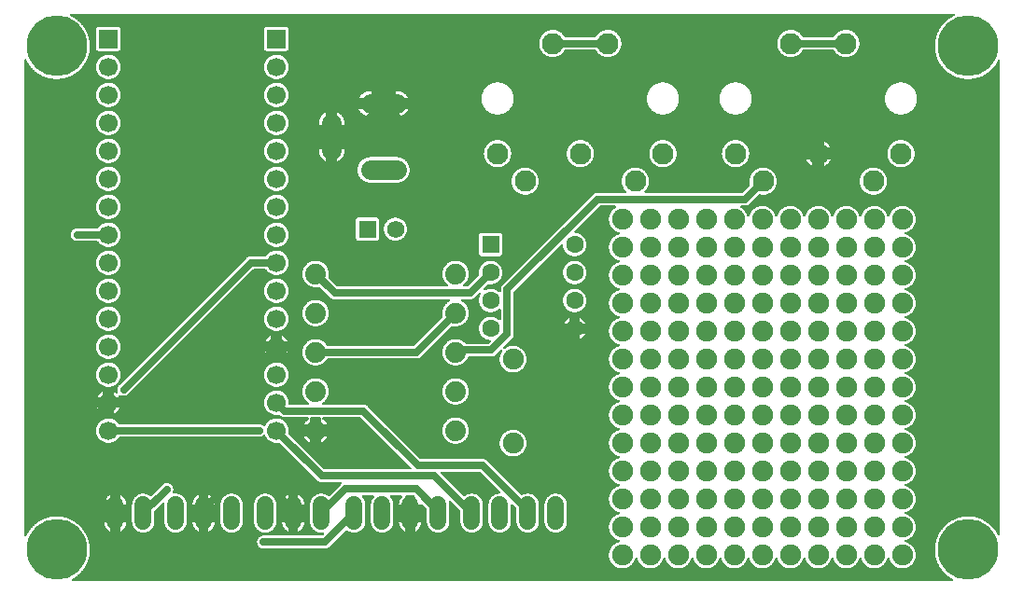
<source format=gtl>
G04 Layer: TopLayer*
G04 EasyEDA v6.2.46, 2019-10-22T23:17:59--4:00*
G04 780f1b725bed47f4bbcc22436ff655ea,d79a69aa59da4e1fbb9b7d465b79b5da,10*
G04 Gerber Generator version 0.2*
G04 Scale: 100 percent, Rotated: No, Reflected: No *
G04 Dimensions in millimeters *
G04 leading zeros omitted , absolute positions ,3 integer and 3 decimal *
%FSLAX33Y33*%
%MOMM*%
G90*
G71D02*

%ADD11C,0.640004*%
%ADD12C,1.905000*%
%ADD13C,0.610006*%
%ADD14R,1.600200X1.600200*%
%ADD15C,1.600200*%
%ADD16C,1.879600*%
%ADD17C,1.949958*%
%ADD18R,1.699997X1.699997*%
%ADD19C,1.699997*%
%ADD20R,1.574800X1.574800*%
%ADD21C,1.574800*%
%ADD22C,5.499989*%
%ADD23C,1.799996*%
%ADD24C,1.507998*%

%LPD*%
G36*
G01X84538Y51743D02*
G01X4488Y51743D01*
G01X4474Y51742D01*
G01X4460Y51739D01*
G01X4446Y51734D01*
G01X4433Y51727D01*
G01X4422Y51718D01*
G01X4411Y51708D01*
G01X4403Y51696D01*
G01X4396Y51684D01*
G01X4391Y51670D01*
G01X4388Y51656D01*
G01X4387Y51641D01*
G01X4388Y51627D01*
G01X4391Y51613D01*
G01X4396Y51599D01*
G01X4403Y51587D01*
G01X4411Y51575D01*
G01X4421Y51565D01*
G01X4433Y51556D01*
G01X4445Y51549D01*
G01X4517Y51515D01*
G01X4587Y51478D01*
G01X4657Y51440D01*
G01X4725Y51400D01*
G01X4793Y51358D01*
G01X4859Y51315D01*
G01X4924Y51270D01*
G01X4988Y51223D01*
G01X5051Y51174D01*
G01X5112Y51124D01*
G01X5172Y51072D01*
G01X5230Y51018D01*
G01X5288Y50963D01*
G01X5343Y50907D01*
G01X5397Y50849D01*
G01X5450Y50790D01*
G01X5501Y50729D01*
G01X5550Y50667D01*
G01X5598Y50603D01*
G01X5644Y50539D01*
G01X5689Y50473D01*
G01X5731Y50406D01*
G01X5772Y50338D01*
G01X5811Y50269D01*
G01X5848Y50199D01*
G01X5884Y50128D01*
G01X5917Y50056D01*
G01X5949Y49983D01*
G01X5978Y49910D01*
G01X6006Y49836D01*
G01X6032Y49760D01*
G01X6055Y49685D01*
G01X6077Y49609D01*
G01X6097Y49532D01*
G01X6114Y49454D01*
G01X6130Y49377D01*
G01X6143Y49298D01*
G01X6155Y49220D01*
G01X6164Y49141D01*
G01X6172Y49062D01*
G01X6177Y48983D01*
G01X6180Y48904D01*
G01X6181Y48824D01*
G01X6180Y48746D01*
G01X6177Y48667D01*
G01X6172Y48589D01*
G01X6165Y48510D01*
G01X6155Y48432D01*
G01X6144Y48354D01*
G01X6131Y48277D01*
G01X6115Y48199D01*
G01X6098Y48123D01*
G01X6079Y48046D01*
G01X6057Y47971D01*
G01X6034Y47895D01*
G01X6009Y47821D01*
G01X5981Y47747D01*
G01X5952Y47674D01*
G01X5921Y47602D01*
G01X5888Y47530D01*
G01X5853Y47460D01*
G01X5817Y47390D01*
G01X5778Y47321D01*
G01X5738Y47254D01*
G01X5696Y47187D01*
G01X5652Y47122D01*
G01X5607Y47057D01*
G01X5560Y46994D01*
G01X5511Y46932D01*
G01X5461Y46872D01*
G01X5409Y46813D01*
G01X5355Y46755D01*
G01X5300Y46699D01*
G01X5244Y46644D01*
G01X5186Y46590D01*
G01X5127Y46538D01*
G01X5067Y46488D01*
G01X5005Y46439D01*
G01X4942Y46392D01*
G01X4877Y46347D01*
G01X4812Y46303D01*
G01X4745Y46261D01*
G01X4678Y46221D01*
G01X4609Y46182D01*
G01X4539Y46146D01*
G01X4469Y46111D01*
G01X4397Y46078D01*
G01X4325Y46047D01*
G01X4252Y46018D01*
G01X4178Y45990D01*
G01X4104Y45965D01*
G01X4028Y45942D01*
G01X3953Y45920D01*
G01X3876Y45901D01*
G01X3800Y45884D01*
G01X3722Y45868D01*
G01X3645Y45855D01*
G01X3567Y45844D01*
G01X3489Y45834D01*
G01X3410Y45827D01*
G01X3332Y45822D01*
G01X3253Y45819D01*
G01X3175Y45818D01*
G01X3095Y45819D01*
G01X3016Y45822D01*
G01X2937Y45827D01*
G01X2858Y45835D01*
G01X2779Y45844D01*
G01X2701Y45856D01*
G01X2622Y45869D01*
G01X2545Y45885D01*
G01X2467Y45902D01*
G01X2390Y45922D01*
G01X2314Y45944D01*
G01X2239Y45967D01*
G01X2163Y45993D01*
G01X2089Y46021D01*
G01X2016Y46050D01*
G01X1943Y46082D01*
G01X1871Y46115D01*
G01X1800Y46151D01*
G01X1730Y46188D01*
G01X1661Y46227D01*
G01X1593Y46268D01*
G01X1526Y46310D01*
G01X1460Y46355D01*
G01X1396Y46401D01*
G01X1332Y46449D01*
G01X1270Y46498D01*
G01X1209Y46549D01*
G01X1150Y46602D01*
G01X1092Y46656D01*
G01X1036Y46711D01*
G01X981Y46769D01*
G01X927Y46827D01*
G01X875Y46887D01*
G01X825Y46948D01*
G01X776Y47011D01*
G01X729Y47075D01*
G01X684Y47140D01*
G01X641Y47206D01*
G01X599Y47274D01*
G01X559Y47342D01*
G01X521Y47412D01*
G01X484Y47482D01*
G01X450Y47554D01*
G01X443Y47566D01*
G01X434Y47578D01*
G01X424Y47588D01*
G01X412Y47596D01*
G01X400Y47603D01*
G01X386Y47608D01*
G01X372Y47611D01*
G01X358Y47612D01*
G01X343Y47611D01*
G01X329Y47608D01*
G01X315Y47603D01*
G01X303Y47596D01*
G01X291Y47588D01*
G01X281Y47577D01*
G01X272Y47566D01*
G01X265Y47553D01*
G01X260Y47539D01*
G01X257Y47525D01*
G01X256Y47511D01*
G01X256Y4418D01*
G01X257Y4404D01*
G01X260Y4390D01*
G01X265Y4376D01*
G01X272Y4363D01*
G01X281Y4352D01*
G01X291Y4341D01*
G01X303Y4333D01*
G01X315Y4326D01*
G01X329Y4321D01*
G01X343Y4318D01*
G01X358Y4317D01*
G01X372Y4318D01*
G01X386Y4321D01*
G01X400Y4326D01*
G01X412Y4333D01*
G01X424Y4341D01*
G01X434Y4351D01*
G01X443Y4363D01*
G01X450Y4375D01*
G01X484Y4447D01*
G01X521Y4517D01*
G01X559Y4587D01*
G01X599Y4655D01*
G01X641Y4723D01*
G01X684Y4789D01*
G01X729Y4854D01*
G01X776Y4918D01*
G01X825Y4980D01*
G01X875Y5042D01*
G01X927Y5102D01*
G01X981Y5160D01*
G01X1036Y5218D01*
G01X1092Y5273D01*
G01X1150Y5327D01*
G01X1209Y5380D01*
G01X1270Y5431D01*
G01X1332Y5480D01*
G01X1396Y5528D01*
G01X1460Y5574D01*
G01X1526Y5619D01*
G01X1593Y5661D01*
G01X1661Y5702D01*
G01X1730Y5741D01*
G01X1800Y5778D01*
G01X1871Y5814D01*
G01X1943Y5847D01*
G01X2016Y5879D01*
G01X2089Y5908D01*
G01X2163Y5936D01*
G01X2239Y5962D01*
G01X2314Y5985D01*
G01X2390Y6007D01*
G01X2467Y6027D01*
G01X2545Y6044D01*
G01X2622Y6060D01*
G01X2701Y6073D01*
G01X2779Y6085D01*
G01X2858Y6094D01*
G01X2937Y6102D01*
G01X3016Y6107D01*
G01X3095Y6110D01*
G01X3175Y6111D01*
G01X3253Y6110D01*
G01X3332Y6107D01*
G01X3410Y6102D01*
G01X3489Y6095D01*
G01X3567Y6085D01*
G01X3645Y6074D01*
G01X3722Y6061D01*
G01X3800Y6045D01*
G01X3876Y6028D01*
G01X3953Y6009D01*
G01X4028Y5987D01*
G01X4104Y5964D01*
G01X4178Y5939D01*
G01X4252Y5911D01*
G01X4325Y5882D01*
G01X4397Y5851D01*
G01X4469Y5818D01*
G01X4539Y5783D01*
G01X4609Y5747D01*
G01X4678Y5708D01*
G01X4745Y5668D01*
G01X4812Y5626D01*
G01X4877Y5582D01*
G01X4942Y5537D01*
G01X5005Y5490D01*
G01X5067Y5441D01*
G01X5127Y5391D01*
G01X5186Y5339D01*
G01X5244Y5285D01*
G01X5300Y5230D01*
G01X5355Y5174D01*
G01X5409Y5116D01*
G01X5461Y5057D01*
G01X5511Y4997D01*
G01X5560Y4935D01*
G01X5607Y4872D01*
G01X5652Y4807D01*
G01X5696Y4742D01*
G01X5738Y4675D01*
G01X5778Y4608D01*
G01X5817Y4539D01*
G01X5853Y4469D01*
G01X5888Y4399D01*
G01X5921Y4327D01*
G01X5952Y4255D01*
G01X5981Y4182D01*
G01X6009Y4108D01*
G01X6034Y4034D01*
G01X6057Y3958D01*
G01X6079Y3883D01*
G01X6098Y3806D01*
G01X6115Y3730D01*
G01X6131Y3652D01*
G01X6144Y3575D01*
G01X6155Y3497D01*
G01X6165Y3419D01*
G01X6172Y3340D01*
G01X6177Y3262D01*
G01X6180Y3183D01*
G01X6181Y3104D01*
G01X6180Y3025D01*
G01X6177Y2946D01*
G01X6172Y2866D01*
G01X6164Y2787D01*
G01X6155Y2708D01*
G01X6143Y2630D01*
G01X6130Y2551D01*
G01X6114Y2473D01*
G01X6096Y2396D01*
G01X6077Y2319D01*
G01X6055Y2243D01*
G01X6031Y2167D01*
G01X6005Y2091D01*
G01X5977Y2017D01*
G01X5948Y1943D01*
G01X5916Y1870D01*
G01X5883Y1798D01*
G01X5847Y1727D01*
G01X5810Y1657D01*
G01X5771Y1588D01*
G01X5730Y1520D01*
G01X5687Y1453D01*
G01X5642Y1387D01*
G01X5596Y1322D01*
G01X5548Y1259D01*
G01X5498Y1197D01*
G01X5447Y1136D01*
G01X5394Y1077D01*
G01X5340Y1019D01*
G01X5284Y962D01*
G01X5227Y907D01*
G01X5168Y854D01*
G01X5108Y802D01*
G01X5046Y752D01*
G01X4983Y703D01*
G01X4919Y656D01*
G01X4854Y611D01*
G01X4787Y567D01*
G01X4720Y525D01*
G01X4651Y486D01*
G01X4581Y447D01*
G01X4568Y439D01*
G01X4556Y429D01*
G01X4546Y417D01*
G01X4538Y403D01*
G01X4532Y389D01*
G01X4529Y373D01*
G01X4527Y358D01*
G01X4528Y343D01*
G01X4531Y329D01*
G01X4536Y315D01*
G01X4543Y303D01*
G01X4552Y291D01*
G01X4562Y281D01*
G01X4574Y272D01*
G01X4587Y265D01*
G01X4600Y260D01*
G01X4614Y257D01*
G01X4629Y256D01*
G01X84397Y256D01*
G01X84412Y257D01*
G01X84426Y260D01*
G01X84439Y265D01*
G01X84452Y272D01*
G01X84464Y281D01*
G01X84474Y291D01*
G01X84483Y303D01*
G01X84490Y315D01*
G01X84495Y329D01*
G01X84498Y343D01*
G01X84499Y358D01*
G01X84497Y373D01*
G01X84494Y389D01*
G01X84488Y403D01*
G01X84480Y417D01*
G01X84470Y429D01*
G01X84458Y439D01*
G01X84445Y447D01*
G01X84375Y486D01*
G01X84306Y525D01*
G01X84239Y567D01*
G01X84172Y611D01*
G01X84107Y656D01*
G01X84043Y703D01*
G01X83980Y752D01*
G01X83918Y802D01*
G01X83858Y854D01*
G01X83799Y907D01*
G01X83742Y962D01*
G01X83686Y1019D01*
G01X83632Y1077D01*
G01X83579Y1136D01*
G01X83528Y1197D01*
G01X83478Y1259D01*
G01X83430Y1322D01*
G01X83384Y1387D01*
G01X83339Y1453D01*
G01X83296Y1520D01*
G01X83255Y1588D01*
G01X83216Y1657D01*
G01X83179Y1727D01*
G01X83143Y1798D01*
G01X83110Y1870D01*
G01X83078Y1943D01*
G01X83049Y2017D01*
G01X83021Y2091D01*
G01X82995Y2167D01*
G01X82971Y2243D01*
G01X82949Y2319D01*
G01X82930Y2396D01*
G01X82912Y2473D01*
G01X82896Y2551D01*
G01X82883Y2630D01*
G01X82871Y2708D01*
G01X82862Y2787D01*
G01X82854Y2866D01*
G01X82849Y2946D01*
G01X82846Y3025D01*
G01X82845Y3104D01*
G01X82846Y3183D01*
G01X82849Y3262D01*
G01X82854Y3340D01*
G01X82861Y3419D01*
G01X82871Y3497D01*
G01X82882Y3575D01*
G01X82895Y3652D01*
G01X82911Y3730D01*
G01X82928Y3806D01*
G01X82947Y3883D01*
G01X82969Y3958D01*
G01X82992Y4034D01*
G01X83017Y4108D01*
G01X83045Y4182D01*
G01X83074Y4255D01*
G01X83105Y4327D01*
G01X83138Y4399D01*
G01X83173Y4469D01*
G01X83209Y4539D01*
G01X83248Y4608D01*
G01X83288Y4675D01*
G01X83330Y4742D01*
G01X83374Y4807D01*
G01X83419Y4872D01*
G01X83466Y4935D01*
G01X83515Y4997D01*
G01X83565Y5057D01*
G01X83617Y5116D01*
G01X83671Y5174D01*
G01X83726Y5230D01*
G01X83782Y5285D01*
G01X83840Y5339D01*
G01X83899Y5391D01*
G01X83959Y5441D01*
G01X84021Y5490D01*
G01X84084Y5537D01*
G01X84149Y5582D01*
G01X84214Y5626D01*
G01X84281Y5668D01*
G01X84348Y5708D01*
G01X84417Y5747D01*
G01X84487Y5783D01*
G01X84557Y5818D01*
G01X84629Y5851D01*
G01X84701Y5882D01*
G01X84774Y5911D01*
G01X84848Y5939D01*
G01X84922Y5964D01*
G01X84998Y5987D01*
G01X85073Y6009D01*
G01X85150Y6028D01*
G01X85226Y6045D01*
G01X85304Y6061D01*
G01X85381Y6074D01*
G01X85459Y6085D01*
G01X85537Y6095D01*
G01X85616Y6102D01*
G01X85694Y6107D01*
G01X85773Y6110D01*
G01X85852Y6111D01*
G01X85931Y6110D01*
G01X86011Y6107D01*
G01X86091Y6102D01*
G01X86170Y6094D01*
G01X86249Y6085D01*
G01X86328Y6073D01*
G01X86407Y6059D01*
G01X86485Y6044D01*
G01X86563Y6026D01*
G01X86640Y6006D01*
G01X86717Y5984D01*
G01X86793Y5960D01*
G01X86868Y5934D01*
G01X86943Y5906D01*
G01X87017Y5876D01*
G01X87090Y5844D01*
G01X87162Y5810D01*
G01X87233Y5775D01*
G01X87304Y5737D01*
G01X87373Y5698D01*
G01X87441Y5656D01*
G01X87508Y5613D01*
G01X87574Y5568D01*
G01X87639Y5522D01*
G01X87703Y5474D01*
G01X87765Y5424D01*
G01X87826Y5372D01*
G01X87885Y5319D01*
G01X87943Y5264D01*
G01X88000Y5208D01*
G01X88055Y5150D01*
G01X88108Y5091D01*
G01X88160Y5030D01*
G01X88210Y4969D01*
G01X88259Y4905D01*
G01X88306Y4841D01*
G01X88351Y4775D01*
G01X88395Y4708D01*
G01X88436Y4640D01*
G01X88476Y4571D01*
G01X88514Y4501D01*
G01X88550Y4430D01*
G01X88558Y4416D01*
G01X88569Y4404D01*
G01X88581Y4393D01*
G01X88595Y4384D01*
G01X88610Y4378D01*
G01X88625Y4374D01*
G01X88641Y4373D01*
G01X88656Y4374D01*
G01X88670Y4377D01*
G01X88684Y4382D01*
G01X88696Y4389D01*
G01X88708Y4398D01*
G01X88718Y4408D01*
G01X88727Y4420D01*
G01X88734Y4432D01*
G01X88739Y4446D01*
G01X88742Y4460D01*
G01X88743Y4475D01*
G01X88743Y47454D01*
G01X88742Y47469D01*
G01X88739Y47483D01*
G01X88734Y47497D01*
G01X88727Y47509D01*
G01X88718Y47521D01*
G01X88708Y47531D01*
G01X88696Y47540D01*
G01X88684Y47547D01*
G01X88670Y47552D01*
G01X88656Y47555D01*
G01X88641Y47556D01*
G01X88625Y47555D01*
G01X88610Y47551D01*
G01X88595Y47545D01*
G01X88581Y47536D01*
G01X88569Y47525D01*
G01X88558Y47513D01*
G01X88550Y47499D01*
G01X88514Y47428D01*
G01X88476Y47358D01*
G01X88436Y47289D01*
G01X88395Y47221D01*
G01X88351Y47154D01*
G01X88306Y47088D01*
G01X88259Y47024D01*
G01X88210Y46960D01*
G01X88160Y46899D01*
G01X88108Y46838D01*
G01X88055Y46779D01*
G01X88000Y46721D01*
G01X87943Y46665D01*
G01X87885Y46610D01*
G01X87826Y46557D01*
G01X87765Y46505D01*
G01X87703Y46455D01*
G01X87639Y46407D01*
G01X87574Y46361D01*
G01X87508Y46316D01*
G01X87441Y46273D01*
G01X87373Y46231D01*
G01X87304Y46192D01*
G01X87233Y46154D01*
G01X87162Y46119D01*
G01X87090Y46085D01*
G01X87017Y46053D01*
G01X86943Y46023D01*
G01X86868Y45995D01*
G01X86793Y45969D01*
G01X86717Y45945D01*
G01X86640Y45923D01*
G01X86563Y45903D01*
G01X86485Y45885D01*
G01X86407Y45870D01*
G01X86328Y45856D01*
G01X86249Y45844D01*
G01X86170Y45835D01*
G01X86091Y45827D01*
G01X86011Y45822D01*
G01X85931Y45819D01*
G01X85852Y45818D01*
G01X85773Y45819D01*
G01X85694Y45822D01*
G01X85616Y45827D01*
G01X85537Y45834D01*
G01X85459Y45844D01*
G01X85381Y45855D01*
G01X85304Y45868D01*
G01X85226Y45884D01*
G01X85150Y45901D01*
G01X85073Y45920D01*
G01X84998Y45942D01*
G01X84922Y45965D01*
G01X84848Y45990D01*
G01X84774Y46018D01*
G01X84701Y46047D01*
G01X84629Y46078D01*
G01X84557Y46111D01*
G01X84487Y46146D01*
G01X84417Y46182D01*
G01X84348Y46221D01*
G01X84281Y46261D01*
G01X84214Y46303D01*
G01X84149Y46347D01*
G01X84084Y46392D01*
G01X84021Y46439D01*
G01X83959Y46488D01*
G01X83899Y46538D01*
G01X83840Y46590D01*
G01X83782Y46644D01*
G01X83726Y46699D01*
G01X83671Y46755D01*
G01X83617Y46813D01*
G01X83565Y46872D01*
G01X83515Y46932D01*
G01X83466Y46994D01*
G01X83419Y47057D01*
G01X83374Y47122D01*
G01X83330Y47187D01*
G01X83288Y47254D01*
G01X83248Y47321D01*
G01X83209Y47390D01*
G01X83173Y47460D01*
G01X83138Y47530D01*
G01X83105Y47602D01*
G01X83074Y47674D01*
G01X83045Y47747D01*
G01X83017Y47821D01*
G01X82992Y47895D01*
G01X82969Y47971D01*
G01X82947Y48046D01*
G01X82928Y48123D01*
G01X82911Y48199D01*
G01X82895Y48277D01*
G01X82882Y48354D01*
G01X82871Y48432D01*
G01X82861Y48510D01*
G01X82854Y48589D01*
G01X82849Y48667D01*
G01X82846Y48746D01*
G01X82845Y48824D01*
G01X82846Y48904D01*
G01X82849Y48983D01*
G01X82854Y49062D01*
G01X82862Y49141D01*
G01X82871Y49220D01*
G01X82883Y49298D01*
G01X82896Y49377D01*
G01X82912Y49454D01*
G01X82929Y49532D01*
G01X82949Y49609D01*
G01X82971Y49685D01*
G01X82994Y49760D01*
G01X83020Y49836D01*
G01X83048Y49910D01*
G01X83077Y49983D01*
G01X83109Y50056D01*
G01X83142Y50128D01*
G01X83178Y50199D01*
G01X83215Y50269D01*
G01X83254Y50338D01*
G01X83295Y50406D01*
G01X83337Y50473D01*
G01X83382Y50539D01*
G01X83428Y50603D01*
G01X83476Y50667D01*
G01X83525Y50729D01*
G01X83576Y50790D01*
G01X83629Y50849D01*
G01X83683Y50907D01*
G01X83738Y50963D01*
G01X83796Y51018D01*
G01X83854Y51072D01*
G01X83914Y51124D01*
G01X83975Y51174D01*
G01X84038Y51223D01*
G01X84102Y51270D01*
G01X84167Y51315D01*
G01X84233Y51358D01*
G01X84301Y51400D01*
G01X84369Y51440D01*
G01X84439Y51478D01*
G01X84509Y51515D01*
G01X84581Y51549D01*
G01X84593Y51556D01*
G01X84605Y51565D01*
G01X84615Y51575D01*
G01X84623Y51587D01*
G01X84630Y51599D01*
G01X84635Y51613D01*
G01X84638Y51627D01*
G01X84639Y51641D01*
G01X84638Y51656D01*
G01X84635Y51670D01*
G01X84630Y51684D01*
G01X84623Y51696D01*
G01X84615Y51708D01*
G01X84604Y51718D01*
G01X84593Y51727D01*
G01X84580Y51734D01*
G01X84566Y51739D01*
G01X84552Y51742D01*
G01X84538Y51743D01*
G37*

%LPC*%
G36*
G01X55723Y37776D02*
G01X55672Y37777D01*
G01X55622Y37776D01*
G01X55571Y37773D01*
G01X55520Y37768D01*
G01X55470Y37760D01*
G01X55420Y37751D01*
G01X55370Y37739D01*
G01X55321Y37726D01*
G01X55273Y37710D01*
G01X55225Y37693D01*
G01X55178Y37673D01*
G01X55132Y37652D01*
G01X55086Y37629D01*
G01X55042Y37604D01*
G01X54999Y37577D01*
G01X54957Y37548D01*
G01X54916Y37517D01*
G01X54877Y37485D01*
G01X54838Y37452D01*
G01X54766Y37380D01*
G01X54733Y37342D01*
G01X54701Y37302D01*
G01X54670Y37261D01*
G01X54642Y37219D01*
G01X54615Y37176D01*
G01X54589Y37132D01*
G01X54566Y37087D01*
G01X54545Y37040D01*
G01X54525Y36993D01*
G01X54508Y36946D01*
G01X54492Y36897D01*
G01X54479Y36848D01*
G01X54467Y36798D01*
G01X54458Y36748D01*
G01X54450Y36698D01*
G01X54445Y36647D01*
G01X54442Y36597D01*
G01X54441Y36546D01*
G01X54442Y36495D01*
G01X54445Y36445D01*
G01X54450Y36395D01*
G01X54457Y36345D01*
G01X54467Y36296D01*
G01X54478Y36247D01*
G01X54491Y36198D01*
G01X54506Y36150D01*
G01X54523Y36103D01*
G01X54542Y36056D01*
G01X54563Y36010D01*
G01X54586Y35966D01*
G01X54611Y35922D01*
G01X54637Y35879D01*
G01X54665Y35837D01*
G01X54695Y35796D01*
G01X54726Y35757D01*
G01X54759Y35719D01*
G01X54794Y35683D01*
G01X54830Y35647D01*
G01X54841Y35635D01*
G01X54850Y35621D01*
G01X54857Y35606D01*
G01X54861Y35590D01*
G01X54862Y35573D01*
G01X54861Y35559D01*
G01X54858Y35545D01*
G01X54853Y35531D01*
G01X54846Y35518D01*
G01X54837Y35507D01*
G01X54827Y35496D01*
G01X54815Y35488D01*
G01X54803Y35481D01*
G01X54789Y35476D01*
G01X54775Y35473D01*
G01X54760Y35472D01*
G01X52214Y35472D01*
G01X52179Y35471D01*
G01X52145Y35467D01*
G01X52110Y35462D01*
G01X52076Y35455D01*
G01X52043Y35446D01*
G01X52010Y35434D01*
G01X51978Y35421D01*
G01X51946Y35406D01*
G01X51916Y35389D01*
G01X51887Y35370D01*
G01X51859Y35349D01*
G01X51832Y35327D01*
G01X51807Y35303D01*
G01X43638Y27137D01*
G01X43614Y27111D01*
G01X43592Y27085D01*
G01X43571Y27057D01*
G01X43552Y27027D01*
G01X43535Y26997D01*
G01X43520Y26966D01*
G01X43507Y26934D01*
G01X43495Y26901D01*
G01X43486Y26867D01*
G01X43479Y26833D01*
G01X43473Y26799D01*
G01X43470Y26764D01*
G01X43469Y26729D01*
G01X43469Y26525D01*
G01X43468Y26511D01*
G01X43465Y26497D01*
G01X43460Y26483D01*
G01X43453Y26471D01*
G01X43444Y26459D01*
G01X43434Y26449D01*
G01X43422Y26440D01*
G01X43410Y26433D01*
G01X43396Y26428D01*
G01X43382Y26425D01*
G01X43367Y26424D01*
G01X43352Y26425D01*
G01X43336Y26429D01*
G01X43321Y26435D01*
G01X43307Y26444D01*
G01X43295Y26454D01*
G01X43262Y26486D01*
G01X43227Y26517D01*
G01X43191Y26546D01*
G01X43154Y26574D01*
G01X43115Y26600D01*
G01X43076Y26624D01*
G01X43035Y26646D01*
G01X42994Y26667D01*
G01X42951Y26686D01*
G01X42908Y26703D01*
G01X42864Y26718D01*
G01X42820Y26731D01*
G01X42775Y26742D01*
G01X42729Y26751D01*
G01X42683Y26758D01*
G01X42637Y26763D01*
G01X42591Y26766D01*
G01X42545Y26767D01*
G01X42544Y26767D01*
G01X42494Y26766D01*
G01X42445Y26762D01*
G01X42395Y26757D01*
G01X42346Y26748D01*
G01X42297Y26738D01*
G01X42248Y26725D01*
G01X42201Y26710D01*
G01X42154Y26692D01*
G01X42108Y26673D01*
G01X42063Y26651D01*
G01X42019Y26627D01*
G01X42003Y26620D01*
G01X41986Y26615D01*
G01X41968Y26614D01*
G01X41954Y26615D01*
G01X41940Y26618D01*
G01X41926Y26623D01*
G01X41913Y26630D01*
G01X41902Y26638D01*
G01X41891Y26649D01*
G01X41883Y26660D01*
G01X41876Y26673D01*
G01X41871Y26687D01*
G01X41868Y26701D01*
G01X41867Y26715D01*
G01X41868Y26731D01*
G01X41872Y26747D01*
G01X41878Y26761D01*
G01X41886Y26775D01*
G01X41896Y26787D01*
G01X42288Y27179D01*
G01X42300Y27189D01*
G01X42314Y27198D01*
G01X42329Y27204D01*
G01X42344Y27207D01*
G01X42360Y27209D01*
G01X42432Y27200D01*
G01X42488Y27195D01*
G01X42544Y27194D01*
G01X42545Y27194D01*
G01X42592Y27195D01*
G01X42639Y27198D01*
G01X42686Y27203D01*
G01X42733Y27211D01*
G01X42780Y27220D01*
G01X42826Y27232D01*
G01X42871Y27246D01*
G01X42916Y27261D01*
G01X42960Y27279D01*
G01X43003Y27298D01*
G01X43045Y27320D01*
G01X43086Y27343D01*
G01X43127Y27369D01*
G01X43166Y27396D01*
G01X43203Y27424D01*
G01X43240Y27455D01*
G01X43275Y27487D01*
G01X43308Y27520D01*
G01X43340Y27555D01*
G01X43371Y27592D01*
G01X43399Y27629D01*
G01X43426Y27668D01*
G01X43452Y27709D01*
G01X43475Y27750D01*
G01X43496Y27792D01*
G01X43516Y27835D01*
G01X43534Y27879D01*
G01X43549Y27924D01*
G01X43563Y27969D01*
G01X43575Y28015D01*
G01X43584Y28062D01*
G01X43592Y28109D01*
G01X43597Y28156D01*
G01X43600Y28203D01*
G01X43601Y28250D01*
G01X43600Y28298D01*
G01X43597Y28345D01*
G01X43592Y28392D01*
G01X43584Y28439D01*
G01X43575Y28486D01*
G01X43563Y28532D01*
G01X43549Y28577D01*
G01X43534Y28622D01*
G01X43516Y28666D01*
G01X43496Y28709D01*
G01X43475Y28751D01*
G01X43452Y28792D01*
G01X43426Y28833D01*
G01X43399Y28872D01*
G01X43371Y28909D01*
G01X43340Y28946D01*
G01X43308Y28981D01*
G01X43275Y29014D01*
G01X43240Y29046D01*
G01X43203Y29077D01*
G01X43166Y29105D01*
G01X43127Y29132D01*
G01X43086Y29158D01*
G01X43045Y29181D01*
G01X43003Y29202D01*
G01X42960Y29222D01*
G01X42916Y29240D01*
G01X42871Y29255D01*
G01X42826Y29269D01*
G01X42780Y29281D01*
G01X42733Y29290D01*
G01X42686Y29298D01*
G01X42639Y29303D01*
G01X42592Y29306D01*
G01X42545Y29307D01*
G01X42497Y29306D01*
G01X42450Y29303D01*
G01X42403Y29298D01*
G01X42356Y29290D01*
G01X42309Y29281D01*
G01X42263Y29269D01*
G01X42218Y29255D01*
G01X42173Y29240D01*
G01X42129Y29222D01*
G01X42086Y29202D01*
G01X42044Y29181D01*
G01X42003Y29158D01*
G01X41962Y29132D01*
G01X41923Y29105D01*
G01X41886Y29077D01*
G01X41849Y29046D01*
G01X41814Y29014D01*
G01X41781Y28981D01*
G01X41749Y28946D01*
G01X41718Y28909D01*
G01X41690Y28872D01*
G01X41663Y28833D01*
G01X41637Y28792D01*
G01X41614Y28751D01*
G01X41593Y28709D01*
G01X41573Y28666D01*
G01X41555Y28622D01*
G01X41540Y28577D01*
G01X41526Y28532D01*
G01X41514Y28486D01*
G01X41505Y28439D01*
G01X41497Y28392D01*
G01X41492Y28345D01*
G01X41489Y28298D01*
G01X41488Y28250D01*
G01X41489Y28194D01*
G01X41494Y28138D01*
G01X41503Y28066D01*
G01X41501Y28050D01*
G01X41498Y28035D01*
G01X41492Y28020D01*
G01X41483Y28006D01*
G01X41473Y27994D01*
G01X40474Y26995D01*
G01X40462Y26985D01*
G01X40448Y26976D01*
G01X40433Y26970D01*
G01X40418Y26966D01*
G01X40402Y26965D01*
G01X40123Y26965D01*
G01X40109Y26966D01*
G01X40095Y26969D01*
G01X40081Y26974D01*
G01X40068Y26981D01*
G01X40057Y26990D01*
G01X40046Y27000D01*
G01X40038Y27012D01*
G01X40031Y27025D01*
G01X40026Y27038D01*
G01X40023Y27052D01*
G01X40022Y27067D01*
G01X40023Y27083D01*
G01X40027Y27098D01*
G01X40033Y27113D01*
G01X40041Y27127D01*
G01X40052Y27139D01*
G01X40064Y27150D01*
G01X40104Y27179D01*
G01X40142Y27210D01*
G01X40179Y27243D01*
G01X40215Y27277D01*
G01X40249Y27313D01*
G01X40282Y27350D01*
G01X40313Y27388D01*
G01X40343Y27428D01*
G01X40371Y27469D01*
G01X40397Y27511D01*
G01X40422Y27554D01*
G01X40444Y27598D01*
G01X40465Y27643D01*
G01X40484Y27688D01*
G01X40501Y27735D01*
G01X40516Y27782D01*
G01X40529Y27830D01*
G01X40540Y27878D01*
G01X40550Y27926D01*
G01X40557Y27975D01*
G01X40562Y28025D01*
G01X40565Y28074D01*
G01X40566Y28123D01*
G01X40565Y28173D01*
G01X40562Y28222D01*
G01X40557Y28271D01*
G01X40550Y28320D01*
G01X40540Y28369D01*
G01X40529Y28417D01*
G01X40516Y28465D01*
G01X40501Y28512D01*
G01X40484Y28558D01*
G01X40465Y28604D01*
G01X40444Y28649D01*
G01X40422Y28693D01*
G01X40397Y28736D01*
G01X40371Y28778D01*
G01X40343Y28819D01*
G01X40314Y28858D01*
G01X40282Y28897D01*
G01X40250Y28934D01*
G01X40180Y29004D01*
G01X40143Y29036D01*
G01X40104Y29068D01*
G01X40065Y29097D01*
G01X40024Y29125D01*
G01X39982Y29151D01*
G01X39939Y29176D01*
G01X39895Y29198D01*
G01X39850Y29219D01*
G01X39804Y29238D01*
G01X39758Y29255D01*
G01X39711Y29270D01*
G01X39663Y29283D01*
G01X39615Y29294D01*
G01X39566Y29304D01*
G01X39517Y29311D01*
G01X39468Y29316D01*
G01X39419Y29319D01*
G01X39370Y29320D01*
G01X39320Y29319D01*
G01X39271Y29316D01*
G01X39222Y29311D01*
G01X39173Y29304D01*
G01X39124Y29294D01*
G01X39076Y29283D01*
G01X39028Y29270D01*
G01X38981Y29255D01*
G01X38935Y29238D01*
G01X38889Y29219D01*
G01X38844Y29198D01*
G01X38800Y29176D01*
G01X38757Y29151D01*
G01X38715Y29125D01*
G01X38674Y29097D01*
G01X38635Y29068D01*
G01X38596Y29036D01*
G01X38559Y29004D01*
G01X38489Y28934D01*
G01X38457Y28897D01*
G01X38425Y28858D01*
G01X38396Y28819D01*
G01X38368Y28778D01*
G01X38342Y28736D01*
G01X38317Y28693D01*
G01X38295Y28649D01*
G01X38274Y28604D01*
G01X38255Y28558D01*
G01X38238Y28512D01*
G01X38223Y28465D01*
G01X38210Y28417D01*
G01X38199Y28369D01*
G01X38189Y28320D01*
G01X38182Y28271D01*
G01X38177Y28222D01*
G01X38174Y28173D01*
G01X38173Y28123D01*
G01X38174Y28074D01*
G01X38177Y28025D01*
G01X38182Y27975D01*
G01X38189Y27926D01*
G01X38199Y27878D01*
G01X38210Y27830D01*
G01X38223Y27782D01*
G01X38238Y27735D01*
G01X38255Y27688D01*
G01X38274Y27643D01*
G01X38295Y27598D01*
G01X38317Y27554D01*
G01X38342Y27511D01*
G01X38368Y27469D01*
G01X38396Y27428D01*
G01X38426Y27388D01*
G01X38457Y27350D01*
G01X38490Y27313D01*
G01X38524Y27277D01*
G01X38560Y27243D01*
G01X38597Y27210D01*
G01X38635Y27179D01*
G01X38675Y27150D01*
G01X38687Y27139D01*
G01X38698Y27127D01*
G01X38706Y27113D01*
G01X38712Y27098D01*
G01X38716Y27083D01*
G01X38717Y27067D01*
G01X38716Y27052D01*
G01X38713Y27038D01*
G01X38708Y27025D01*
G01X38701Y27012D01*
G01X38693Y27000D01*
G01X38682Y26990D01*
G01X38671Y26981D01*
G01X38658Y26974D01*
G01X38644Y26969D01*
G01X38630Y26966D01*
G01X38616Y26965D01*
G01X28685Y26965D01*
G01X28669Y26966D01*
G01X28654Y26970D01*
G01X28639Y26976D01*
G01X28625Y26985D01*
G01X28613Y26995D01*
G01X27860Y27749D01*
G01X27849Y27761D01*
G01X27841Y27774D01*
G01X27835Y27789D01*
G01X27831Y27805D01*
G01X27830Y27820D01*
G01X27833Y27844D01*
G01X27845Y27899D01*
G01X27854Y27955D01*
G01X27861Y28011D01*
G01X27865Y28067D01*
G01X27866Y28123D01*
G01X27865Y28173D01*
G01X27862Y28222D01*
G01X27857Y28271D01*
G01X27850Y28320D01*
G01X27840Y28369D01*
G01X27829Y28417D01*
G01X27816Y28465D01*
G01X27801Y28512D01*
G01X27784Y28558D01*
G01X27765Y28604D01*
G01X27744Y28649D01*
G01X27722Y28693D01*
G01X27697Y28736D01*
G01X27671Y28778D01*
G01X27643Y28819D01*
G01X27614Y28858D01*
G01X27582Y28897D01*
G01X27550Y28934D01*
G01X27480Y29004D01*
G01X27443Y29036D01*
G01X27404Y29068D01*
G01X27365Y29097D01*
G01X27324Y29125D01*
G01X27282Y29151D01*
G01X27239Y29176D01*
G01X27195Y29198D01*
G01X27150Y29219D01*
G01X27104Y29238D01*
G01X27058Y29255D01*
G01X27011Y29270D01*
G01X26963Y29283D01*
G01X26915Y29294D01*
G01X26866Y29304D01*
G01X26817Y29311D01*
G01X26768Y29316D01*
G01X26719Y29319D01*
G01X26670Y29320D01*
G01X26620Y29319D01*
G01X26571Y29316D01*
G01X26522Y29311D01*
G01X26473Y29304D01*
G01X26424Y29294D01*
G01X26376Y29283D01*
G01X26328Y29270D01*
G01X26281Y29255D01*
G01X26235Y29238D01*
G01X26189Y29219D01*
G01X26144Y29198D01*
G01X26100Y29176D01*
G01X26057Y29151D01*
G01X26015Y29125D01*
G01X25974Y29097D01*
G01X25935Y29068D01*
G01X25896Y29036D01*
G01X25859Y29004D01*
G01X25789Y28934D01*
G01X25757Y28897D01*
G01X25725Y28858D01*
G01X25696Y28819D01*
G01X25668Y28778D01*
G01X25642Y28736D01*
G01X25617Y28693D01*
G01X25595Y28649D01*
G01X25574Y28604D01*
G01X25555Y28558D01*
G01X25538Y28512D01*
G01X25523Y28465D01*
G01X25510Y28417D01*
G01X25499Y28369D01*
G01X25489Y28320D01*
G01X25482Y28271D01*
G01X25477Y28222D01*
G01X25474Y28173D01*
G01X25473Y28123D01*
G01X25474Y28074D01*
G01X25477Y28025D01*
G01X25482Y27976D01*
G01X25489Y27927D01*
G01X25499Y27878D01*
G01X25510Y27830D01*
G01X25523Y27782D01*
G01X25538Y27735D01*
G01X25555Y27689D01*
G01X25574Y27643D01*
G01X25595Y27598D01*
G01X25617Y27554D01*
G01X25642Y27511D01*
G01X25668Y27469D01*
G01X25696Y27428D01*
G01X25725Y27389D01*
G01X25757Y27350D01*
G01X25789Y27313D01*
G01X25859Y27243D01*
G01X25896Y27211D01*
G01X25935Y27179D01*
G01X25974Y27150D01*
G01X26015Y27122D01*
G01X26057Y27096D01*
G01X26100Y27071D01*
G01X26144Y27049D01*
G01X26189Y27028D01*
G01X26235Y27009D01*
G01X26281Y26992D01*
G01X26328Y26977D01*
G01X26376Y26964D01*
G01X26424Y26953D01*
G01X26473Y26943D01*
G01X26522Y26936D01*
G01X26571Y26931D01*
G01X26620Y26928D01*
G01X26670Y26927D01*
G01X26726Y26928D01*
G01X26782Y26932D01*
G01X26838Y26939D01*
G01X26894Y26948D01*
G01X26949Y26960D01*
G01X26973Y26963D01*
G01X26988Y26962D01*
G01X27004Y26958D01*
G01X27019Y26952D01*
G01X27032Y26944D01*
G01X27044Y26933D01*
G01X27997Y25981D01*
G01X28022Y25957D01*
G01X28049Y25935D01*
G01X28077Y25914D01*
G01X28106Y25895D01*
G01X28136Y25878D01*
G01X28168Y25863D01*
G01X28200Y25850D01*
G01X28233Y25838D01*
G01X28266Y25829D01*
G01X28300Y25822D01*
G01X28335Y25816D01*
G01X28370Y25813D01*
G01X28404Y25812D01*
G01X38755Y25812D01*
G01X38769Y25811D01*
G01X38783Y25808D01*
G01X38797Y25803D01*
G01X38810Y25796D01*
G01X38821Y25787D01*
G01X38831Y25777D01*
G01X38840Y25765D01*
G01X38847Y25753D01*
G01X38852Y25739D01*
G01X38855Y25725D01*
G01X38856Y25711D01*
G01X38855Y25695D01*
G01X38851Y25680D01*
G01X38846Y25665D01*
G01X38838Y25652D01*
G01X38828Y25640D01*
G01X38816Y25629D01*
G01X38803Y25621D01*
G01X38760Y25597D01*
G01X38717Y25571D01*
G01X38676Y25543D01*
G01X38637Y25513D01*
G01X38598Y25482D01*
G01X38561Y25449D01*
G01X38525Y25415D01*
G01X38491Y25379D01*
G01X38458Y25342D01*
G01X38427Y25304D01*
G01X38397Y25264D01*
G01X38369Y25223D01*
G01X38343Y25181D01*
G01X38318Y25138D01*
G01X38295Y25094D01*
G01X38274Y25049D01*
G01X38255Y25003D01*
G01X38238Y24957D01*
G01X38223Y24910D01*
G01X38210Y24862D01*
G01X38199Y24814D01*
G01X38190Y24765D01*
G01X38182Y24716D01*
G01X38177Y24667D01*
G01X38174Y24617D01*
G01X38173Y24567D01*
G01X38174Y24511D01*
G01X38178Y24455D01*
G01X38185Y24399D01*
G01X38194Y24343D01*
G01X38206Y24288D01*
G01X38209Y24264D01*
G01X38208Y24249D01*
G01X38204Y24233D01*
G01X38198Y24218D01*
G01X38190Y24205D01*
G01X38179Y24193D01*
G01X35604Y21618D01*
G01X35592Y21607D01*
G01X35579Y21599D01*
G01X35564Y21593D01*
G01X35548Y21589D01*
G01X35533Y21588D01*
G01X27776Y21588D01*
G01X27761Y21589D01*
G01X27747Y21592D01*
G01X27733Y21598D01*
G01X27720Y21605D01*
G01X27708Y21614D01*
G01X27698Y21625D01*
G01X27662Y21679D01*
G01X27633Y21721D01*
G01X27602Y21761D01*
G01X27569Y21800D01*
G01X27535Y21838D01*
G01X27499Y21874D01*
G01X27461Y21908D01*
G01X27422Y21941D01*
G01X27382Y21972D01*
G01X27341Y22002D01*
G01X27298Y22029D01*
G01X27254Y22055D01*
G01X27209Y22079D01*
G01X27163Y22101D01*
G01X27116Y22121D01*
G01X27069Y22139D01*
G01X27021Y22155D01*
G01X26972Y22169D01*
G01X26922Y22181D01*
G01X26872Y22191D01*
G01X26822Y22198D01*
G01X26771Y22204D01*
G01X26720Y22207D01*
G01X26670Y22208D01*
G01X26620Y22207D01*
G01X26571Y22204D01*
G01X26522Y22199D01*
G01X26473Y22192D01*
G01X26424Y22182D01*
G01X26376Y22171D01*
G01X26328Y22158D01*
G01X26281Y22143D01*
G01X26235Y22126D01*
G01X26189Y22107D01*
G01X26144Y22086D01*
G01X26100Y22064D01*
G01X26057Y22039D01*
G01X26015Y22013D01*
G01X25974Y21985D01*
G01X25935Y21956D01*
G01X25896Y21924D01*
G01X25859Y21892D01*
G01X25789Y21822D01*
G01X25757Y21785D01*
G01X25725Y21746D01*
G01X25696Y21707D01*
G01X25668Y21666D01*
G01X25642Y21624D01*
G01X25617Y21581D01*
G01X25595Y21537D01*
G01X25574Y21492D01*
G01X25555Y21446D01*
G01X25538Y21400D01*
G01X25523Y21353D01*
G01X25510Y21305D01*
G01X25499Y21257D01*
G01X25489Y21208D01*
G01X25482Y21159D01*
G01X25477Y21110D01*
G01X25474Y21061D01*
G01X25473Y21011D01*
G01X25474Y20962D01*
G01X25477Y20913D01*
G01X25482Y20864D01*
G01X25489Y20815D01*
G01X25499Y20766D01*
G01X25510Y20718D01*
G01X25523Y20670D01*
G01X25538Y20623D01*
G01X25555Y20577D01*
G01X25574Y20531D01*
G01X25595Y20486D01*
G01X25617Y20442D01*
G01X25642Y20399D01*
G01X25668Y20357D01*
G01X25696Y20316D01*
G01X25725Y20277D01*
G01X25757Y20238D01*
G01X25789Y20201D01*
G01X25859Y20131D01*
G01X25896Y20099D01*
G01X25935Y20067D01*
G01X25974Y20038D01*
G01X26015Y20010D01*
G01X26057Y19984D01*
G01X26100Y19959D01*
G01X26144Y19937D01*
G01X26189Y19916D01*
G01X26235Y19897D01*
G01X26281Y19880D01*
G01X26328Y19865D01*
G01X26376Y19852D01*
G01X26424Y19841D01*
G01X26473Y19831D01*
G01X26522Y19824D01*
G01X26571Y19819D01*
G01X26620Y19816D01*
G01X26670Y19815D01*
G01X26720Y19816D01*
G01X26771Y19819D01*
G01X26822Y19825D01*
G01X26872Y19832D01*
G01X26922Y19842D01*
G01X26972Y19854D01*
G01X27021Y19868D01*
G01X27069Y19884D01*
G01X27116Y19902D01*
G01X27163Y19922D01*
G01X27209Y19944D01*
G01X27254Y19968D01*
G01X27298Y19994D01*
G01X27341Y20021D01*
G01X27382Y20051D01*
G01X27422Y20082D01*
G01X27461Y20115D01*
G01X27499Y20149D01*
G01X27535Y20185D01*
G01X27569Y20223D01*
G01X27602Y20262D01*
G01X27633Y20302D01*
G01X27662Y20344D01*
G01X27698Y20398D01*
G01X27708Y20409D01*
G01X27720Y20418D01*
G01X27733Y20425D01*
G01X27747Y20431D01*
G01X27761Y20434D01*
G01X27776Y20435D01*
G01X35813Y20435D01*
G01X35848Y20436D01*
G01X35883Y20439D01*
G01X35917Y20444D01*
G01X35951Y20452D01*
G01X35985Y20461D01*
G01X36018Y20472D01*
G01X36050Y20486D01*
G01X36081Y20501D01*
G01X36112Y20518D01*
G01X36141Y20537D01*
G01X36169Y20558D01*
G01X36196Y20580D01*
G01X36221Y20604D01*
G01X38995Y23377D01*
G01X39007Y23388D01*
G01X39020Y23396D01*
G01X39035Y23402D01*
G01X39051Y23406D01*
G01X39066Y23407D01*
G01X39090Y23404D01*
G01X39145Y23392D01*
G01X39201Y23383D01*
G01X39257Y23376D01*
G01X39313Y23372D01*
G01X39370Y23371D01*
G01X39419Y23372D01*
G01X39468Y23375D01*
G01X39517Y23380D01*
G01X39566Y23387D01*
G01X39615Y23397D01*
G01X39663Y23408D01*
G01X39711Y23421D01*
G01X39758Y23436D01*
G01X39804Y23453D01*
G01X39850Y23472D01*
G01X39895Y23493D01*
G01X39939Y23515D01*
G01X39982Y23540D01*
G01X40024Y23566D01*
G01X40065Y23594D01*
G01X40104Y23623D01*
G01X40143Y23655D01*
G01X40180Y23687D01*
G01X40250Y23757D01*
G01X40282Y23794D01*
G01X40314Y23833D01*
G01X40343Y23872D01*
G01X40371Y23913D01*
G01X40397Y23955D01*
G01X40422Y23998D01*
G01X40444Y24042D01*
G01X40465Y24087D01*
G01X40484Y24133D01*
G01X40501Y24179D01*
G01X40516Y24226D01*
G01X40529Y24274D01*
G01X40540Y24322D01*
G01X40550Y24371D01*
G01X40557Y24420D01*
G01X40562Y24469D01*
G01X40565Y24518D01*
G01X40566Y24567D01*
G01X40565Y24617D01*
G01X40562Y24667D01*
G01X40557Y24716D01*
G01X40549Y24765D01*
G01X40540Y24814D01*
G01X40529Y24862D01*
G01X40516Y24910D01*
G01X40501Y24957D01*
G01X40484Y25003D01*
G01X40465Y25049D01*
G01X40444Y25094D01*
G01X40421Y25138D01*
G01X40396Y25181D01*
G01X40370Y25223D01*
G01X40342Y25264D01*
G01X40312Y25304D01*
G01X40281Y25342D01*
G01X40248Y25379D01*
G01X40214Y25415D01*
G01X40178Y25449D01*
G01X40141Y25482D01*
G01X40102Y25513D01*
G01X40063Y25543D01*
G01X40022Y25571D01*
G01X39979Y25597D01*
G01X39936Y25621D01*
G01X39923Y25629D01*
G01X39911Y25640D01*
G01X39901Y25652D01*
G01X39893Y25665D01*
G01X39888Y25680D01*
G01X39884Y25695D01*
G01X39883Y25711D01*
G01X39884Y25725D01*
G01X39887Y25739D01*
G01X39892Y25753D01*
G01X39899Y25765D01*
G01X39908Y25777D01*
G01X39918Y25787D01*
G01X39929Y25796D01*
G01X39942Y25803D01*
G01X39956Y25808D01*
G01X39970Y25811D01*
G01X39984Y25812D01*
G01X40683Y25812D01*
G01X40717Y25813D01*
G01X40752Y25816D01*
G01X40787Y25822D01*
G01X40821Y25829D01*
G01X40854Y25838D01*
G01X40887Y25850D01*
G01X40919Y25863D01*
G01X40951Y25878D01*
G01X40981Y25895D01*
G01X41010Y25914D01*
G01X41038Y25935D01*
G01X41065Y25957D01*
G01X41090Y25981D01*
G01X41468Y26359D01*
G01X41480Y26369D01*
G01X41494Y26377D01*
G01X41508Y26383D01*
G01X41524Y26387D01*
G01X41540Y26388D01*
G01X41554Y26387D01*
G01X41568Y26384D01*
G01X41582Y26379D01*
G01X41595Y26372D01*
G01X41606Y26364D01*
G01X41617Y26353D01*
G01X41625Y26342D01*
G01X41632Y26329D01*
G01X41637Y26315D01*
G01X41640Y26301D01*
G01X41641Y26287D01*
G01X41640Y26269D01*
G01X41635Y26252D01*
G01X41628Y26236D01*
G01X41604Y26192D01*
G01X41582Y26147D01*
G01X41563Y26101D01*
G01X41545Y26054D01*
G01X41530Y26007D01*
G01X41517Y25958D01*
G01X41507Y25909D01*
G01X41498Y25860D01*
G01X41493Y25810D01*
G01X41489Y25760D01*
G01X41488Y25710D01*
G01X41489Y25663D01*
G01X41492Y25616D01*
G01X41497Y25569D01*
G01X41505Y25522D01*
G01X41514Y25475D01*
G01X41526Y25429D01*
G01X41540Y25384D01*
G01X41555Y25339D01*
G01X41573Y25295D01*
G01X41593Y25252D01*
G01X41614Y25210D01*
G01X41637Y25169D01*
G01X41663Y25128D01*
G01X41690Y25089D01*
G01X41718Y25052D01*
G01X41749Y25015D01*
G01X41781Y24980D01*
G01X41814Y24947D01*
G01X41849Y24915D01*
G01X41886Y24884D01*
G01X41923Y24856D01*
G01X41962Y24829D01*
G01X42003Y24803D01*
G01X42044Y24780D01*
G01X42086Y24758D01*
G01X42129Y24739D01*
G01X42173Y24721D01*
G01X42218Y24706D01*
G01X42263Y24692D01*
G01X42309Y24680D01*
G01X42356Y24671D01*
G01X42403Y24663D01*
G01X42450Y24658D01*
G01X42497Y24655D01*
G01X42545Y24654D01*
G01X42591Y24655D01*
G01X42637Y24658D01*
G01X42683Y24663D01*
G01X42729Y24670D01*
G01X42775Y24679D01*
G01X42820Y24690D01*
G01X42864Y24703D01*
G01X42908Y24718D01*
G01X42951Y24735D01*
G01X42994Y24754D01*
G01X43035Y24775D01*
G01X43076Y24797D01*
G01X43115Y24821D01*
G01X43154Y24847D01*
G01X43191Y24875D01*
G01X43227Y24904D01*
G01X43262Y24935D01*
G01X43295Y24967D01*
G01X43307Y24977D01*
G01X43321Y24986D01*
G01X43336Y24992D01*
G01X43352Y24996D01*
G01X43367Y24997D01*
G01X43382Y24996D01*
G01X43396Y24993D01*
G01X43410Y24988D01*
G01X43422Y24981D01*
G01X43434Y24972D01*
G01X43444Y24962D01*
G01X43453Y24950D01*
G01X43460Y24938D01*
G01X43465Y24924D01*
G01X43468Y24910D01*
G01X43469Y24896D01*
G01X43469Y23985D01*
G01X43468Y23971D01*
G01X43465Y23957D01*
G01X43460Y23943D01*
G01X43453Y23931D01*
G01X43444Y23919D01*
G01X43434Y23909D01*
G01X43422Y23900D01*
G01X43410Y23893D01*
G01X43396Y23888D01*
G01X43382Y23885D01*
G01X43367Y23884D01*
G01X43352Y23885D01*
G01X43336Y23889D01*
G01X43321Y23895D01*
G01X43307Y23904D01*
G01X43295Y23914D01*
G01X43262Y23946D01*
G01X43227Y23977D01*
G01X43191Y24006D01*
G01X43154Y24034D01*
G01X43115Y24060D01*
G01X43076Y24084D01*
G01X43035Y24106D01*
G01X42994Y24127D01*
G01X42951Y24146D01*
G01X42908Y24163D01*
G01X42864Y24178D01*
G01X42820Y24191D01*
G01X42775Y24202D01*
G01X42729Y24211D01*
G01X42683Y24218D01*
G01X42637Y24223D01*
G01X42591Y24226D01*
G01X42545Y24227D01*
G01X42497Y24226D01*
G01X42450Y24223D01*
G01X42403Y24218D01*
G01X42356Y24210D01*
G01X42309Y24201D01*
G01X42263Y24189D01*
G01X42218Y24175D01*
G01X42173Y24160D01*
G01X42129Y24142D01*
G01X42086Y24122D01*
G01X42044Y24101D01*
G01X42003Y24078D01*
G01X41962Y24052D01*
G01X41923Y24025D01*
G01X41886Y23997D01*
G01X41849Y23966D01*
G01X41814Y23934D01*
G01X41781Y23901D01*
G01X41749Y23866D01*
G01X41718Y23829D01*
G01X41690Y23792D01*
G01X41663Y23753D01*
G01X41637Y23712D01*
G01X41614Y23671D01*
G01X41593Y23629D01*
G01X41573Y23586D01*
G01X41555Y23542D01*
G01X41540Y23497D01*
G01X41526Y23452D01*
G01X41514Y23406D01*
G01X41505Y23359D01*
G01X41497Y23312D01*
G01X41492Y23265D01*
G01X41489Y23218D01*
G01X41488Y23170D01*
G01X41489Y23124D01*
G01X41492Y23077D01*
G01X41497Y23031D01*
G01X41504Y22985D01*
G01X41514Y22939D01*
G01X41525Y22894D01*
G01X41538Y22849D01*
G01X41553Y22805D01*
G01X41570Y22762D01*
G01X41589Y22719D01*
G01X41610Y22677D01*
G01X41633Y22636D01*
G01X41657Y22597D01*
G01X41683Y22558D01*
G01X41711Y22521D01*
G01X41741Y22485D01*
G01X41772Y22450D01*
G01X41804Y22416D01*
G01X41838Y22384D01*
G01X41874Y22354D01*
G01X41910Y22325D01*
G01X41948Y22298D01*
G01X41987Y22273D01*
G01X42028Y22249D01*
G01X42069Y22227D01*
G01X42111Y22207D01*
G01X42154Y22189D01*
G01X42198Y22172D01*
G01X42242Y22158D01*
G01X42287Y22146D01*
G01X42332Y22135D01*
G01X42378Y22127D01*
G01X42425Y22121D01*
G01X42471Y22116D01*
G01X42486Y22114D01*
G01X42501Y22110D01*
G01X42514Y22103D01*
G01X42527Y22095D01*
G01X42538Y22084D01*
G01X42548Y22072D01*
G01X42555Y22059D01*
G01X42561Y22045D01*
G01X42564Y22030D01*
G01X42566Y22015D01*
G01X42564Y21999D01*
G01X42561Y21984D01*
G01X42555Y21969D01*
G01X42546Y21955D01*
G01X42536Y21943D01*
G01X42401Y21808D01*
G01X42389Y21798D01*
G01X42375Y21790D01*
G01X42361Y21784D01*
G01X42345Y21780D01*
G01X42329Y21779D01*
G01X40334Y21779D01*
G01X40317Y21780D01*
G01X40301Y21784D01*
G01X40285Y21791D01*
G01X40271Y21801D01*
G01X40258Y21812D01*
G01X40224Y21849D01*
G01X40188Y21884D01*
G01X40151Y21917D01*
G01X40112Y21949D01*
G01X40073Y21979D01*
G01X40031Y22008D01*
G01X39989Y22035D01*
G01X39946Y22060D01*
G01X39901Y22083D01*
G01X39856Y22104D01*
G01X39810Y22124D01*
G01X39763Y22141D01*
G01X39715Y22157D01*
G01X39667Y22170D01*
G01X39618Y22182D01*
G01X39569Y22191D01*
G01X39519Y22198D01*
G01X39470Y22204D01*
G01X39420Y22207D01*
G01X39370Y22208D01*
G01X39320Y22207D01*
G01X39271Y22204D01*
G01X39222Y22199D01*
G01X39173Y22192D01*
G01X39124Y22182D01*
G01X39076Y22171D01*
G01X39028Y22158D01*
G01X38981Y22143D01*
G01X38935Y22126D01*
G01X38889Y22107D01*
G01X38844Y22086D01*
G01X38800Y22064D01*
G01X38757Y22039D01*
G01X38715Y22013D01*
G01X38674Y21985D01*
G01X38635Y21956D01*
G01X38596Y21924D01*
G01X38559Y21892D01*
G01X38489Y21822D01*
G01X38457Y21785D01*
G01X38425Y21746D01*
G01X38396Y21707D01*
G01X38368Y21666D01*
G01X38342Y21624D01*
G01X38317Y21581D01*
G01X38295Y21537D01*
G01X38274Y21492D01*
G01X38255Y21446D01*
G01X38238Y21400D01*
G01X38223Y21353D01*
G01X38210Y21305D01*
G01X38199Y21257D01*
G01X38189Y21208D01*
G01X38182Y21159D01*
G01X38177Y21110D01*
G01X38174Y21061D01*
G01X38173Y21011D01*
G01X38174Y20962D01*
G01X38177Y20913D01*
G01X38182Y20864D01*
G01X38189Y20815D01*
G01X38199Y20766D01*
G01X38210Y20718D01*
G01X38223Y20670D01*
G01X38238Y20623D01*
G01X38255Y20577D01*
G01X38274Y20531D01*
G01X38295Y20486D01*
G01X38317Y20442D01*
G01X38342Y20399D01*
G01X38368Y20357D01*
G01X38396Y20316D01*
G01X38425Y20277D01*
G01X38457Y20238D01*
G01X38489Y20201D01*
G01X38559Y20131D01*
G01X38596Y20099D01*
G01X38635Y20067D01*
G01X38674Y20038D01*
G01X38715Y20010D01*
G01X38757Y19984D01*
G01X38800Y19959D01*
G01X38844Y19937D01*
G01X38889Y19916D01*
G01X38935Y19897D01*
G01X38981Y19880D01*
G01X39028Y19865D01*
G01X39076Y19852D01*
G01X39124Y19841D01*
G01X39173Y19831D01*
G01X39222Y19824D01*
G01X39271Y19819D01*
G01X39320Y19816D01*
G01X39370Y19815D01*
G01X39420Y19816D01*
G01X39471Y19819D01*
G01X39521Y19825D01*
G01X39571Y19832D01*
G01X39621Y19842D01*
G01X39670Y19854D01*
G01X39719Y19867D01*
G01X39767Y19883D01*
G01X39814Y19901D01*
G01X39861Y19921D01*
G01X39907Y19943D01*
G01X39952Y19966D01*
G01X39995Y19992D01*
G01X40038Y20019D01*
G01X40079Y20048D01*
G01X40119Y20079D01*
G01X40158Y20112D01*
G01X40196Y20146D01*
G01X40231Y20182D01*
G01X40266Y20219D01*
G01X40299Y20258D01*
G01X40330Y20298D01*
G01X40359Y20339D01*
G01X40387Y20382D01*
G01X40412Y20425D01*
G01X40436Y20470D01*
G01X40458Y20515D01*
G01X40478Y20562D01*
G01X40485Y20576D01*
G01X40493Y20588D01*
G01X40504Y20599D01*
G01X40516Y20608D01*
G01X40529Y20616D01*
G01X40543Y20621D01*
G01X40557Y20624D01*
G01X40572Y20625D01*
G01X42611Y20625D01*
G01X42645Y20627D01*
G01X42680Y20630D01*
G01X42715Y20635D01*
G01X42749Y20642D01*
G01X42782Y20652D01*
G01X42815Y20663D01*
G01X42847Y20676D01*
G01X42879Y20692D01*
G01X42909Y20709D01*
G01X42938Y20728D01*
G01X42966Y20748D01*
G01X42993Y20771D01*
G01X43019Y20795D01*
G01X43451Y21228D01*
G01X43463Y21238D01*
G01X43477Y21247D01*
G01X43492Y21253D01*
G01X43507Y21257D01*
G01X43523Y21258D01*
G01X43537Y21257D01*
G01X43552Y21254D01*
G01X43565Y21249D01*
G01X43578Y21242D01*
G01X43590Y21233D01*
G01X43600Y21223D01*
G01X43608Y21211D01*
G01X43615Y21198D01*
G01X43620Y21185D01*
G01X43624Y21171D01*
G01X43625Y21156D01*
G01X43623Y21140D01*
G01X43619Y21124D01*
G01X43613Y21109D01*
G01X43605Y21096D01*
G01X43575Y21054D01*
G01X43547Y21011D01*
G01X43521Y20966D01*
G01X43497Y20921D01*
G01X43475Y20875D01*
G01X43455Y20828D01*
G01X43437Y20779D01*
G01X43421Y20731D01*
G01X43407Y20681D01*
G01X43395Y20631D01*
G01X43385Y20581D01*
G01X43377Y20530D01*
G01X43372Y20479D01*
G01X43369Y20428D01*
G01X43367Y20376D01*
G01X43368Y20327D01*
G01X43372Y20277D01*
G01X43377Y20227D01*
G01X43384Y20177D01*
G01X43393Y20128D01*
G01X43404Y20080D01*
G01X43418Y20032D01*
G01X43433Y19984D01*
G01X43450Y19937D01*
G01X43469Y19891D01*
G01X43490Y19845D01*
G01X43513Y19801D01*
G01X43538Y19758D01*
G01X43564Y19715D01*
G01X43593Y19674D01*
G01X43622Y19634D01*
G01X43654Y19595D01*
G01X43687Y19558D01*
G01X43722Y19522D01*
G01X43758Y19487D01*
G01X43795Y19454D01*
G01X43834Y19422D01*
G01X43874Y19393D01*
G01X43915Y19364D01*
G01X43958Y19338D01*
G01X44001Y19313D01*
G01X44045Y19290D01*
G01X44091Y19269D01*
G01X44137Y19250D01*
G01X44184Y19233D01*
G01X44232Y19218D01*
G01X44280Y19204D01*
G01X44328Y19193D01*
G01X44377Y19184D01*
G01X44427Y19177D01*
G01X44477Y19172D01*
G01X44527Y19168D01*
G01X44577Y19167D01*
G01X44626Y19168D01*
G01X44676Y19172D01*
G01X44726Y19177D01*
G01X44776Y19184D01*
G01X44825Y19193D01*
G01X44873Y19204D01*
G01X44921Y19218D01*
G01X44969Y19233D01*
G01X45016Y19250D01*
G01X45062Y19269D01*
G01X45108Y19290D01*
G01X45152Y19313D01*
G01X45195Y19338D01*
G01X45238Y19364D01*
G01X45279Y19393D01*
G01X45319Y19422D01*
G01X45358Y19454D01*
G01X45395Y19487D01*
G01X45431Y19522D01*
G01X45466Y19558D01*
G01X45499Y19595D01*
G01X45531Y19634D01*
G01X45560Y19674D01*
G01X45589Y19715D01*
G01X45615Y19758D01*
G01X45640Y19801D01*
G01X45663Y19845D01*
G01X45684Y19891D01*
G01X45703Y19937D01*
G01X45720Y19984D01*
G01X45735Y20032D01*
G01X45749Y20080D01*
G01X45760Y20128D01*
G01X45769Y20177D01*
G01X45776Y20227D01*
G01X45781Y20277D01*
G01X45785Y20327D01*
G01X45786Y20376D01*
G01X45785Y20426D01*
G01X45781Y20476D01*
G01X45776Y20526D01*
G01X45769Y20575D01*
G01X45760Y20625D01*
G01X45749Y20673D01*
G01X45735Y20721D01*
G01X45720Y20769D01*
G01X45703Y20816D01*
G01X45684Y20862D01*
G01X45663Y20908D01*
G01X45640Y20952D01*
G01X45615Y20995D01*
G01X45589Y21038D01*
G01X45560Y21079D01*
G01X45531Y21119D01*
G01X45499Y21158D01*
G01X45466Y21195D01*
G01X45431Y21231D01*
G01X45395Y21266D01*
G01X45358Y21299D01*
G01X45319Y21331D01*
G01X45279Y21360D01*
G01X45238Y21389D01*
G01X45195Y21415D01*
G01X45152Y21440D01*
G01X45108Y21463D01*
G01X45062Y21484D01*
G01X45016Y21503D01*
G01X44969Y21520D01*
G01X44921Y21535D01*
G01X44873Y21549D01*
G01X44825Y21560D01*
G01X44776Y21569D01*
G01X44726Y21576D01*
G01X44676Y21581D01*
G01X44626Y21585D01*
G01X44577Y21586D01*
G01X44525Y21584D01*
G01X44474Y21581D01*
G01X44422Y21576D01*
G01X44372Y21568D01*
G01X44321Y21558D01*
G01X44271Y21546D01*
G01X44221Y21532D01*
G01X44172Y21516D01*
G01X44124Y21498D01*
G01X44077Y21478D01*
G01X44031Y21455D01*
G01X43985Y21431D01*
G01X43941Y21405D01*
G01X43898Y21377D01*
G01X43856Y21347D01*
G01X43842Y21338D01*
G01X43827Y21332D01*
G01X43811Y21328D01*
G01X43795Y21327D01*
G01X43780Y21328D01*
G01X43766Y21331D01*
G01X43753Y21336D01*
G01X43740Y21343D01*
G01X43728Y21352D01*
G01X43718Y21362D01*
G01X43709Y21374D01*
G01X43703Y21386D01*
G01X43697Y21400D01*
G01X43694Y21414D01*
G01X43693Y21429D01*
G01X43695Y21444D01*
G01X43698Y21460D01*
G01X43704Y21475D01*
G01X43713Y21488D01*
G01X43723Y21500D01*
G01X44454Y22232D01*
G01X44500Y22284D01*
G01X44520Y22312D01*
G01X44539Y22342D01*
G01X44556Y22372D01*
G01X44572Y22403D01*
G01X44585Y22435D01*
G01X44596Y22468D01*
G01X44605Y22502D01*
G01X44613Y22536D01*
G01X44618Y22570D01*
G01X44621Y22605D01*
G01X44622Y22640D01*
G01X44622Y26448D01*
G01X44623Y26464D01*
G01X44627Y26479D01*
G01X44633Y26494D01*
G01X44642Y26508D01*
G01X44652Y26520D01*
G01X48936Y30803D01*
G01X48948Y30813D01*
G01X48962Y30821D01*
G01X48976Y30827D01*
G01X48992Y30831D01*
G01X49008Y30832D01*
G01X49023Y30831D01*
G01X49038Y30828D01*
G01X49053Y30822D01*
G01X49066Y30814D01*
G01X49078Y30804D01*
G01X49088Y30793D01*
G01X49097Y30780D01*
G01X49103Y30766D01*
G01X49107Y30751D01*
G01X49109Y30736D01*
G01X49113Y30689D01*
G01X49118Y30642D01*
G01X49126Y30595D01*
G01X49136Y30549D01*
G01X49148Y30504D01*
G01X49161Y30458D01*
G01X49177Y30414D01*
G01X49195Y30370D01*
G01X49215Y30327D01*
G01X49236Y30285D01*
G01X49260Y30244D01*
G01X49285Y30205D01*
G01X49312Y30166D01*
G01X49341Y30128D01*
G01X49371Y30092D01*
G01X49403Y30058D01*
G01X49437Y30024D01*
G01X49472Y29993D01*
G01X49508Y29962D01*
G01X49546Y29934D01*
G01X49585Y29907D01*
G01X49625Y29882D01*
G01X49666Y29859D01*
G01X49708Y29838D01*
G01X49751Y29818D01*
G01X49795Y29801D01*
G01X49839Y29785D01*
G01X49885Y29772D01*
G01X49930Y29760D01*
G01X49977Y29751D01*
G01X50023Y29743D01*
G01X50070Y29738D01*
G01X50117Y29735D01*
G01X50165Y29734D01*
G01X50212Y29735D01*
G01X50259Y29738D01*
G01X50306Y29743D01*
G01X50353Y29751D01*
G01X50400Y29760D01*
G01X50446Y29772D01*
G01X50491Y29786D01*
G01X50536Y29801D01*
G01X50580Y29819D01*
G01X50623Y29838D01*
G01X50665Y29860D01*
G01X50706Y29883D01*
G01X50747Y29909D01*
G01X50786Y29936D01*
G01X50823Y29964D01*
G01X50860Y29995D01*
G01X50895Y30027D01*
G01X50928Y30060D01*
G01X50960Y30095D01*
G01X50991Y30132D01*
G01X51019Y30169D01*
G01X51046Y30208D01*
G01X51072Y30249D01*
G01X51095Y30290D01*
G01X51116Y30332D01*
G01X51136Y30375D01*
G01X51154Y30419D01*
G01X51169Y30464D01*
G01X51183Y30509D01*
G01X51195Y30555D01*
G01X51204Y30602D01*
G01X51212Y30649D01*
G01X51217Y30696D01*
G01X51220Y30743D01*
G01X51221Y30790D01*
G01X51220Y30838D01*
G01X51217Y30885D01*
G01X51212Y30932D01*
G01X51204Y30978D01*
G01X51195Y31025D01*
G01X51183Y31070D01*
G01X51170Y31116D01*
G01X51154Y31160D01*
G01X51137Y31204D01*
G01X51117Y31247D01*
G01X51096Y31289D01*
G01X51073Y31330D01*
G01X51048Y31370D01*
G01X51021Y31409D01*
G01X50993Y31447D01*
G01X50963Y31483D01*
G01X50931Y31518D01*
G01X50898Y31552D01*
G01X50863Y31583D01*
G01X50827Y31614D01*
G01X50789Y31643D01*
G01X50751Y31670D01*
G01X50711Y31695D01*
G01X50670Y31718D01*
G01X50628Y31740D01*
G01X50585Y31760D01*
G01X50541Y31778D01*
G01X50497Y31794D01*
G01X50452Y31807D01*
G01X50406Y31819D01*
G01X50360Y31829D01*
G01X50313Y31837D01*
G01X50266Y31842D01*
G01X50219Y31846D01*
G01X50204Y31848D01*
G01X50189Y31852D01*
G01X50175Y31858D01*
G01X50162Y31867D01*
G01X50151Y31877D01*
G01X50141Y31889D01*
G01X50133Y31902D01*
G01X50128Y31917D01*
G01X50124Y31932D01*
G01X50123Y31947D01*
G01X50124Y31963D01*
G01X50128Y31979D01*
G01X50134Y31993D01*
G01X50142Y32007D01*
G01X50153Y32019D01*
G01X52423Y34289D01*
G01X52435Y34299D01*
G01X52449Y34308D01*
G01X52464Y34314D01*
G01X52479Y34317D01*
G01X52495Y34319D01*
G01X53837Y34319D01*
G01X53851Y34318D01*
G01X53865Y34314D01*
G01X53879Y34309D01*
G01X53892Y34302D01*
G01X53903Y34294D01*
G01X53913Y34284D01*
G01X53922Y34272D01*
G01X53929Y34259D01*
G01X53934Y34246D01*
G01X53937Y34231D01*
G01X53938Y34217D01*
G01X53937Y34202D01*
G01X53934Y34187D01*
G01X53928Y34173D01*
G01X53920Y34159D01*
G01X53911Y34147D01*
G01X53899Y34137D01*
G01X53887Y34129D01*
G01X53843Y34103D01*
G01X53800Y34075D01*
G01X53759Y34045D01*
G01X53718Y34013D01*
G01X53680Y33980D01*
G01X53642Y33946D01*
G01X53606Y33909D01*
G01X53572Y33872D01*
G01X53539Y33833D01*
G01X53508Y33792D01*
G01X53479Y33750D01*
G01X53451Y33707D01*
G01X53425Y33663D01*
G01X53402Y33618D01*
G01X53380Y33572D01*
G01X53360Y33525D01*
G01X53342Y33477D01*
G01X53326Y33429D01*
G01X53312Y33380D01*
G01X53300Y33330D01*
G01X53291Y33280D01*
G01X53283Y33229D01*
G01X53278Y33178D01*
G01X53275Y33128D01*
G01X53273Y33076D01*
G01X53274Y33027D01*
G01X53278Y32977D01*
G01X53283Y32927D01*
G01X53290Y32878D01*
G01X53299Y32829D01*
G01X53310Y32780D01*
G01X53324Y32732D01*
G01X53339Y32684D01*
G01X53356Y32638D01*
G01X53375Y32591D01*
G01X53396Y32546D01*
G01X53419Y32502D01*
G01X53443Y32458D01*
G01X53470Y32416D01*
G01X53498Y32375D01*
G01X53528Y32335D01*
G01X53559Y32296D01*
G01X53592Y32258D01*
G01X53627Y32222D01*
G01X53663Y32188D01*
G01X53700Y32155D01*
G01X53739Y32123D01*
G01X53779Y32093D01*
G01X53820Y32065D01*
G01X53862Y32039D01*
G01X53906Y32014D01*
G01X53950Y31991D01*
G01X53995Y31970D01*
G01X54041Y31951D01*
G01X54088Y31934D01*
G01X54136Y31918D01*
G01X54184Y31905D01*
G01X54198Y31900D01*
G01X54211Y31893D01*
G01X54223Y31885D01*
G01X54234Y31875D01*
G01X54243Y31863D01*
G01X54251Y31850D01*
G01X54256Y31836D01*
G01X54259Y31821D01*
G01X54260Y31806D01*
G01X54259Y31792D01*
G01X54256Y31777D01*
G01X54251Y31763D01*
G01X54243Y31750D01*
G01X54234Y31738D01*
G01X54223Y31728D01*
G01X54211Y31720D01*
G01X54198Y31713D01*
G01X54184Y31708D01*
G01X54136Y31695D01*
G01X54088Y31679D01*
G01X54041Y31662D01*
G01X53995Y31643D01*
G01X53950Y31622D01*
G01X53906Y31599D01*
G01X53862Y31574D01*
G01X53820Y31548D01*
G01X53779Y31520D01*
G01X53739Y31490D01*
G01X53700Y31458D01*
G01X53663Y31425D01*
G01X53627Y31391D01*
G01X53592Y31355D01*
G01X53559Y31317D01*
G01X53528Y31278D01*
G01X53498Y31238D01*
G01X53470Y31197D01*
G01X53443Y31155D01*
G01X53419Y31111D01*
G01X53396Y31067D01*
G01X53375Y31022D01*
G01X53356Y30975D01*
G01X53339Y30929D01*
G01X53324Y30881D01*
G01X53310Y30833D01*
G01X53299Y30784D01*
G01X53290Y30735D01*
G01X53283Y30686D01*
G01X53278Y30636D01*
G01X53274Y30586D01*
G01X53273Y30536D01*
G01X53274Y30487D01*
G01X53278Y30437D01*
G01X53283Y30387D01*
G01X53290Y30338D01*
G01X53299Y30289D01*
G01X53310Y30240D01*
G01X53324Y30192D01*
G01X53339Y30144D01*
G01X53356Y30098D01*
G01X53375Y30051D01*
G01X53396Y30006D01*
G01X53419Y29962D01*
G01X53443Y29918D01*
G01X53470Y29876D01*
G01X53498Y29835D01*
G01X53528Y29795D01*
G01X53559Y29756D01*
G01X53592Y29718D01*
G01X53627Y29682D01*
G01X53663Y29648D01*
G01X53700Y29615D01*
G01X53739Y29583D01*
G01X53779Y29553D01*
G01X53820Y29525D01*
G01X53862Y29499D01*
G01X53906Y29474D01*
G01X53950Y29451D01*
G01X53995Y29430D01*
G01X54041Y29411D01*
G01X54088Y29394D01*
G01X54136Y29378D01*
G01X54184Y29365D01*
G01X54198Y29360D01*
G01X54211Y29353D01*
G01X54223Y29345D01*
G01X54234Y29335D01*
G01X54243Y29323D01*
G01X54251Y29310D01*
G01X54256Y29296D01*
G01X54259Y29281D01*
G01X54260Y29266D01*
G01X54259Y29252D01*
G01X54256Y29237D01*
G01X54251Y29223D01*
G01X54243Y29210D01*
G01X54234Y29198D01*
G01X54223Y29188D01*
G01X54211Y29180D01*
G01X54198Y29173D01*
G01X54184Y29168D01*
G01X54136Y29155D01*
G01X54088Y29139D01*
G01X54041Y29122D01*
G01X53995Y29103D01*
G01X53950Y29082D01*
G01X53906Y29059D01*
G01X53862Y29034D01*
G01X53820Y29008D01*
G01X53779Y28980D01*
G01X53739Y28950D01*
G01X53700Y28918D01*
G01X53663Y28885D01*
G01X53627Y28851D01*
G01X53592Y28815D01*
G01X53559Y28777D01*
G01X53528Y28738D01*
G01X53498Y28698D01*
G01X53470Y28657D01*
G01X53443Y28615D01*
G01X53419Y28571D01*
G01X53396Y28527D01*
G01X53375Y28482D01*
G01X53356Y28435D01*
G01X53339Y28389D01*
G01X53324Y28341D01*
G01X53310Y28293D01*
G01X53299Y28244D01*
G01X53290Y28195D01*
G01X53283Y28146D01*
G01X53278Y28096D01*
G01X53274Y28046D01*
G01X53273Y27996D01*
G01X53274Y27947D01*
G01X53278Y27897D01*
G01X53283Y27847D01*
G01X53290Y27798D01*
G01X53299Y27749D01*
G01X53310Y27700D01*
G01X53324Y27652D01*
G01X53339Y27604D01*
G01X53356Y27558D01*
G01X53375Y27511D01*
G01X53396Y27466D01*
G01X53419Y27422D01*
G01X53443Y27378D01*
G01X53470Y27336D01*
G01X53498Y27295D01*
G01X53528Y27255D01*
G01X53559Y27216D01*
G01X53592Y27178D01*
G01X53627Y27142D01*
G01X53663Y27108D01*
G01X53700Y27075D01*
G01X53739Y27043D01*
G01X53779Y27013D01*
G01X53820Y26985D01*
G01X53862Y26959D01*
G01X53906Y26934D01*
G01X53950Y26911D01*
G01X53995Y26890D01*
G01X54041Y26871D01*
G01X54088Y26854D01*
G01X54136Y26838D01*
G01X54184Y26825D01*
G01X54198Y26820D01*
G01X54211Y26813D01*
G01X54223Y26805D01*
G01X54234Y26795D01*
G01X54243Y26783D01*
G01X54251Y26770D01*
G01X54256Y26756D01*
G01X54259Y26741D01*
G01X54260Y26726D01*
G01X54259Y26712D01*
G01X54256Y26697D01*
G01X54251Y26683D01*
G01X54243Y26670D01*
G01X54234Y26658D01*
G01X54223Y26648D01*
G01X54211Y26640D01*
G01X54198Y26633D01*
G01X54184Y26628D01*
G01X54136Y26615D01*
G01X54088Y26599D01*
G01X54041Y26582D01*
G01X53995Y26563D01*
G01X53950Y26542D01*
G01X53906Y26519D01*
G01X53862Y26494D01*
G01X53820Y26468D01*
G01X53779Y26440D01*
G01X53739Y26410D01*
G01X53700Y26378D01*
G01X53663Y26345D01*
G01X53627Y26311D01*
G01X53592Y26275D01*
G01X53559Y26237D01*
G01X53528Y26198D01*
G01X53498Y26158D01*
G01X53470Y26117D01*
G01X53443Y26075D01*
G01X53419Y26031D01*
G01X53396Y25987D01*
G01X53375Y25942D01*
G01X53356Y25895D01*
G01X53339Y25849D01*
G01X53324Y25801D01*
G01X53310Y25753D01*
G01X53299Y25704D01*
G01X53290Y25655D01*
G01X53283Y25606D01*
G01X53278Y25556D01*
G01X53274Y25506D01*
G01X53273Y25456D01*
G01X53274Y25407D01*
G01X53278Y25357D01*
G01X53283Y25307D01*
G01X53290Y25258D01*
G01X53299Y25209D01*
G01X53310Y25160D01*
G01X53324Y25112D01*
G01X53339Y25064D01*
G01X53356Y25018D01*
G01X53375Y24971D01*
G01X53396Y24926D01*
G01X53419Y24882D01*
G01X53443Y24838D01*
G01X53470Y24796D01*
G01X53498Y24755D01*
G01X53528Y24715D01*
G01X53559Y24676D01*
G01X53592Y24638D01*
G01X53627Y24602D01*
G01X53663Y24568D01*
G01X53700Y24535D01*
G01X53739Y24503D01*
G01X53779Y24473D01*
G01X53820Y24445D01*
G01X53862Y24419D01*
G01X53906Y24394D01*
G01X53950Y24371D01*
G01X53995Y24350D01*
G01X54041Y24331D01*
G01X54088Y24314D01*
G01X54136Y24298D01*
G01X54184Y24285D01*
G01X54198Y24280D01*
G01X54211Y24273D01*
G01X54223Y24265D01*
G01X54234Y24255D01*
G01X54243Y24243D01*
G01X54251Y24230D01*
G01X54256Y24216D01*
G01X54259Y24201D01*
G01X54260Y24186D01*
G01X54259Y24172D01*
G01X54256Y24157D01*
G01X54251Y24143D01*
G01X54243Y24130D01*
G01X54234Y24118D01*
G01X54223Y24108D01*
G01X54211Y24100D01*
G01X54198Y24093D01*
G01X54184Y24088D01*
G01X54136Y24075D01*
G01X54088Y24059D01*
G01X54041Y24042D01*
G01X53995Y24023D01*
G01X53950Y24002D01*
G01X53906Y23979D01*
G01X53862Y23954D01*
G01X53820Y23928D01*
G01X53779Y23900D01*
G01X53739Y23870D01*
G01X53700Y23838D01*
G01X53663Y23805D01*
G01X53627Y23771D01*
G01X53592Y23735D01*
G01X53559Y23697D01*
G01X53528Y23658D01*
G01X53498Y23618D01*
G01X53470Y23577D01*
G01X53443Y23535D01*
G01X53419Y23491D01*
G01X53396Y23447D01*
G01X53375Y23402D01*
G01X53356Y23355D01*
G01X53339Y23309D01*
G01X53324Y23261D01*
G01X53310Y23213D01*
G01X53299Y23164D01*
G01X53290Y23115D01*
G01X53283Y23066D01*
G01X53278Y23016D01*
G01X53274Y22966D01*
G01X53273Y22916D01*
G01X53274Y22867D01*
G01X53278Y22817D01*
G01X53283Y22767D01*
G01X53290Y22718D01*
G01X53299Y22669D01*
G01X53310Y22620D01*
G01X53324Y22572D01*
G01X53339Y22524D01*
G01X53356Y22478D01*
G01X53375Y22431D01*
G01X53396Y22386D01*
G01X53419Y22342D01*
G01X53443Y22298D01*
G01X53470Y22256D01*
G01X53498Y22215D01*
G01X53528Y22175D01*
G01X53559Y22136D01*
G01X53592Y22098D01*
G01X53627Y22062D01*
G01X53663Y22028D01*
G01X53700Y21995D01*
G01X53739Y21963D01*
G01X53779Y21933D01*
G01X53820Y21905D01*
G01X53862Y21879D01*
G01X53906Y21854D01*
G01X53950Y21831D01*
G01X53995Y21810D01*
G01X54041Y21791D01*
G01X54088Y21774D01*
G01X54136Y21758D01*
G01X54184Y21745D01*
G01X54198Y21740D01*
G01X54211Y21733D01*
G01X54223Y21725D01*
G01X54234Y21715D01*
G01X54243Y21703D01*
G01X54251Y21690D01*
G01X54256Y21676D01*
G01X54259Y21661D01*
G01X54260Y21646D01*
G01X54259Y21632D01*
G01X54256Y21617D01*
G01X54251Y21603D01*
G01X54243Y21590D01*
G01X54234Y21578D01*
G01X54223Y21568D01*
G01X54211Y21560D01*
G01X54198Y21553D01*
G01X54184Y21548D01*
G01X54136Y21535D01*
G01X54088Y21519D01*
G01X54041Y21502D01*
G01X53995Y21483D01*
G01X53950Y21462D01*
G01X53906Y21439D01*
G01X53862Y21414D01*
G01X53820Y21388D01*
G01X53779Y21360D01*
G01X53739Y21330D01*
G01X53700Y21298D01*
G01X53663Y21265D01*
G01X53627Y21231D01*
G01X53592Y21195D01*
G01X53559Y21157D01*
G01X53528Y21118D01*
G01X53498Y21078D01*
G01X53470Y21037D01*
G01X53443Y20995D01*
G01X53419Y20951D01*
G01X53396Y20907D01*
G01X53375Y20862D01*
G01X53356Y20815D01*
G01X53339Y20769D01*
G01X53324Y20721D01*
G01X53310Y20673D01*
G01X53299Y20624D01*
G01X53290Y20575D01*
G01X53283Y20526D01*
G01X53278Y20476D01*
G01X53274Y20426D01*
G01X53273Y20376D01*
G01X53274Y20327D01*
G01X53278Y20277D01*
G01X53283Y20227D01*
G01X53290Y20178D01*
G01X53299Y20129D01*
G01X53310Y20080D01*
G01X53324Y20032D01*
G01X53339Y19984D01*
G01X53356Y19938D01*
G01X53375Y19891D01*
G01X53396Y19846D01*
G01X53419Y19802D01*
G01X53443Y19758D01*
G01X53470Y19716D01*
G01X53498Y19675D01*
G01X53528Y19635D01*
G01X53559Y19596D01*
G01X53592Y19558D01*
G01X53627Y19522D01*
G01X53663Y19488D01*
G01X53700Y19455D01*
G01X53739Y19423D01*
G01X53779Y19393D01*
G01X53820Y19365D01*
G01X53862Y19339D01*
G01X53906Y19314D01*
G01X53950Y19291D01*
G01X53995Y19270D01*
G01X54041Y19251D01*
G01X54088Y19234D01*
G01X54136Y19218D01*
G01X54184Y19205D01*
G01X54198Y19200D01*
G01X54211Y19193D01*
G01X54223Y19185D01*
G01X54234Y19175D01*
G01X54243Y19163D01*
G01X54251Y19150D01*
G01X54256Y19136D01*
G01X54259Y19121D01*
G01X54260Y19106D01*
G01X54259Y19092D01*
G01X54256Y19077D01*
G01X54251Y19063D01*
G01X54243Y19050D01*
G01X54234Y19038D01*
G01X54223Y19028D01*
G01X54211Y19020D01*
G01X54198Y19013D01*
G01X54184Y19008D01*
G01X54136Y18995D01*
G01X54088Y18979D01*
G01X54041Y18962D01*
G01X53995Y18943D01*
G01X53950Y18922D01*
G01X53906Y18899D01*
G01X53862Y18874D01*
G01X53820Y18848D01*
G01X53779Y18820D01*
G01X53739Y18790D01*
G01X53700Y18758D01*
G01X53663Y18725D01*
G01X53627Y18691D01*
G01X53592Y18655D01*
G01X53559Y18617D01*
G01X53528Y18578D01*
G01X53498Y18538D01*
G01X53470Y18497D01*
G01X53443Y18455D01*
G01X53419Y18411D01*
G01X53396Y18367D01*
G01X53375Y18322D01*
G01X53356Y18275D01*
G01X53339Y18229D01*
G01X53324Y18181D01*
G01X53310Y18133D01*
G01X53299Y18084D01*
G01X53290Y18035D01*
G01X53283Y17986D01*
G01X53278Y17936D01*
G01X53274Y17886D01*
G01X53273Y17836D01*
G01X53274Y17787D01*
G01X53278Y17737D01*
G01X53283Y17687D01*
G01X53290Y17638D01*
G01X53299Y17589D01*
G01X53310Y17540D01*
G01X53324Y17492D01*
G01X53339Y17444D01*
G01X53356Y17398D01*
G01X53375Y17351D01*
G01X53396Y17306D01*
G01X53419Y17262D01*
G01X53443Y17218D01*
G01X53470Y17176D01*
G01X53498Y17135D01*
G01X53528Y17095D01*
G01X53559Y17056D01*
G01X53592Y17018D01*
G01X53627Y16982D01*
G01X53663Y16948D01*
G01X53700Y16915D01*
G01X53739Y16883D01*
G01X53779Y16853D01*
G01X53820Y16825D01*
G01X53862Y16799D01*
G01X53906Y16774D01*
G01X53950Y16751D01*
G01X53995Y16730D01*
G01X54041Y16711D01*
G01X54088Y16694D01*
G01X54136Y16678D01*
G01X54184Y16665D01*
G01X54198Y16660D01*
G01X54211Y16653D01*
G01X54223Y16645D01*
G01X54234Y16635D01*
G01X54243Y16623D01*
G01X54251Y16610D01*
G01X54256Y16596D01*
G01X54259Y16581D01*
G01X54260Y16566D01*
G01X54259Y16552D01*
G01X54256Y16537D01*
G01X54251Y16523D01*
G01X54243Y16510D01*
G01X54234Y16498D01*
G01X54223Y16488D01*
G01X54211Y16480D01*
G01X54198Y16473D01*
G01X54184Y16468D01*
G01X54136Y16455D01*
G01X54088Y16439D01*
G01X54041Y16422D01*
G01X53995Y16403D01*
G01X53950Y16382D01*
G01X53906Y16359D01*
G01X53862Y16334D01*
G01X53820Y16308D01*
G01X53779Y16280D01*
G01X53739Y16250D01*
G01X53700Y16218D01*
G01X53663Y16185D01*
G01X53627Y16151D01*
G01X53592Y16115D01*
G01X53559Y16077D01*
G01X53528Y16038D01*
G01X53498Y15998D01*
G01X53470Y15957D01*
G01X53443Y15915D01*
G01X53419Y15871D01*
G01X53396Y15827D01*
G01X53375Y15782D01*
G01X53356Y15735D01*
G01X53339Y15689D01*
G01X53324Y15641D01*
G01X53310Y15593D01*
G01X53299Y15544D01*
G01X53290Y15495D01*
G01X53283Y15446D01*
G01X53278Y15396D01*
G01X53274Y15346D01*
G01X53273Y15296D01*
G01X53274Y15247D01*
G01X53278Y15197D01*
G01X53283Y15147D01*
G01X53290Y15098D01*
G01X53299Y15049D01*
G01X53310Y15000D01*
G01X53324Y14952D01*
G01X53339Y14904D01*
G01X53356Y14858D01*
G01X53375Y14811D01*
G01X53396Y14766D01*
G01X53419Y14722D01*
G01X53443Y14678D01*
G01X53470Y14636D01*
G01X53498Y14595D01*
G01X53528Y14555D01*
G01X53559Y14516D01*
G01X53592Y14478D01*
G01X53627Y14442D01*
G01X53663Y14408D01*
G01X53700Y14375D01*
G01X53739Y14343D01*
G01X53779Y14313D01*
G01X53820Y14285D01*
G01X53862Y14259D01*
G01X53906Y14234D01*
G01X53950Y14211D01*
G01X53995Y14190D01*
G01X54041Y14171D01*
G01X54088Y14154D01*
G01X54136Y14138D01*
G01X54184Y14125D01*
G01X54198Y14120D01*
G01X54211Y14113D01*
G01X54223Y14105D01*
G01X54234Y14095D01*
G01X54243Y14083D01*
G01X54251Y14070D01*
G01X54256Y14056D01*
G01X54259Y14041D01*
G01X54260Y14026D01*
G01X54259Y14012D01*
G01X54256Y13997D01*
G01X54251Y13983D01*
G01X54243Y13970D01*
G01X54234Y13958D01*
G01X54223Y13948D01*
G01X54211Y13940D01*
G01X54198Y13933D01*
G01X54184Y13928D01*
G01X54136Y13915D01*
G01X54088Y13899D01*
G01X54041Y13882D01*
G01X53995Y13863D01*
G01X53950Y13842D01*
G01X53906Y13819D01*
G01X53862Y13794D01*
G01X53820Y13768D01*
G01X53779Y13740D01*
G01X53739Y13710D01*
G01X53700Y13678D01*
G01X53663Y13645D01*
G01X53627Y13611D01*
G01X53592Y13575D01*
G01X53559Y13537D01*
G01X53528Y13498D01*
G01X53498Y13458D01*
G01X53470Y13417D01*
G01X53443Y13375D01*
G01X53419Y13331D01*
G01X53396Y13287D01*
G01X53375Y13242D01*
G01X53356Y13195D01*
G01X53339Y13149D01*
G01X53324Y13101D01*
G01X53310Y13053D01*
G01X53299Y13004D01*
G01X53290Y12955D01*
G01X53283Y12906D01*
G01X53278Y12856D01*
G01X53274Y12806D01*
G01X53273Y12756D01*
G01X53274Y12707D01*
G01X53278Y12657D01*
G01X53283Y12607D01*
G01X53290Y12558D01*
G01X53299Y12509D01*
G01X53310Y12460D01*
G01X53324Y12412D01*
G01X53339Y12364D01*
G01X53356Y12318D01*
G01X53375Y12271D01*
G01X53396Y12226D01*
G01X53419Y12182D01*
G01X53443Y12138D01*
G01X53470Y12096D01*
G01X53498Y12055D01*
G01X53528Y12015D01*
G01X53559Y11976D01*
G01X53592Y11938D01*
G01X53627Y11902D01*
G01X53663Y11868D01*
G01X53700Y11835D01*
G01X53739Y11803D01*
G01X53779Y11773D01*
G01X53820Y11745D01*
G01X53862Y11719D01*
G01X53906Y11694D01*
G01X53950Y11671D01*
G01X53995Y11650D01*
G01X54041Y11631D01*
G01X54088Y11614D01*
G01X54136Y11598D01*
G01X54184Y11585D01*
G01X54198Y11580D01*
G01X54211Y11573D01*
G01X54223Y11565D01*
G01X54234Y11555D01*
G01X54243Y11543D01*
G01X54251Y11530D01*
G01X54256Y11516D01*
G01X54259Y11501D01*
G01X54260Y11486D01*
G01X54259Y11472D01*
G01X54256Y11457D01*
G01X54251Y11443D01*
G01X54243Y11430D01*
G01X54234Y11418D01*
G01X54223Y11408D01*
G01X54211Y11400D01*
G01X54198Y11393D01*
G01X54184Y11388D01*
G01X54136Y11375D01*
G01X54088Y11359D01*
G01X54041Y11342D01*
G01X53995Y11323D01*
G01X53950Y11302D01*
G01X53906Y11279D01*
G01X53862Y11254D01*
G01X53820Y11228D01*
G01X53779Y11200D01*
G01X53739Y11170D01*
G01X53700Y11138D01*
G01X53663Y11105D01*
G01X53627Y11071D01*
G01X53592Y11035D01*
G01X53559Y10997D01*
G01X53528Y10958D01*
G01X53498Y10918D01*
G01X53470Y10877D01*
G01X53443Y10835D01*
G01X53419Y10791D01*
G01X53396Y10747D01*
G01X53375Y10702D01*
G01X53356Y10655D01*
G01X53339Y10609D01*
G01X53324Y10561D01*
G01X53310Y10513D01*
G01X53299Y10464D01*
G01X53290Y10415D01*
G01X53283Y10366D01*
G01X53278Y10316D01*
G01X53274Y10266D01*
G01X53273Y10216D01*
G01X53274Y10167D01*
G01X53278Y10117D01*
G01X53283Y10067D01*
G01X53290Y10018D01*
G01X53299Y9969D01*
G01X53310Y9920D01*
G01X53324Y9872D01*
G01X53339Y9824D01*
G01X53356Y9778D01*
G01X53375Y9731D01*
G01X53396Y9686D01*
G01X53419Y9642D01*
G01X53443Y9598D01*
G01X53470Y9556D01*
G01X53498Y9515D01*
G01X53528Y9475D01*
G01X53559Y9436D01*
G01X53592Y9398D01*
G01X53627Y9362D01*
G01X53663Y9328D01*
G01X53700Y9295D01*
G01X53739Y9263D01*
G01X53779Y9233D01*
G01X53820Y9205D01*
G01X53862Y9179D01*
G01X53906Y9154D01*
G01X53950Y9131D01*
G01X53995Y9110D01*
G01X54041Y9091D01*
G01X54088Y9074D01*
G01X54136Y9058D01*
G01X54184Y9045D01*
G01X54198Y9040D01*
G01X54211Y9033D01*
G01X54223Y9025D01*
G01X54234Y9015D01*
G01X54243Y9003D01*
G01X54251Y8990D01*
G01X54256Y8976D01*
G01X54259Y8961D01*
G01X54260Y8946D01*
G01X54259Y8932D01*
G01X54256Y8917D01*
G01X54251Y8903D01*
G01X54243Y8890D01*
G01X54234Y8878D01*
G01X54223Y8868D01*
G01X54211Y8860D01*
G01X54198Y8853D01*
G01X54184Y8848D01*
G01X54136Y8835D01*
G01X54088Y8819D01*
G01X54041Y8802D01*
G01X53995Y8783D01*
G01X53950Y8762D01*
G01X53906Y8739D01*
G01X53862Y8714D01*
G01X53820Y8688D01*
G01X53779Y8660D01*
G01X53739Y8630D01*
G01X53700Y8598D01*
G01X53663Y8565D01*
G01X53627Y8531D01*
G01X53592Y8495D01*
G01X53559Y8457D01*
G01X53528Y8418D01*
G01X53498Y8378D01*
G01X53470Y8337D01*
G01X53443Y8295D01*
G01X53419Y8251D01*
G01X53396Y8207D01*
G01X53375Y8162D01*
G01X53356Y8115D01*
G01X53339Y8069D01*
G01X53324Y8021D01*
G01X53310Y7973D01*
G01X53299Y7924D01*
G01X53290Y7875D01*
G01X53283Y7826D01*
G01X53278Y7776D01*
G01X53274Y7726D01*
G01X53273Y7676D01*
G01X53274Y7627D01*
G01X53278Y7577D01*
G01X53283Y7527D01*
G01X53290Y7478D01*
G01X53299Y7429D01*
G01X53310Y7380D01*
G01X53324Y7332D01*
G01X53339Y7284D01*
G01X53356Y7238D01*
G01X53375Y7191D01*
G01X53396Y7146D01*
G01X53419Y7102D01*
G01X53443Y7058D01*
G01X53470Y7016D01*
G01X53498Y6975D01*
G01X53528Y6935D01*
G01X53559Y6896D01*
G01X53592Y6858D01*
G01X53627Y6822D01*
G01X53663Y6788D01*
G01X53700Y6755D01*
G01X53739Y6723D01*
G01X53779Y6693D01*
G01X53820Y6665D01*
G01X53862Y6639D01*
G01X53906Y6614D01*
G01X53950Y6591D01*
G01X53995Y6570D01*
G01X54041Y6551D01*
G01X54088Y6534D01*
G01X54136Y6518D01*
G01X54184Y6505D01*
G01X54198Y6500D01*
G01X54211Y6493D01*
G01X54223Y6485D01*
G01X54234Y6475D01*
G01X54243Y6463D01*
G01X54251Y6450D01*
G01X54256Y6436D01*
G01X54259Y6421D01*
G01X54260Y6406D01*
G01X54259Y6392D01*
G01X54256Y6377D01*
G01X54251Y6363D01*
G01X54243Y6350D01*
G01X54234Y6338D01*
G01X54223Y6328D01*
G01X54211Y6320D01*
G01X54198Y6313D01*
G01X54184Y6308D01*
G01X54136Y6295D01*
G01X54088Y6279D01*
G01X54041Y6262D01*
G01X53995Y6243D01*
G01X53950Y6222D01*
G01X53906Y6199D01*
G01X53862Y6174D01*
G01X53820Y6148D01*
G01X53779Y6120D01*
G01X53739Y6090D01*
G01X53700Y6058D01*
G01X53663Y6025D01*
G01X53627Y5991D01*
G01X53592Y5955D01*
G01X53559Y5917D01*
G01X53528Y5878D01*
G01X53498Y5838D01*
G01X53470Y5797D01*
G01X53443Y5755D01*
G01X53419Y5711D01*
G01X53396Y5667D01*
G01X53375Y5622D01*
G01X53356Y5575D01*
G01X53339Y5529D01*
G01X53324Y5481D01*
G01X53310Y5433D01*
G01X53299Y5384D01*
G01X53290Y5335D01*
G01X53283Y5286D01*
G01X53278Y5236D01*
G01X53274Y5186D01*
G01X53273Y5136D01*
G01X53274Y5087D01*
G01X53278Y5037D01*
G01X53283Y4987D01*
G01X53290Y4938D01*
G01X53299Y4889D01*
G01X53310Y4840D01*
G01X53324Y4792D01*
G01X53339Y4744D01*
G01X53356Y4698D01*
G01X53375Y4651D01*
G01X53396Y4606D01*
G01X53419Y4562D01*
G01X53443Y4518D01*
G01X53470Y4476D01*
G01X53498Y4435D01*
G01X53528Y4395D01*
G01X53559Y4356D01*
G01X53592Y4318D01*
G01X53627Y4282D01*
G01X53663Y4248D01*
G01X53700Y4215D01*
G01X53739Y4183D01*
G01X53779Y4153D01*
G01X53820Y4125D01*
G01X53862Y4099D01*
G01X53906Y4074D01*
G01X53950Y4051D01*
G01X53995Y4030D01*
G01X54041Y4011D01*
G01X54088Y3994D01*
G01X54136Y3978D01*
G01X54184Y3965D01*
G01X54198Y3960D01*
G01X54211Y3953D01*
G01X54223Y3945D01*
G01X54234Y3935D01*
G01X54243Y3923D01*
G01X54251Y3910D01*
G01X54256Y3896D01*
G01X54259Y3881D01*
G01X54260Y3866D01*
G01X54259Y3852D01*
G01X54256Y3837D01*
G01X54251Y3823D01*
G01X54243Y3810D01*
G01X54234Y3798D01*
G01X54223Y3788D01*
G01X54211Y3780D01*
G01X54198Y3773D01*
G01X54184Y3768D01*
G01X54136Y3755D01*
G01X54088Y3739D01*
G01X54041Y3722D01*
G01X53995Y3703D01*
G01X53950Y3682D01*
G01X53906Y3659D01*
G01X53862Y3634D01*
G01X53820Y3608D01*
G01X53779Y3580D01*
G01X53739Y3550D01*
G01X53700Y3518D01*
G01X53663Y3485D01*
G01X53627Y3451D01*
G01X53592Y3415D01*
G01X53559Y3377D01*
G01X53528Y3338D01*
G01X53498Y3298D01*
G01X53470Y3257D01*
G01X53443Y3215D01*
G01X53419Y3171D01*
G01X53396Y3127D01*
G01X53375Y3082D01*
G01X53356Y3035D01*
G01X53339Y2989D01*
G01X53324Y2941D01*
G01X53310Y2893D01*
G01X53299Y2844D01*
G01X53290Y2795D01*
G01X53283Y2746D01*
G01X53278Y2696D01*
G01X53274Y2646D01*
G01X53273Y2596D01*
G01X53274Y2547D01*
G01X53278Y2497D01*
G01X53283Y2447D01*
G01X53290Y2397D01*
G01X53299Y2348D01*
G01X53310Y2300D01*
G01X53324Y2252D01*
G01X53339Y2204D01*
G01X53356Y2157D01*
G01X53375Y2111D01*
G01X53396Y2065D01*
G01X53419Y2021D01*
G01X53444Y1978D01*
G01X53470Y1935D01*
G01X53499Y1894D01*
G01X53528Y1854D01*
G01X53560Y1815D01*
G01X53593Y1778D01*
G01X53628Y1742D01*
G01X53664Y1707D01*
G01X53701Y1674D01*
G01X53740Y1642D01*
G01X53780Y1613D01*
G01X53821Y1584D01*
G01X53864Y1558D01*
G01X53907Y1533D01*
G01X53951Y1510D01*
G01X53997Y1489D01*
G01X54043Y1470D01*
G01X54090Y1453D01*
G01X54138Y1438D01*
G01X54186Y1424D01*
G01X54234Y1413D01*
G01X54283Y1404D01*
G01X54333Y1397D01*
G01X54383Y1392D01*
G01X54433Y1388D01*
G01X54483Y1387D01*
G01X54532Y1388D01*
G01X54582Y1392D01*
G01X54632Y1397D01*
G01X54681Y1404D01*
G01X54730Y1413D01*
G01X54779Y1424D01*
G01X54827Y1438D01*
G01X54875Y1453D01*
G01X54921Y1470D01*
G01X54968Y1489D01*
G01X55013Y1510D01*
G01X55057Y1533D01*
G01X55101Y1557D01*
G01X55143Y1584D01*
G01X55184Y1612D01*
G01X55224Y1642D01*
G01X55263Y1673D01*
G01X55301Y1706D01*
G01X55337Y1741D01*
G01X55371Y1777D01*
G01X55404Y1814D01*
G01X55436Y1853D01*
G01X55466Y1893D01*
G01X55494Y1934D01*
G01X55520Y1976D01*
G01X55545Y2020D01*
G01X55568Y2064D01*
G01X55589Y2109D01*
G01X55608Y2155D01*
G01X55625Y2202D01*
G01X55641Y2250D01*
G01X55654Y2298D01*
G01X55659Y2312D01*
G01X55666Y2325D01*
G01X55674Y2337D01*
G01X55684Y2348D01*
G01X55696Y2357D01*
G01X55709Y2365D01*
G01X55723Y2370D01*
G01X55738Y2373D01*
G01X55753Y2374D01*
G01X55767Y2373D01*
G01X55782Y2370D01*
G01X55796Y2365D01*
G01X55809Y2357D01*
G01X55821Y2348D01*
G01X55831Y2337D01*
G01X55839Y2325D01*
G01X55846Y2312D01*
G01X55851Y2298D01*
G01X55864Y2250D01*
G01X55880Y2202D01*
G01X55897Y2155D01*
G01X55916Y2109D01*
G01X55937Y2064D01*
G01X55960Y2020D01*
G01X55985Y1976D01*
G01X56011Y1934D01*
G01X56039Y1893D01*
G01X56069Y1853D01*
G01X56101Y1814D01*
G01X56134Y1777D01*
G01X56168Y1741D01*
G01X56204Y1706D01*
G01X56242Y1673D01*
G01X56281Y1642D01*
G01X56321Y1612D01*
G01X56362Y1584D01*
G01X56404Y1557D01*
G01X56448Y1533D01*
G01X56492Y1510D01*
G01X56537Y1489D01*
G01X56584Y1470D01*
G01X56630Y1453D01*
G01X56678Y1438D01*
G01X56726Y1424D01*
G01X56775Y1413D01*
G01X56824Y1404D01*
G01X56873Y1397D01*
G01X56923Y1392D01*
G01X56973Y1388D01*
G01X57023Y1387D01*
G01X57072Y1388D01*
G01X57122Y1392D01*
G01X57172Y1397D01*
G01X57221Y1404D01*
G01X57270Y1413D01*
G01X57319Y1424D01*
G01X57367Y1438D01*
G01X57415Y1453D01*
G01X57461Y1470D01*
G01X57508Y1489D01*
G01X57553Y1510D01*
G01X57597Y1533D01*
G01X57641Y1557D01*
G01X57683Y1584D01*
G01X57724Y1612D01*
G01X57764Y1642D01*
G01X57803Y1673D01*
G01X57841Y1706D01*
G01X57877Y1741D01*
G01X57911Y1777D01*
G01X57944Y1814D01*
G01X57976Y1853D01*
G01X58006Y1893D01*
G01X58034Y1934D01*
G01X58060Y1976D01*
G01X58085Y2020D01*
G01X58108Y2064D01*
G01X58129Y2109D01*
G01X58148Y2155D01*
G01X58165Y2202D01*
G01X58181Y2250D01*
G01X58194Y2298D01*
G01X58199Y2312D01*
G01X58206Y2325D01*
G01X58214Y2337D01*
G01X58224Y2348D01*
G01X58236Y2357D01*
G01X58249Y2365D01*
G01X58263Y2370D01*
G01X58278Y2373D01*
G01X58293Y2374D01*
G01X58307Y2373D01*
G01X58322Y2370D01*
G01X58336Y2365D01*
G01X58349Y2357D01*
G01X58361Y2348D01*
G01X58371Y2337D01*
G01X58379Y2325D01*
G01X58386Y2312D01*
G01X58391Y2298D01*
G01X58404Y2250D01*
G01X58420Y2202D01*
G01X58437Y2155D01*
G01X58456Y2109D01*
G01X58477Y2064D01*
G01X58500Y2020D01*
G01X58525Y1976D01*
G01X58551Y1934D01*
G01X58579Y1893D01*
G01X58609Y1853D01*
G01X58641Y1814D01*
G01X58674Y1777D01*
G01X58708Y1741D01*
G01X58744Y1706D01*
G01X58782Y1673D01*
G01X58821Y1642D01*
G01X58861Y1612D01*
G01X58902Y1584D01*
G01X58944Y1557D01*
G01X58988Y1533D01*
G01X59032Y1510D01*
G01X59077Y1489D01*
G01X59124Y1470D01*
G01X59170Y1453D01*
G01X59218Y1438D01*
G01X59266Y1424D01*
G01X59315Y1413D01*
G01X59364Y1404D01*
G01X59413Y1397D01*
G01X59463Y1392D01*
G01X59513Y1388D01*
G01X59563Y1387D01*
G01X59612Y1388D01*
G01X59662Y1392D01*
G01X59712Y1397D01*
G01X59761Y1404D01*
G01X59810Y1413D01*
G01X59859Y1424D01*
G01X59907Y1438D01*
G01X59955Y1453D01*
G01X60001Y1470D01*
G01X60048Y1489D01*
G01X60093Y1510D01*
G01X60137Y1533D01*
G01X60181Y1557D01*
G01X60223Y1584D01*
G01X60264Y1612D01*
G01X60304Y1642D01*
G01X60343Y1673D01*
G01X60381Y1706D01*
G01X60417Y1741D01*
G01X60451Y1777D01*
G01X60484Y1814D01*
G01X60516Y1853D01*
G01X60546Y1893D01*
G01X60574Y1934D01*
G01X60600Y1976D01*
G01X60625Y2020D01*
G01X60648Y2064D01*
G01X60669Y2109D01*
G01X60688Y2155D01*
G01X60705Y2202D01*
G01X60721Y2250D01*
G01X60734Y2298D01*
G01X60739Y2312D01*
G01X60746Y2325D01*
G01X60754Y2337D01*
G01X60764Y2348D01*
G01X60776Y2357D01*
G01X60789Y2365D01*
G01X60803Y2370D01*
G01X60818Y2373D01*
G01X60833Y2374D01*
G01X60847Y2373D01*
G01X60862Y2370D01*
G01X60876Y2365D01*
G01X60889Y2357D01*
G01X60901Y2348D01*
G01X60911Y2337D01*
G01X60919Y2325D01*
G01X60926Y2312D01*
G01X60931Y2298D01*
G01X60944Y2250D01*
G01X60960Y2202D01*
G01X60977Y2155D01*
G01X60996Y2109D01*
G01X61017Y2064D01*
G01X61040Y2020D01*
G01X61065Y1976D01*
G01X61091Y1934D01*
G01X61119Y1893D01*
G01X61149Y1853D01*
G01X61181Y1814D01*
G01X61214Y1777D01*
G01X61248Y1741D01*
G01X61284Y1706D01*
G01X61322Y1673D01*
G01X61361Y1642D01*
G01X61401Y1612D01*
G01X61442Y1584D01*
G01X61484Y1557D01*
G01X61528Y1533D01*
G01X61572Y1510D01*
G01X61617Y1489D01*
G01X61664Y1470D01*
G01X61710Y1453D01*
G01X61758Y1438D01*
G01X61806Y1424D01*
G01X61855Y1413D01*
G01X61904Y1404D01*
G01X61953Y1397D01*
G01X62003Y1392D01*
G01X62053Y1388D01*
G01X62103Y1387D01*
G01X62152Y1388D01*
G01X62202Y1392D01*
G01X62252Y1397D01*
G01X62301Y1404D01*
G01X62350Y1413D01*
G01X62399Y1424D01*
G01X62447Y1438D01*
G01X62495Y1453D01*
G01X62541Y1470D01*
G01X62588Y1489D01*
G01X62633Y1510D01*
G01X62677Y1533D01*
G01X62721Y1557D01*
G01X62763Y1584D01*
G01X62804Y1612D01*
G01X62844Y1642D01*
G01X62883Y1673D01*
G01X62921Y1706D01*
G01X62957Y1741D01*
G01X62991Y1777D01*
G01X63024Y1814D01*
G01X63056Y1853D01*
G01X63086Y1893D01*
G01X63114Y1934D01*
G01X63140Y1976D01*
G01X63165Y2020D01*
G01X63188Y2064D01*
G01X63209Y2109D01*
G01X63228Y2155D01*
G01X63245Y2202D01*
G01X63261Y2250D01*
G01X63274Y2298D01*
G01X63279Y2312D01*
G01X63286Y2325D01*
G01X63294Y2337D01*
G01X63304Y2348D01*
G01X63316Y2357D01*
G01X63329Y2365D01*
G01X63343Y2370D01*
G01X63358Y2373D01*
G01X63373Y2374D01*
G01X63387Y2373D01*
G01X63402Y2370D01*
G01X63416Y2365D01*
G01X63429Y2357D01*
G01X63441Y2348D01*
G01X63451Y2337D01*
G01X63459Y2325D01*
G01X63466Y2312D01*
G01X63471Y2298D01*
G01X63484Y2250D01*
G01X63500Y2202D01*
G01X63517Y2155D01*
G01X63536Y2109D01*
G01X63557Y2064D01*
G01X63580Y2020D01*
G01X63605Y1976D01*
G01X63631Y1934D01*
G01X63659Y1893D01*
G01X63689Y1853D01*
G01X63721Y1814D01*
G01X63754Y1777D01*
G01X63788Y1741D01*
G01X63824Y1706D01*
G01X63862Y1673D01*
G01X63901Y1642D01*
G01X63941Y1612D01*
G01X63982Y1584D01*
G01X64024Y1557D01*
G01X64068Y1533D01*
G01X64112Y1510D01*
G01X64157Y1489D01*
G01X64204Y1470D01*
G01X64250Y1453D01*
G01X64298Y1438D01*
G01X64346Y1424D01*
G01X64395Y1413D01*
G01X64444Y1404D01*
G01X64493Y1397D01*
G01X64543Y1392D01*
G01X64593Y1388D01*
G01X64643Y1387D01*
G01X64692Y1388D01*
G01X64742Y1392D01*
G01X64792Y1397D01*
G01X64841Y1404D01*
G01X64890Y1413D01*
G01X64939Y1424D01*
G01X64987Y1438D01*
G01X65035Y1453D01*
G01X65081Y1470D01*
G01X65128Y1489D01*
G01X65173Y1510D01*
G01X65217Y1533D01*
G01X65261Y1557D01*
G01X65303Y1584D01*
G01X65344Y1612D01*
G01X65384Y1642D01*
G01X65423Y1673D01*
G01X65461Y1706D01*
G01X65497Y1741D01*
G01X65531Y1777D01*
G01X65564Y1814D01*
G01X65596Y1853D01*
G01X65626Y1893D01*
G01X65654Y1934D01*
G01X65680Y1976D01*
G01X65705Y2020D01*
G01X65728Y2064D01*
G01X65749Y2109D01*
G01X65768Y2155D01*
G01X65785Y2202D01*
G01X65801Y2250D01*
G01X65814Y2298D01*
G01X65819Y2312D01*
G01X65826Y2325D01*
G01X65834Y2337D01*
G01X65844Y2348D01*
G01X65856Y2357D01*
G01X65869Y2365D01*
G01X65883Y2370D01*
G01X65898Y2373D01*
G01X65913Y2374D01*
G01X65927Y2373D01*
G01X65942Y2370D01*
G01X65956Y2365D01*
G01X65969Y2357D01*
G01X65981Y2348D01*
G01X65991Y2337D01*
G01X65999Y2325D01*
G01X66006Y2312D01*
G01X66011Y2298D01*
G01X66024Y2250D01*
G01X66040Y2202D01*
G01X66057Y2155D01*
G01X66076Y2109D01*
G01X66097Y2064D01*
G01X66120Y2020D01*
G01X66145Y1976D01*
G01X66171Y1934D01*
G01X66199Y1893D01*
G01X66229Y1853D01*
G01X66261Y1814D01*
G01X66294Y1777D01*
G01X66328Y1741D01*
G01X66364Y1706D01*
G01X66402Y1673D01*
G01X66441Y1642D01*
G01X66481Y1612D01*
G01X66522Y1584D01*
G01X66564Y1557D01*
G01X66608Y1533D01*
G01X66652Y1510D01*
G01X66697Y1489D01*
G01X66744Y1470D01*
G01X66790Y1453D01*
G01X66838Y1438D01*
G01X66886Y1424D01*
G01X66935Y1413D01*
G01X66984Y1404D01*
G01X67033Y1397D01*
G01X67083Y1392D01*
G01X67133Y1388D01*
G01X67183Y1387D01*
G01X67232Y1388D01*
G01X67282Y1392D01*
G01X67332Y1397D01*
G01X67381Y1404D01*
G01X67430Y1413D01*
G01X67479Y1424D01*
G01X67527Y1438D01*
G01X67575Y1453D01*
G01X67621Y1470D01*
G01X67668Y1489D01*
G01X67713Y1510D01*
G01X67757Y1533D01*
G01X67801Y1557D01*
G01X67843Y1584D01*
G01X67884Y1612D01*
G01X67924Y1642D01*
G01X67963Y1673D01*
G01X68001Y1706D01*
G01X68037Y1741D01*
G01X68071Y1777D01*
G01X68104Y1814D01*
G01X68136Y1853D01*
G01X68166Y1893D01*
G01X68194Y1934D01*
G01X68220Y1976D01*
G01X68245Y2020D01*
G01X68268Y2064D01*
G01X68289Y2109D01*
G01X68308Y2155D01*
G01X68325Y2202D01*
G01X68341Y2250D01*
G01X68354Y2298D01*
G01X68359Y2312D01*
G01X68366Y2325D01*
G01X68374Y2337D01*
G01X68384Y2348D01*
G01X68396Y2357D01*
G01X68409Y2365D01*
G01X68423Y2370D01*
G01X68438Y2373D01*
G01X68453Y2374D01*
G01X68467Y2373D01*
G01X68482Y2370D01*
G01X68496Y2365D01*
G01X68509Y2357D01*
G01X68521Y2348D01*
G01X68531Y2337D01*
G01X68539Y2325D01*
G01X68546Y2312D01*
G01X68551Y2298D01*
G01X68564Y2250D01*
G01X68580Y2202D01*
G01X68597Y2155D01*
G01X68616Y2109D01*
G01X68637Y2064D01*
G01X68660Y2020D01*
G01X68685Y1976D01*
G01X68711Y1934D01*
G01X68739Y1893D01*
G01X68769Y1853D01*
G01X68801Y1814D01*
G01X68834Y1777D01*
G01X68868Y1741D01*
G01X68904Y1706D01*
G01X68942Y1673D01*
G01X68981Y1642D01*
G01X69021Y1612D01*
G01X69062Y1584D01*
G01X69104Y1557D01*
G01X69148Y1533D01*
G01X69192Y1510D01*
G01X69237Y1489D01*
G01X69284Y1470D01*
G01X69330Y1453D01*
G01X69378Y1438D01*
G01X69426Y1424D01*
G01X69475Y1413D01*
G01X69524Y1404D01*
G01X69573Y1397D01*
G01X69623Y1392D01*
G01X69673Y1388D01*
G01X69723Y1387D01*
G01X69772Y1388D01*
G01X69822Y1392D01*
G01X69872Y1397D01*
G01X69921Y1404D01*
G01X69970Y1413D01*
G01X70019Y1424D01*
G01X70067Y1438D01*
G01X70115Y1453D01*
G01X70161Y1470D01*
G01X70208Y1489D01*
G01X70253Y1510D01*
G01X70297Y1533D01*
G01X70341Y1557D01*
G01X70383Y1584D01*
G01X70424Y1612D01*
G01X70464Y1642D01*
G01X70503Y1673D01*
G01X70541Y1706D01*
G01X70577Y1741D01*
G01X70611Y1777D01*
G01X70644Y1814D01*
G01X70676Y1853D01*
G01X70706Y1893D01*
G01X70734Y1934D01*
G01X70760Y1976D01*
G01X70785Y2020D01*
G01X70808Y2064D01*
G01X70829Y2109D01*
G01X70848Y2155D01*
G01X70865Y2202D01*
G01X70881Y2250D01*
G01X70894Y2298D01*
G01X70899Y2312D01*
G01X70906Y2325D01*
G01X70914Y2337D01*
G01X70924Y2348D01*
G01X70936Y2357D01*
G01X70949Y2365D01*
G01X70963Y2370D01*
G01X70978Y2373D01*
G01X70993Y2374D01*
G01X71007Y2373D01*
G01X71022Y2370D01*
G01X71036Y2365D01*
G01X71049Y2357D01*
G01X71061Y2348D01*
G01X71071Y2337D01*
G01X71079Y2325D01*
G01X71086Y2312D01*
G01X71091Y2298D01*
G01X71104Y2250D01*
G01X71120Y2202D01*
G01X71137Y2155D01*
G01X71156Y2109D01*
G01X71177Y2064D01*
G01X71200Y2020D01*
G01X71225Y1976D01*
G01X71251Y1934D01*
G01X71279Y1893D01*
G01X71309Y1853D01*
G01X71341Y1814D01*
G01X71374Y1777D01*
G01X71408Y1741D01*
G01X71444Y1706D01*
G01X71482Y1673D01*
G01X71521Y1642D01*
G01X71561Y1612D01*
G01X71602Y1584D01*
G01X71644Y1557D01*
G01X71688Y1533D01*
G01X71732Y1510D01*
G01X71777Y1489D01*
G01X71824Y1470D01*
G01X71870Y1453D01*
G01X71918Y1438D01*
G01X71966Y1424D01*
G01X72015Y1413D01*
G01X72064Y1404D01*
G01X72113Y1397D01*
G01X72163Y1392D01*
G01X72213Y1388D01*
G01X72263Y1387D01*
G01X72312Y1388D01*
G01X72362Y1392D01*
G01X72412Y1397D01*
G01X72461Y1404D01*
G01X72510Y1413D01*
G01X72559Y1424D01*
G01X72607Y1438D01*
G01X72655Y1453D01*
G01X72701Y1470D01*
G01X72748Y1489D01*
G01X72793Y1510D01*
G01X72837Y1533D01*
G01X72881Y1557D01*
G01X72923Y1584D01*
G01X72964Y1612D01*
G01X73004Y1642D01*
G01X73043Y1673D01*
G01X73081Y1706D01*
G01X73117Y1741D01*
G01X73151Y1777D01*
G01X73184Y1814D01*
G01X73216Y1853D01*
G01X73246Y1893D01*
G01X73274Y1934D01*
G01X73300Y1976D01*
G01X73325Y2020D01*
G01X73348Y2064D01*
G01X73369Y2109D01*
G01X73388Y2155D01*
G01X73405Y2202D01*
G01X73421Y2250D01*
G01X73434Y2298D01*
G01X73439Y2312D01*
G01X73446Y2325D01*
G01X73454Y2337D01*
G01X73464Y2348D01*
G01X73476Y2357D01*
G01X73489Y2365D01*
G01X73503Y2370D01*
G01X73518Y2373D01*
G01X73533Y2374D01*
G01X73547Y2373D01*
G01X73562Y2370D01*
G01X73576Y2365D01*
G01X73589Y2357D01*
G01X73601Y2348D01*
G01X73611Y2337D01*
G01X73619Y2325D01*
G01X73626Y2312D01*
G01X73631Y2298D01*
G01X73644Y2250D01*
G01X73660Y2202D01*
G01X73677Y2155D01*
G01X73696Y2109D01*
G01X73717Y2064D01*
G01X73740Y2020D01*
G01X73765Y1976D01*
G01X73791Y1934D01*
G01X73819Y1893D01*
G01X73849Y1853D01*
G01X73881Y1814D01*
G01X73914Y1777D01*
G01X73948Y1741D01*
G01X73984Y1706D01*
G01X74022Y1673D01*
G01X74061Y1642D01*
G01X74101Y1612D01*
G01X74142Y1584D01*
G01X74184Y1557D01*
G01X74228Y1533D01*
G01X74272Y1510D01*
G01X74317Y1489D01*
G01X74364Y1470D01*
G01X74410Y1453D01*
G01X74458Y1438D01*
G01X74506Y1424D01*
G01X74555Y1413D01*
G01X74604Y1404D01*
G01X74653Y1397D01*
G01X74703Y1392D01*
G01X74753Y1388D01*
G01X74803Y1387D01*
G01X74852Y1388D01*
G01X74902Y1392D01*
G01X74952Y1397D01*
G01X75001Y1404D01*
G01X75050Y1413D01*
G01X75099Y1424D01*
G01X75147Y1438D01*
G01X75195Y1453D01*
G01X75241Y1470D01*
G01X75288Y1489D01*
G01X75333Y1510D01*
G01X75377Y1533D01*
G01X75421Y1557D01*
G01X75463Y1584D01*
G01X75504Y1612D01*
G01X75544Y1642D01*
G01X75583Y1673D01*
G01X75621Y1706D01*
G01X75657Y1741D01*
G01X75691Y1777D01*
G01X75724Y1814D01*
G01X75756Y1853D01*
G01X75786Y1893D01*
G01X75814Y1934D01*
G01X75840Y1976D01*
G01X75865Y2020D01*
G01X75888Y2064D01*
G01X75909Y2109D01*
G01X75928Y2155D01*
G01X75945Y2202D01*
G01X75961Y2250D01*
G01X75974Y2298D01*
G01X75979Y2312D01*
G01X75986Y2325D01*
G01X75994Y2337D01*
G01X76004Y2348D01*
G01X76016Y2357D01*
G01X76029Y2365D01*
G01X76043Y2370D01*
G01X76058Y2373D01*
G01X76073Y2374D01*
G01X76087Y2373D01*
G01X76102Y2370D01*
G01X76116Y2365D01*
G01X76129Y2357D01*
G01X76141Y2348D01*
G01X76151Y2337D01*
G01X76159Y2325D01*
G01X76166Y2312D01*
G01X76171Y2298D01*
G01X76184Y2250D01*
G01X76200Y2202D01*
G01X76217Y2155D01*
G01X76236Y2109D01*
G01X76257Y2064D01*
G01X76280Y2020D01*
G01X76305Y1976D01*
G01X76331Y1934D01*
G01X76359Y1893D01*
G01X76389Y1853D01*
G01X76421Y1814D01*
G01X76454Y1777D01*
G01X76488Y1741D01*
G01X76524Y1706D01*
G01X76562Y1673D01*
G01X76601Y1642D01*
G01X76641Y1612D01*
G01X76682Y1584D01*
G01X76724Y1557D01*
G01X76768Y1533D01*
G01X76812Y1510D01*
G01X76857Y1489D01*
G01X76904Y1470D01*
G01X76950Y1453D01*
G01X76998Y1438D01*
G01X77046Y1424D01*
G01X77095Y1413D01*
G01X77144Y1404D01*
G01X77193Y1397D01*
G01X77243Y1392D01*
G01X77293Y1388D01*
G01X77343Y1387D01*
G01X77392Y1388D01*
G01X77442Y1392D01*
G01X77492Y1397D01*
G01X77541Y1404D01*
G01X77590Y1413D01*
G01X77639Y1424D01*
G01X77687Y1438D01*
G01X77735Y1453D01*
G01X77781Y1470D01*
G01X77828Y1489D01*
G01X77873Y1510D01*
G01X77917Y1533D01*
G01X77961Y1557D01*
G01X78003Y1584D01*
G01X78044Y1612D01*
G01X78084Y1642D01*
G01X78123Y1673D01*
G01X78161Y1706D01*
G01X78197Y1741D01*
G01X78231Y1777D01*
G01X78264Y1814D01*
G01X78296Y1853D01*
G01X78326Y1893D01*
G01X78354Y1934D01*
G01X78380Y1976D01*
G01X78405Y2020D01*
G01X78428Y2064D01*
G01X78449Y2109D01*
G01X78468Y2155D01*
G01X78485Y2202D01*
G01X78501Y2250D01*
G01X78514Y2298D01*
G01X78519Y2312D01*
G01X78526Y2325D01*
G01X78534Y2337D01*
G01X78544Y2348D01*
G01X78556Y2357D01*
G01X78569Y2365D01*
G01X78583Y2370D01*
G01X78598Y2373D01*
G01X78613Y2374D01*
G01X78627Y2373D01*
G01X78642Y2370D01*
G01X78656Y2365D01*
G01X78669Y2357D01*
G01X78681Y2348D01*
G01X78691Y2337D01*
G01X78699Y2325D01*
G01X78706Y2312D01*
G01X78711Y2298D01*
G01X78724Y2250D01*
G01X78740Y2202D01*
G01X78757Y2155D01*
G01X78776Y2109D01*
G01X78797Y2064D01*
G01X78820Y2020D01*
G01X78845Y1976D01*
G01X78871Y1934D01*
G01X78899Y1893D01*
G01X78929Y1853D01*
G01X78961Y1814D01*
G01X78994Y1777D01*
G01X79028Y1741D01*
G01X79064Y1706D01*
G01X79102Y1673D01*
G01X79141Y1642D01*
G01X79181Y1612D01*
G01X79222Y1584D01*
G01X79264Y1557D01*
G01X79308Y1533D01*
G01X79352Y1510D01*
G01X79397Y1489D01*
G01X79444Y1470D01*
G01X79490Y1453D01*
G01X79538Y1438D01*
G01X79586Y1424D01*
G01X79635Y1413D01*
G01X79684Y1404D01*
G01X79733Y1397D01*
G01X79783Y1392D01*
G01X79833Y1388D01*
G01X79883Y1387D01*
G01X79932Y1388D01*
G01X79982Y1392D01*
G01X80032Y1397D01*
G01X80082Y1404D01*
G01X80131Y1413D01*
G01X80179Y1424D01*
G01X80227Y1438D01*
G01X80275Y1453D01*
G01X80322Y1470D01*
G01X80368Y1489D01*
G01X80414Y1510D01*
G01X80458Y1533D01*
G01X80501Y1558D01*
G01X80544Y1584D01*
G01X80585Y1613D01*
G01X80625Y1642D01*
G01X80664Y1674D01*
G01X80701Y1707D01*
G01X80737Y1742D01*
G01X80772Y1778D01*
G01X80805Y1815D01*
G01X80837Y1854D01*
G01X80866Y1894D01*
G01X80895Y1935D01*
G01X80921Y1978D01*
G01X80946Y2021D01*
G01X80969Y2065D01*
G01X80990Y2111D01*
G01X81009Y2157D01*
G01X81026Y2204D01*
G01X81041Y2252D01*
G01X81055Y2300D01*
G01X81066Y2348D01*
G01X81075Y2397D01*
G01X81082Y2447D01*
G01X81087Y2497D01*
G01X81091Y2547D01*
G01X81092Y2596D01*
G01X81091Y2646D01*
G01X81087Y2696D01*
G01X81082Y2746D01*
G01X81075Y2795D01*
G01X81066Y2844D01*
G01X81055Y2893D01*
G01X81041Y2941D01*
G01X81026Y2989D01*
G01X81009Y3035D01*
G01X80990Y3082D01*
G01X80969Y3127D01*
G01X80946Y3171D01*
G01X80922Y3215D01*
G01X80895Y3257D01*
G01X80867Y3298D01*
G01X80837Y3338D01*
G01X80806Y3377D01*
G01X80773Y3415D01*
G01X80738Y3451D01*
G01X80702Y3485D01*
G01X80665Y3518D01*
G01X80626Y3550D01*
G01X80586Y3580D01*
G01X80545Y3608D01*
G01X80503Y3634D01*
G01X80459Y3659D01*
G01X80415Y3682D01*
G01X80370Y3703D01*
G01X80324Y3722D01*
G01X80277Y3739D01*
G01X80229Y3755D01*
G01X80181Y3768D01*
G01X80167Y3773D01*
G01X80154Y3780D01*
G01X80142Y3788D01*
G01X80131Y3798D01*
G01X80122Y3810D01*
G01X80114Y3823D01*
G01X80109Y3837D01*
G01X80106Y3852D01*
G01X80105Y3866D01*
G01X80106Y3881D01*
G01X80109Y3896D01*
G01X80114Y3910D01*
G01X80122Y3923D01*
G01X80131Y3935D01*
G01X80142Y3945D01*
G01X80154Y3953D01*
G01X80167Y3960D01*
G01X80181Y3965D01*
G01X80229Y3978D01*
G01X80277Y3994D01*
G01X80324Y4011D01*
G01X80370Y4030D01*
G01X80415Y4051D01*
G01X80459Y4074D01*
G01X80503Y4099D01*
G01X80545Y4125D01*
G01X80586Y4153D01*
G01X80626Y4183D01*
G01X80665Y4215D01*
G01X80702Y4248D01*
G01X80738Y4282D01*
G01X80773Y4318D01*
G01X80806Y4356D01*
G01X80837Y4395D01*
G01X80867Y4435D01*
G01X80895Y4476D01*
G01X80922Y4518D01*
G01X80946Y4562D01*
G01X80969Y4606D01*
G01X80990Y4651D01*
G01X81009Y4698D01*
G01X81026Y4744D01*
G01X81041Y4792D01*
G01X81055Y4840D01*
G01X81066Y4889D01*
G01X81075Y4938D01*
G01X81082Y4987D01*
G01X81087Y5037D01*
G01X81091Y5087D01*
G01X81092Y5136D01*
G01X81091Y5186D01*
G01X81087Y5236D01*
G01X81082Y5286D01*
G01X81075Y5335D01*
G01X81066Y5384D01*
G01X81055Y5433D01*
G01X81041Y5481D01*
G01X81026Y5529D01*
G01X81009Y5575D01*
G01X80990Y5622D01*
G01X80969Y5667D01*
G01X80946Y5711D01*
G01X80922Y5755D01*
G01X80895Y5797D01*
G01X80867Y5838D01*
G01X80837Y5878D01*
G01X80806Y5917D01*
G01X80773Y5955D01*
G01X80738Y5991D01*
G01X80702Y6025D01*
G01X80665Y6058D01*
G01X80626Y6090D01*
G01X80586Y6120D01*
G01X80545Y6148D01*
G01X80503Y6174D01*
G01X80459Y6199D01*
G01X80415Y6222D01*
G01X80370Y6243D01*
G01X80324Y6262D01*
G01X80277Y6279D01*
G01X80229Y6295D01*
G01X80181Y6308D01*
G01X80167Y6313D01*
G01X80154Y6320D01*
G01X80142Y6328D01*
G01X80131Y6338D01*
G01X80122Y6350D01*
G01X80114Y6363D01*
G01X80109Y6377D01*
G01X80106Y6392D01*
G01X80105Y6406D01*
G01X80106Y6421D01*
G01X80109Y6436D01*
G01X80114Y6450D01*
G01X80122Y6463D01*
G01X80131Y6475D01*
G01X80142Y6485D01*
G01X80154Y6493D01*
G01X80167Y6500D01*
G01X80181Y6505D01*
G01X80229Y6518D01*
G01X80277Y6534D01*
G01X80324Y6551D01*
G01X80370Y6570D01*
G01X80415Y6591D01*
G01X80459Y6614D01*
G01X80503Y6639D01*
G01X80545Y6665D01*
G01X80586Y6693D01*
G01X80626Y6723D01*
G01X80665Y6755D01*
G01X80702Y6788D01*
G01X80738Y6822D01*
G01X80773Y6858D01*
G01X80806Y6896D01*
G01X80837Y6935D01*
G01X80867Y6975D01*
G01X80895Y7016D01*
G01X80922Y7058D01*
G01X80946Y7102D01*
G01X80969Y7146D01*
G01X80990Y7191D01*
G01X81009Y7238D01*
G01X81026Y7284D01*
G01X81041Y7332D01*
G01X81055Y7380D01*
G01X81066Y7429D01*
G01X81075Y7478D01*
G01X81082Y7527D01*
G01X81087Y7577D01*
G01X81091Y7627D01*
G01X81092Y7676D01*
G01X81091Y7726D01*
G01X81087Y7776D01*
G01X81082Y7826D01*
G01X81075Y7875D01*
G01X81066Y7924D01*
G01X81055Y7973D01*
G01X81041Y8021D01*
G01X81026Y8069D01*
G01X81009Y8115D01*
G01X80990Y8162D01*
G01X80969Y8207D01*
G01X80946Y8251D01*
G01X80922Y8295D01*
G01X80895Y8337D01*
G01X80867Y8378D01*
G01X80837Y8418D01*
G01X80806Y8457D01*
G01X80773Y8495D01*
G01X80738Y8531D01*
G01X80702Y8565D01*
G01X80665Y8598D01*
G01X80626Y8630D01*
G01X80586Y8660D01*
G01X80545Y8688D01*
G01X80503Y8714D01*
G01X80459Y8739D01*
G01X80415Y8762D01*
G01X80370Y8783D01*
G01X80324Y8802D01*
G01X80277Y8819D01*
G01X80229Y8835D01*
G01X80181Y8848D01*
G01X80167Y8853D01*
G01X80154Y8860D01*
G01X80142Y8868D01*
G01X80131Y8878D01*
G01X80122Y8890D01*
G01X80114Y8903D01*
G01X80109Y8917D01*
G01X80106Y8932D01*
G01X80105Y8946D01*
G01X80106Y8961D01*
G01X80109Y8976D01*
G01X80114Y8990D01*
G01X80122Y9003D01*
G01X80131Y9015D01*
G01X80142Y9025D01*
G01X80154Y9033D01*
G01X80167Y9040D01*
G01X80181Y9045D01*
G01X80229Y9058D01*
G01X80277Y9074D01*
G01X80324Y9091D01*
G01X80370Y9110D01*
G01X80415Y9131D01*
G01X80459Y9154D01*
G01X80503Y9179D01*
G01X80545Y9205D01*
G01X80586Y9233D01*
G01X80626Y9263D01*
G01X80665Y9295D01*
G01X80702Y9328D01*
G01X80738Y9362D01*
G01X80773Y9398D01*
G01X80806Y9436D01*
G01X80837Y9475D01*
G01X80867Y9515D01*
G01X80895Y9556D01*
G01X80922Y9598D01*
G01X80946Y9642D01*
G01X80969Y9686D01*
G01X80990Y9731D01*
G01X81009Y9778D01*
G01X81026Y9824D01*
G01X81041Y9872D01*
G01X81055Y9920D01*
G01X81066Y9969D01*
G01X81075Y10018D01*
G01X81082Y10067D01*
G01X81087Y10117D01*
G01X81091Y10167D01*
G01X81092Y10216D01*
G01X81091Y10266D01*
G01X81087Y10316D01*
G01X81082Y10366D01*
G01X81075Y10415D01*
G01X81066Y10464D01*
G01X81055Y10513D01*
G01X81041Y10561D01*
G01X81026Y10609D01*
G01X81009Y10655D01*
G01X80990Y10702D01*
G01X80969Y10747D01*
G01X80946Y10791D01*
G01X80922Y10835D01*
G01X80895Y10877D01*
G01X80867Y10918D01*
G01X80837Y10958D01*
G01X80806Y10997D01*
G01X80773Y11035D01*
G01X80738Y11071D01*
G01X80702Y11105D01*
G01X80665Y11138D01*
G01X80626Y11170D01*
G01X80586Y11200D01*
G01X80545Y11228D01*
G01X80503Y11254D01*
G01X80459Y11279D01*
G01X80415Y11302D01*
G01X80370Y11323D01*
G01X80324Y11342D01*
G01X80277Y11359D01*
G01X80229Y11375D01*
G01X80181Y11388D01*
G01X80167Y11393D01*
G01X80154Y11400D01*
G01X80142Y11408D01*
G01X80131Y11418D01*
G01X80122Y11430D01*
G01X80114Y11443D01*
G01X80109Y11457D01*
G01X80106Y11472D01*
G01X80105Y11486D01*
G01X80106Y11501D01*
G01X80109Y11516D01*
G01X80114Y11530D01*
G01X80122Y11543D01*
G01X80131Y11555D01*
G01X80142Y11565D01*
G01X80154Y11573D01*
G01X80167Y11580D01*
G01X80181Y11585D01*
G01X80229Y11598D01*
G01X80277Y11614D01*
G01X80324Y11631D01*
G01X80370Y11650D01*
G01X80415Y11671D01*
G01X80459Y11694D01*
G01X80503Y11719D01*
G01X80545Y11745D01*
G01X80586Y11773D01*
G01X80626Y11803D01*
G01X80665Y11835D01*
G01X80702Y11868D01*
G01X80738Y11902D01*
G01X80773Y11938D01*
G01X80806Y11976D01*
G01X80837Y12015D01*
G01X80867Y12055D01*
G01X80895Y12096D01*
G01X80922Y12138D01*
G01X80946Y12182D01*
G01X80969Y12226D01*
G01X80990Y12271D01*
G01X81009Y12318D01*
G01X81026Y12364D01*
G01X81041Y12412D01*
G01X81055Y12460D01*
G01X81066Y12509D01*
G01X81075Y12558D01*
G01X81082Y12607D01*
G01X81087Y12657D01*
G01X81091Y12707D01*
G01X81092Y12756D01*
G01X81091Y12806D01*
G01X81087Y12856D01*
G01X81082Y12906D01*
G01X81075Y12955D01*
G01X81066Y13004D01*
G01X81055Y13053D01*
G01X81041Y13101D01*
G01X81026Y13149D01*
G01X81009Y13195D01*
G01X80990Y13242D01*
G01X80969Y13287D01*
G01X80946Y13331D01*
G01X80922Y13375D01*
G01X80895Y13417D01*
G01X80867Y13458D01*
G01X80837Y13498D01*
G01X80806Y13537D01*
G01X80773Y13575D01*
G01X80738Y13611D01*
G01X80702Y13645D01*
G01X80665Y13678D01*
G01X80626Y13710D01*
G01X80586Y13740D01*
G01X80545Y13768D01*
G01X80503Y13794D01*
G01X80459Y13819D01*
G01X80415Y13842D01*
G01X80370Y13863D01*
G01X80324Y13882D01*
G01X80277Y13899D01*
G01X80229Y13915D01*
G01X80181Y13928D01*
G01X80167Y13933D01*
G01X80154Y13940D01*
G01X80142Y13948D01*
G01X80131Y13958D01*
G01X80122Y13970D01*
G01X80114Y13983D01*
G01X80109Y13997D01*
G01X80106Y14012D01*
G01X80105Y14026D01*
G01X80106Y14041D01*
G01X80109Y14056D01*
G01X80114Y14070D01*
G01X80122Y14083D01*
G01X80131Y14095D01*
G01X80142Y14105D01*
G01X80154Y14113D01*
G01X80167Y14120D01*
G01X80181Y14125D01*
G01X80229Y14138D01*
G01X80277Y14154D01*
G01X80324Y14171D01*
G01X80370Y14190D01*
G01X80415Y14211D01*
G01X80459Y14234D01*
G01X80503Y14259D01*
G01X80545Y14285D01*
G01X80586Y14313D01*
G01X80626Y14343D01*
G01X80665Y14375D01*
G01X80702Y14408D01*
G01X80738Y14442D01*
G01X80773Y14478D01*
G01X80806Y14516D01*
G01X80837Y14555D01*
G01X80867Y14595D01*
G01X80895Y14636D01*
G01X80922Y14678D01*
G01X80946Y14722D01*
G01X80969Y14766D01*
G01X80990Y14811D01*
G01X81009Y14858D01*
G01X81026Y14904D01*
G01X81041Y14952D01*
G01X81055Y15000D01*
G01X81066Y15049D01*
G01X81075Y15098D01*
G01X81082Y15147D01*
G01X81087Y15197D01*
G01X81091Y15247D01*
G01X81092Y15296D01*
G01X81091Y15346D01*
G01X81087Y15396D01*
G01X81082Y15446D01*
G01X81075Y15495D01*
G01X81066Y15544D01*
G01X81055Y15593D01*
G01X81041Y15641D01*
G01X81026Y15689D01*
G01X81009Y15735D01*
G01X80990Y15782D01*
G01X80969Y15827D01*
G01X80946Y15871D01*
G01X80922Y15915D01*
G01X80895Y15957D01*
G01X80867Y15998D01*
G01X80837Y16038D01*
G01X80806Y16077D01*
G01X80773Y16115D01*
G01X80738Y16151D01*
G01X80702Y16185D01*
G01X80665Y16218D01*
G01X80626Y16250D01*
G01X80586Y16280D01*
G01X80545Y16308D01*
G01X80503Y16334D01*
G01X80459Y16359D01*
G01X80415Y16382D01*
G01X80370Y16403D01*
G01X80324Y16422D01*
G01X80277Y16439D01*
G01X80229Y16455D01*
G01X80181Y16468D01*
G01X80167Y16473D01*
G01X80154Y16480D01*
G01X80142Y16488D01*
G01X80131Y16498D01*
G01X80122Y16510D01*
G01X80114Y16523D01*
G01X80109Y16537D01*
G01X80106Y16552D01*
G01X80105Y16566D01*
G01X80106Y16581D01*
G01X80109Y16596D01*
G01X80114Y16610D01*
G01X80122Y16623D01*
G01X80131Y16635D01*
G01X80142Y16645D01*
G01X80154Y16653D01*
G01X80167Y16660D01*
G01X80181Y16665D01*
G01X80229Y16678D01*
G01X80277Y16694D01*
G01X80324Y16711D01*
G01X80370Y16730D01*
G01X80415Y16751D01*
G01X80459Y16774D01*
G01X80503Y16799D01*
G01X80545Y16825D01*
G01X80586Y16853D01*
G01X80626Y16883D01*
G01X80665Y16915D01*
G01X80702Y16948D01*
G01X80738Y16982D01*
G01X80773Y17018D01*
G01X80806Y17056D01*
G01X80837Y17095D01*
G01X80867Y17135D01*
G01X80895Y17176D01*
G01X80922Y17218D01*
G01X80946Y17262D01*
G01X80969Y17306D01*
G01X80990Y17351D01*
G01X81009Y17398D01*
G01X81026Y17444D01*
G01X81041Y17492D01*
G01X81055Y17540D01*
G01X81066Y17589D01*
G01X81075Y17638D01*
G01X81082Y17687D01*
G01X81087Y17737D01*
G01X81091Y17787D01*
G01X81092Y17836D01*
G01X81091Y17886D01*
G01X81087Y17936D01*
G01X81082Y17986D01*
G01X81075Y18035D01*
G01X81066Y18084D01*
G01X81055Y18133D01*
G01X81041Y18181D01*
G01X81026Y18229D01*
G01X81009Y18275D01*
G01X80990Y18322D01*
G01X80969Y18367D01*
G01X80946Y18411D01*
G01X80922Y18455D01*
G01X80895Y18497D01*
G01X80867Y18538D01*
G01X80837Y18578D01*
G01X80806Y18617D01*
G01X80773Y18655D01*
G01X80738Y18691D01*
G01X80702Y18725D01*
G01X80665Y18758D01*
G01X80626Y18790D01*
G01X80586Y18820D01*
G01X80545Y18848D01*
G01X80503Y18874D01*
G01X80459Y18899D01*
G01X80415Y18922D01*
G01X80370Y18943D01*
G01X80324Y18962D01*
G01X80277Y18979D01*
G01X80229Y18995D01*
G01X80181Y19008D01*
G01X80167Y19013D01*
G01X80154Y19020D01*
G01X80142Y19028D01*
G01X80131Y19038D01*
G01X80122Y19050D01*
G01X80114Y19063D01*
G01X80109Y19077D01*
G01X80106Y19092D01*
G01X80105Y19106D01*
G01X80106Y19121D01*
G01X80109Y19136D01*
G01X80114Y19150D01*
G01X80122Y19163D01*
G01X80131Y19175D01*
G01X80142Y19185D01*
G01X80154Y19193D01*
G01X80167Y19200D01*
G01X80181Y19205D01*
G01X80229Y19218D01*
G01X80277Y19234D01*
G01X80324Y19251D01*
G01X80370Y19270D01*
G01X80415Y19291D01*
G01X80459Y19314D01*
G01X80503Y19339D01*
G01X80545Y19365D01*
G01X80586Y19393D01*
G01X80626Y19423D01*
G01X80665Y19455D01*
G01X80702Y19488D01*
G01X80738Y19522D01*
G01X80773Y19558D01*
G01X80806Y19596D01*
G01X80837Y19635D01*
G01X80867Y19675D01*
G01X80895Y19716D01*
G01X80922Y19758D01*
G01X80946Y19802D01*
G01X80969Y19846D01*
G01X80990Y19891D01*
G01X81009Y19938D01*
G01X81026Y19984D01*
G01X81041Y20032D01*
G01X81055Y20080D01*
G01X81066Y20129D01*
G01X81075Y20178D01*
G01X81082Y20227D01*
G01X81087Y20277D01*
G01X81091Y20327D01*
G01X81092Y20376D01*
G01X81091Y20426D01*
G01X81087Y20476D01*
G01X81082Y20526D01*
G01X81075Y20575D01*
G01X81066Y20624D01*
G01X81055Y20673D01*
G01X81041Y20721D01*
G01X81026Y20769D01*
G01X81009Y20815D01*
G01X80990Y20862D01*
G01X80969Y20907D01*
G01X80946Y20951D01*
G01X80922Y20995D01*
G01X80895Y21037D01*
G01X80867Y21078D01*
G01X80837Y21118D01*
G01X80806Y21157D01*
G01X80773Y21195D01*
G01X80738Y21231D01*
G01X80702Y21265D01*
G01X80665Y21298D01*
G01X80626Y21330D01*
G01X80586Y21360D01*
G01X80545Y21388D01*
G01X80503Y21414D01*
G01X80459Y21439D01*
G01X80415Y21462D01*
G01X80370Y21483D01*
G01X80324Y21502D01*
G01X80277Y21519D01*
G01X80229Y21535D01*
G01X80181Y21548D01*
G01X80167Y21553D01*
G01X80154Y21560D01*
G01X80142Y21568D01*
G01X80131Y21578D01*
G01X80122Y21590D01*
G01X80114Y21603D01*
G01X80109Y21617D01*
G01X80106Y21632D01*
G01X80105Y21646D01*
G01X80106Y21661D01*
G01X80109Y21676D01*
G01X80114Y21690D01*
G01X80122Y21703D01*
G01X80131Y21715D01*
G01X80142Y21725D01*
G01X80154Y21733D01*
G01X80167Y21740D01*
G01X80181Y21745D01*
G01X80229Y21758D01*
G01X80277Y21774D01*
G01X80324Y21791D01*
G01X80370Y21810D01*
G01X80415Y21831D01*
G01X80459Y21854D01*
G01X80503Y21879D01*
G01X80545Y21905D01*
G01X80586Y21933D01*
G01X80626Y21963D01*
G01X80665Y21995D01*
G01X80702Y22028D01*
G01X80738Y22062D01*
G01X80773Y22098D01*
G01X80806Y22136D01*
G01X80837Y22175D01*
G01X80867Y22215D01*
G01X80895Y22256D01*
G01X80922Y22298D01*
G01X80946Y22342D01*
G01X80969Y22386D01*
G01X80990Y22431D01*
G01X81009Y22478D01*
G01X81026Y22524D01*
G01X81041Y22572D01*
G01X81055Y22620D01*
G01X81066Y22669D01*
G01X81075Y22718D01*
G01X81082Y22767D01*
G01X81087Y22817D01*
G01X81091Y22867D01*
G01X81092Y22916D01*
G01X81091Y22966D01*
G01X81087Y23016D01*
G01X81082Y23066D01*
G01X81075Y23115D01*
G01X81066Y23164D01*
G01X81055Y23213D01*
G01X81041Y23261D01*
G01X81026Y23309D01*
G01X81009Y23355D01*
G01X80990Y23402D01*
G01X80969Y23447D01*
G01X80946Y23491D01*
G01X80922Y23535D01*
G01X80895Y23577D01*
G01X80867Y23618D01*
G01X80837Y23658D01*
G01X80806Y23697D01*
G01X80773Y23735D01*
G01X80738Y23771D01*
G01X80702Y23805D01*
G01X80665Y23838D01*
G01X80626Y23870D01*
G01X80586Y23900D01*
G01X80545Y23928D01*
G01X80503Y23954D01*
G01X80459Y23979D01*
G01X80415Y24002D01*
G01X80370Y24023D01*
G01X80324Y24042D01*
G01X80277Y24059D01*
G01X80229Y24075D01*
G01X80181Y24088D01*
G01X80167Y24093D01*
G01X80154Y24100D01*
G01X80142Y24108D01*
G01X80131Y24118D01*
G01X80122Y24130D01*
G01X80114Y24143D01*
G01X80109Y24157D01*
G01X80106Y24172D01*
G01X80105Y24186D01*
G01X80106Y24201D01*
G01X80109Y24216D01*
G01X80114Y24230D01*
G01X80122Y24243D01*
G01X80131Y24255D01*
G01X80142Y24265D01*
G01X80154Y24273D01*
G01X80167Y24280D01*
G01X80181Y24285D01*
G01X80229Y24298D01*
G01X80277Y24314D01*
G01X80324Y24331D01*
G01X80370Y24350D01*
G01X80415Y24371D01*
G01X80459Y24394D01*
G01X80503Y24419D01*
G01X80545Y24445D01*
G01X80586Y24473D01*
G01X80626Y24503D01*
G01X80665Y24535D01*
G01X80702Y24568D01*
G01X80738Y24602D01*
G01X80773Y24638D01*
G01X80806Y24676D01*
G01X80837Y24715D01*
G01X80867Y24755D01*
G01X80895Y24796D01*
G01X80922Y24838D01*
G01X80946Y24882D01*
G01X80969Y24926D01*
G01X80990Y24971D01*
G01X81009Y25018D01*
G01X81026Y25064D01*
G01X81041Y25112D01*
G01X81055Y25160D01*
G01X81066Y25209D01*
G01X81075Y25258D01*
G01X81082Y25307D01*
G01X81087Y25357D01*
G01X81091Y25407D01*
G01X81092Y25456D01*
G01X81091Y25506D01*
G01X81087Y25556D01*
G01X81082Y25606D01*
G01X81075Y25655D01*
G01X81066Y25704D01*
G01X81055Y25753D01*
G01X81041Y25801D01*
G01X81026Y25849D01*
G01X81009Y25895D01*
G01X80990Y25942D01*
G01X80969Y25987D01*
G01X80946Y26031D01*
G01X80922Y26075D01*
G01X80895Y26117D01*
G01X80867Y26158D01*
G01X80837Y26198D01*
G01X80806Y26237D01*
G01X80773Y26275D01*
G01X80738Y26311D01*
G01X80702Y26345D01*
G01X80665Y26378D01*
G01X80626Y26410D01*
G01X80586Y26440D01*
G01X80545Y26468D01*
G01X80503Y26494D01*
G01X80459Y26519D01*
G01X80415Y26542D01*
G01X80370Y26563D01*
G01X80324Y26582D01*
G01X80277Y26599D01*
G01X80229Y26615D01*
G01X80181Y26628D01*
G01X80167Y26633D01*
G01X80154Y26640D01*
G01X80142Y26648D01*
G01X80131Y26658D01*
G01X80122Y26670D01*
G01X80114Y26683D01*
G01X80109Y26697D01*
G01X80106Y26712D01*
G01X80105Y26726D01*
G01X80106Y26741D01*
G01X80109Y26756D01*
G01X80114Y26770D01*
G01X80122Y26783D01*
G01X80131Y26795D01*
G01X80142Y26805D01*
G01X80154Y26813D01*
G01X80167Y26820D01*
G01X80181Y26825D01*
G01X80229Y26838D01*
G01X80277Y26854D01*
G01X80324Y26871D01*
G01X80370Y26890D01*
G01X80415Y26911D01*
G01X80459Y26934D01*
G01X80503Y26959D01*
G01X80545Y26985D01*
G01X80586Y27013D01*
G01X80626Y27043D01*
G01X80665Y27075D01*
G01X80702Y27108D01*
G01X80738Y27142D01*
G01X80773Y27178D01*
G01X80806Y27216D01*
G01X80837Y27255D01*
G01X80867Y27295D01*
G01X80895Y27336D01*
G01X80922Y27378D01*
G01X80946Y27422D01*
G01X80969Y27466D01*
G01X80990Y27511D01*
G01X81009Y27558D01*
G01X81026Y27604D01*
G01X81041Y27652D01*
G01X81055Y27700D01*
G01X81066Y27749D01*
G01X81075Y27798D01*
G01X81082Y27847D01*
G01X81087Y27897D01*
G01X81091Y27947D01*
G01X81092Y27996D01*
G01X81091Y28046D01*
G01X81087Y28096D01*
G01X81082Y28146D01*
G01X81075Y28195D01*
G01X81066Y28244D01*
G01X81055Y28293D01*
G01X81041Y28341D01*
G01X81026Y28389D01*
G01X81009Y28435D01*
G01X80990Y28482D01*
G01X80969Y28527D01*
G01X80946Y28571D01*
G01X80922Y28615D01*
G01X80895Y28657D01*
G01X80867Y28698D01*
G01X80837Y28738D01*
G01X80806Y28777D01*
G01X80773Y28815D01*
G01X80738Y28851D01*
G01X80702Y28885D01*
G01X80665Y28918D01*
G01X80626Y28950D01*
G01X80586Y28980D01*
G01X80545Y29008D01*
G01X80503Y29034D01*
G01X80459Y29059D01*
G01X80415Y29082D01*
G01X80370Y29103D01*
G01X80324Y29122D01*
G01X80277Y29139D01*
G01X80229Y29155D01*
G01X80181Y29168D01*
G01X80167Y29173D01*
G01X80154Y29180D01*
G01X80142Y29188D01*
G01X80131Y29198D01*
G01X80122Y29210D01*
G01X80114Y29223D01*
G01X80109Y29237D01*
G01X80106Y29252D01*
G01X80105Y29266D01*
G01X80106Y29281D01*
G01X80109Y29296D01*
G01X80114Y29310D01*
G01X80122Y29323D01*
G01X80131Y29335D01*
G01X80142Y29345D01*
G01X80154Y29353D01*
G01X80167Y29360D01*
G01X80181Y29365D01*
G01X80229Y29378D01*
G01X80277Y29394D01*
G01X80324Y29411D01*
G01X80370Y29430D01*
G01X80415Y29451D01*
G01X80459Y29474D01*
G01X80503Y29499D01*
G01X80545Y29525D01*
G01X80586Y29553D01*
G01X80626Y29583D01*
G01X80665Y29615D01*
G01X80702Y29648D01*
G01X80738Y29682D01*
G01X80773Y29718D01*
G01X80806Y29756D01*
G01X80837Y29795D01*
G01X80867Y29835D01*
G01X80895Y29876D01*
G01X80922Y29918D01*
G01X80946Y29962D01*
G01X80969Y30006D01*
G01X80990Y30051D01*
G01X81009Y30098D01*
G01X81026Y30144D01*
G01X81041Y30192D01*
G01X81055Y30240D01*
G01X81066Y30289D01*
G01X81075Y30338D01*
G01X81082Y30387D01*
G01X81087Y30437D01*
G01X81091Y30487D01*
G01X81092Y30536D01*
G01X81091Y30586D01*
G01X81087Y30636D01*
G01X81082Y30686D01*
G01X81075Y30735D01*
G01X81066Y30784D01*
G01X81055Y30833D01*
G01X81041Y30881D01*
G01X81026Y30929D01*
G01X81009Y30975D01*
G01X80990Y31022D01*
G01X80969Y31067D01*
G01X80946Y31111D01*
G01X80922Y31155D01*
G01X80895Y31197D01*
G01X80867Y31238D01*
G01X80837Y31278D01*
G01X80806Y31317D01*
G01X80773Y31355D01*
G01X80738Y31391D01*
G01X80702Y31425D01*
G01X80665Y31458D01*
G01X80626Y31490D01*
G01X80586Y31520D01*
G01X80545Y31548D01*
G01X80503Y31574D01*
G01X80459Y31599D01*
G01X80415Y31622D01*
G01X80370Y31643D01*
G01X80324Y31662D01*
G01X80277Y31679D01*
G01X80229Y31695D01*
G01X80181Y31708D01*
G01X80167Y31713D01*
G01X80154Y31720D01*
G01X80142Y31728D01*
G01X80131Y31738D01*
G01X80122Y31750D01*
G01X80114Y31763D01*
G01X80109Y31777D01*
G01X80106Y31792D01*
G01X80105Y31806D01*
G01X80106Y31821D01*
G01X80109Y31836D01*
G01X80114Y31850D01*
G01X80122Y31863D01*
G01X80131Y31875D01*
G01X80142Y31885D01*
G01X80154Y31893D01*
G01X80167Y31900D01*
G01X80181Y31905D01*
G01X80229Y31918D01*
G01X80277Y31934D01*
G01X80324Y31951D01*
G01X80370Y31970D01*
G01X80415Y31991D01*
G01X80459Y32014D01*
G01X80503Y32039D01*
G01X80545Y32065D01*
G01X80586Y32093D01*
G01X80626Y32123D01*
G01X80665Y32155D01*
G01X80702Y32188D01*
G01X80738Y32222D01*
G01X80773Y32258D01*
G01X80806Y32296D01*
G01X80837Y32335D01*
G01X80867Y32375D01*
G01X80895Y32416D01*
G01X80922Y32458D01*
G01X80946Y32502D01*
G01X80969Y32546D01*
G01X80990Y32591D01*
G01X81009Y32638D01*
G01X81026Y32684D01*
G01X81041Y32732D01*
G01X81055Y32780D01*
G01X81066Y32829D01*
G01X81075Y32878D01*
G01X81082Y32927D01*
G01X81087Y32977D01*
G01X81091Y33027D01*
G01X81092Y33076D01*
G01X81091Y33126D01*
G01X81087Y33176D01*
G01X81082Y33226D01*
G01X81075Y33275D01*
G01X81066Y33325D01*
G01X81055Y33373D01*
G01X81041Y33421D01*
G01X81026Y33469D01*
G01X81009Y33516D01*
G01X80990Y33562D01*
G01X80969Y33608D01*
G01X80946Y33652D01*
G01X80921Y33695D01*
G01X80895Y33738D01*
G01X80866Y33779D01*
G01X80837Y33819D01*
G01X80805Y33858D01*
G01X80772Y33895D01*
G01X80737Y33931D01*
G01X80701Y33966D01*
G01X80664Y33999D01*
G01X80625Y34031D01*
G01X80585Y34060D01*
G01X80544Y34089D01*
G01X80501Y34115D01*
G01X80458Y34140D01*
G01X80414Y34163D01*
G01X80368Y34184D01*
G01X80322Y34203D01*
G01X80275Y34220D01*
G01X80227Y34235D01*
G01X80179Y34249D01*
G01X80131Y34260D01*
G01X80082Y34269D01*
G01X80032Y34276D01*
G01X79982Y34281D01*
G01X79932Y34285D01*
G01X79883Y34286D01*
G01X79833Y34285D01*
G01X79783Y34281D01*
G01X79733Y34276D01*
G01X79684Y34269D01*
G01X79635Y34260D01*
G01X79586Y34249D01*
G01X79538Y34235D01*
G01X79490Y34220D01*
G01X79444Y34203D01*
G01X79397Y34184D01*
G01X79352Y34163D01*
G01X79308Y34140D01*
G01X79264Y34116D01*
G01X79222Y34089D01*
G01X79181Y34061D01*
G01X79141Y34031D01*
G01X79102Y34000D01*
G01X79064Y33967D01*
G01X79028Y33932D01*
G01X78994Y33896D01*
G01X78961Y33859D01*
G01X78929Y33820D01*
G01X78899Y33780D01*
G01X78871Y33739D01*
G01X78845Y33697D01*
G01X78820Y33653D01*
G01X78797Y33609D01*
G01X78776Y33564D01*
G01X78757Y33518D01*
G01X78740Y33471D01*
G01X78724Y33423D01*
G01X78711Y33375D01*
G01X78706Y33361D01*
G01X78699Y33348D01*
G01X78691Y33336D01*
G01X78681Y33325D01*
G01X78669Y33316D01*
G01X78656Y33308D01*
G01X78642Y33303D01*
G01X78627Y33300D01*
G01X78613Y33299D01*
G01X78598Y33300D01*
G01X78583Y33303D01*
G01X78569Y33308D01*
G01X78556Y33316D01*
G01X78544Y33325D01*
G01X78534Y33336D01*
G01X78526Y33348D01*
G01X78519Y33361D01*
G01X78514Y33375D01*
G01X78501Y33423D01*
G01X78485Y33471D01*
G01X78468Y33518D01*
G01X78449Y33564D01*
G01X78428Y33609D01*
G01X78405Y33653D01*
G01X78380Y33697D01*
G01X78354Y33739D01*
G01X78326Y33780D01*
G01X78296Y33820D01*
G01X78264Y33859D01*
G01X78231Y33896D01*
G01X78197Y33932D01*
G01X78161Y33967D01*
G01X78123Y34000D01*
G01X78084Y34031D01*
G01X78044Y34061D01*
G01X78003Y34089D01*
G01X77961Y34116D01*
G01X77917Y34140D01*
G01X77873Y34163D01*
G01X77828Y34184D01*
G01X77781Y34203D01*
G01X77735Y34220D01*
G01X77687Y34235D01*
G01X77639Y34249D01*
G01X77590Y34260D01*
G01X77541Y34269D01*
G01X77492Y34276D01*
G01X77442Y34281D01*
G01X77392Y34285D01*
G01X77343Y34286D01*
G01X77293Y34285D01*
G01X77243Y34281D01*
G01X77193Y34276D01*
G01X77144Y34269D01*
G01X77095Y34260D01*
G01X77046Y34249D01*
G01X76998Y34235D01*
G01X76950Y34220D01*
G01X76904Y34203D01*
G01X76857Y34184D01*
G01X76812Y34163D01*
G01X76768Y34140D01*
G01X76724Y34116D01*
G01X76682Y34089D01*
G01X76641Y34061D01*
G01X76601Y34031D01*
G01X76562Y34000D01*
G01X76524Y33967D01*
G01X76488Y33932D01*
G01X76454Y33896D01*
G01X76421Y33859D01*
G01X76389Y33820D01*
G01X76359Y33780D01*
G01X76331Y33739D01*
G01X76305Y33697D01*
G01X76280Y33653D01*
G01X76257Y33609D01*
G01X76236Y33564D01*
G01X76217Y33518D01*
G01X76200Y33471D01*
G01X76184Y33423D01*
G01X76171Y33375D01*
G01X76166Y33361D01*
G01X76159Y33348D01*
G01X76151Y33336D01*
G01X76141Y33325D01*
G01X76129Y33316D01*
G01X76116Y33308D01*
G01X76102Y33303D01*
G01X76087Y33300D01*
G01X76073Y33299D01*
G01X76058Y33300D01*
G01X76043Y33303D01*
G01X76029Y33308D01*
G01X76016Y33316D01*
G01X76004Y33325D01*
G01X75994Y33336D01*
G01X75986Y33348D01*
G01X75979Y33361D01*
G01X75974Y33375D01*
G01X75961Y33423D01*
G01X75945Y33471D01*
G01X75928Y33518D01*
G01X75909Y33564D01*
G01X75888Y33609D01*
G01X75865Y33653D01*
G01X75840Y33697D01*
G01X75814Y33739D01*
G01X75786Y33780D01*
G01X75756Y33820D01*
G01X75724Y33859D01*
G01X75691Y33896D01*
G01X75657Y33932D01*
G01X75621Y33967D01*
G01X75583Y34000D01*
G01X75544Y34031D01*
G01X75504Y34061D01*
G01X75463Y34089D01*
G01X75421Y34116D01*
G01X75377Y34140D01*
G01X75333Y34163D01*
G01X75288Y34184D01*
G01X75241Y34203D01*
G01X75195Y34220D01*
G01X75147Y34235D01*
G01X75099Y34249D01*
G01X75050Y34260D01*
G01X75001Y34269D01*
G01X74952Y34276D01*
G01X74902Y34281D01*
G01X74852Y34285D01*
G01X74803Y34286D01*
G01X74753Y34285D01*
G01X74703Y34281D01*
G01X74653Y34276D01*
G01X74604Y34269D01*
G01X74555Y34260D01*
G01X74506Y34249D01*
G01X74458Y34235D01*
G01X74410Y34220D01*
G01X74364Y34203D01*
G01X74317Y34184D01*
G01X74272Y34163D01*
G01X74228Y34140D01*
G01X74184Y34116D01*
G01X74142Y34089D01*
G01X74101Y34061D01*
G01X74061Y34031D01*
G01X74022Y34000D01*
G01X73984Y33967D01*
G01X73948Y33932D01*
G01X73914Y33896D01*
G01X73881Y33859D01*
G01X73849Y33820D01*
G01X73819Y33780D01*
G01X73791Y33739D01*
G01X73765Y33697D01*
G01X73740Y33653D01*
G01X73717Y33609D01*
G01X73696Y33564D01*
G01X73677Y33518D01*
G01X73660Y33471D01*
G01X73644Y33423D01*
G01X73631Y33375D01*
G01X73626Y33361D01*
G01X73619Y33348D01*
G01X73611Y33336D01*
G01X73601Y33325D01*
G01X73589Y33316D01*
G01X73576Y33308D01*
G01X73562Y33303D01*
G01X73547Y33300D01*
G01X73533Y33299D01*
G01X73518Y33300D01*
G01X73503Y33303D01*
G01X73489Y33308D01*
G01X73476Y33316D01*
G01X73464Y33325D01*
G01X73454Y33336D01*
G01X73446Y33348D01*
G01X73439Y33361D01*
G01X73434Y33375D01*
G01X73421Y33423D01*
G01X73405Y33471D01*
G01X73388Y33518D01*
G01X73369Y33564D01*
G01X73348Y33609D01*
G01X73325Y33653D01*
G01X73300Y33697D01*
G01X73274Y33739D01*
G01X73246Y33780D01*
G01X73216Y33820D01*
G01X73184Y33859D01*
G01X73151Y33896D01*
G01X73117Y33932D01*
G01X73081Y33967D01*
G01X73043Y34000D01*
G01X73004Y34031D01*
G01X72964Y34061D01*
G01X72923Y34089D01*
G01X72881Y34116D01*
G01X72837Y34140D01*
G01X72793Y34163D01*
G01X72748Y34184D01*
G01X72701Y34203D01*
G01X72655Y34220D01*
G01X72607Y34235D01*
G01X72559Y34249D01*
G01X72510Y34260D01*
G01X72461Y34269D01*
G01X72412Y34276D01*
G01X72362Y34281D01*
G01X72312Y34285D01*
G01X72263Y34286D01*
G01X72213Y34285D01*
G01X72163Y34281D01*
G01X72113Y34276D01*
G01X72064Y34269D01*
G01X72015Y34260D01*
G01X71966Y34249D01*
G01X71918Y34235D01*
G01X71870Y34220D01*
G01X71824Y34203D01*
G01X71777Y34184D01*
G01X71732Y34163D01*
G01X71688Y34140D01*
G01X71644Y34116D01*
G01X71602Y34089D01*
G01X71561Y34061D01*
G01X71521Y34031D01*
G01X71482Y34000D01*
G01X71444Y33967D01*
G01X71408Y33932D01*
G01X71374Y33896D01*
G01X71341Y33859D01*
G01X71309Y33820D01*
G01X71279Y33780D01*
G01X71251Y33739D01*
G01X71225Y33697D01*
G01X71200Y33653D01*
G01X71177Y33609D01*
G01X71156Y33564D01*
G01X71137Y33518D01*
G01X71120Y33471D01*
G01X71104Y33423D01*
G01X71091Y33375D01*
G01X71086Y33361D01*
G01X71079Y33348D01*
G01X71071Y33336D01*
G01X71061Y33325D01*
G01X71049Y33316D01*
G01X71036Y33308D01*
G01X71022Y33303D01*
G01X71007Y33300D01*
G01X70993Y33299D01*
G01X70978Y33300D01*
G01X70963Y33303D01*
G01X70949Y33308D01*
G01X70936Y33316D01*
G01X70924Y33325D01*
G01X70914Y33336D01*
G01X70906Y33348D01*
G01X70899Y33361D01*
G01X70894Y33375D01*
G01X70881Y33423D01*
G01X70865Y33471D01*
G01X70848Y33518D01*
G01X70829Y33564D01*
G01X70808Y33609D01*
G01X70785Y33653D01*
G01X70760Y33697D01*
G01X70734Y33739D01*
G01X70706Y33780D01*
G01X70676Y33820D01*
G01X70644Y33859D01*
G01X70611Y33896D01*
G01X70577Y33932D01*
G01X70541Y33967D01*
G01X70503Y34000D01*
G01X70464Y34031D01*
G01X70424Y34061D01*
G01X70383Y34089D01*
G01X70341Y34116D01*
G01X70297Y34140D01*
G01X70253Y34163D01*
G01X70208Y34184D01*
G01X70161Y34203D01*
G01X70115Y34220D01*
G01X70067Y34235D01*
G01X70019Y34249D01*
G01X69970Y34260D01*
G01X69921Y34269D01*
G01X69872Y34276D01*
G01X69822Y34281D01*
G01X69772Y34285D01*
G01X69723Y34286D01*
G01X69673Y34285D01*
G01X69623Y34281D01*
G01X69573Y34276D01*
G01X69524Y34269D01*
G01X69475Y34260D01*
G01X69426Y34249D01*
G01X69378Y34235D01*
G01X69330Y34220D01*
G01X69284Y34203D01*
G01X69237Y34184D01*
G01X69192Y34163D01*
G01X69148Y34140D01*
G01X69104Y34116D01*
G01X69062Y34089D01*
G01X69021Y34061D01*
G01X68981Y34031D01*
G01X68942Y34000D01*
G01X68904Y33967D01*
G01X68868Y33932D01*
G01X68834Y33896D01*
G01X68801Y33859D01*
G01X68769Y33820D01*
G01X68739Y33780D01*
G01X68711Y33739D01*
G01X68685Y33697D01*
G01X68660Y33653D01*
G01X68637Y33609D01*
G01X68616Y33564D01*
G01X68597Y33518D01*
G01X68580Y33471D01*
G01X68564Y33423D01*
G01X68551Y33375D01*
G01X68546Y33361D01*
G01X68539Y33348D01*
G01X68531Y33336D01*
G01X68521Y33325D01*
G01X68509Y33316D01*
G01X68496Y33308D01*
G01X68482Y33303D01*
G01X68467Y33300D01*
G01X68453Y33299D01*
G01X68438Y33300D01*
G01X68423Y33303D01*
G01X68409Y33308D01*
G01X68396Y33316D01*
G01X68384Y33325D01*
G01X68374Y33336D01*
G01X68366Y33348D01*
G01X68359Y33361D01*
G01X68354Y33375D01*
G01X68341Y33423D01*
G01X68325Y33471D01*
G01X68308Y33518D01*
G01X68289Y33564D01*
G01X68268Y33609D01*
G01X68245Y33653D01*
G01X68220Y33697D01*
G01X68194Y33739D01*
G01X68166Y33780D01*
G01X68136Y33820D01*
G01X68104Y33859D01*
G01X68071Y33896D01*
G01X68037Y33932D01*
G01X68001Y33967D01*
G01X67963Y34000D01*
G01X67924Y34031D01*
G01X67884Y34061D01*
G01X67843Y34089D01*
G01X67801Y34116D01*
G01X67757Y34140D01*
G01X67713Y34163D01*
G01X67668Y34184D01*
G01X67621Y34203D01*
G01X67575Y34220D01*
G01X67527Y34235D01*
G01X67479Y34249D01*
G01X67430Y34260D01*
G01X67381Y34269D01*
G01X67332Y34276D01*
G01X67282Y34281D01*
G01X67232Y34285D01*
G01X67183Y34286D01*
G01X67133Y34285D01*
G01X67083Y34281D01*
G01X67033Y34276D01*
G01X66984Y34269D01*
G01X66935Y34260D01*
G01X66886Y34249D01*
G01X66838Y34235D01*
G01X66790Y34220D01*
G01X66744Y34203D01*
G01X66697Y34184D01*
G01X66652Y34163D01*
G01X66608Y34140D01*
G01X66564Y34116D01*
G01X66522Y34089D01*
G01X66481Y34061D01*
G01X66441Y34031D01*
G01X66402Y34000D01*
G01X66364Y33967D01*
G01X66328Y33932D01*
G01X66294Y33896D01*
G01X66261Y33859D01*
G01X66229Y33820D01*
G01X66199Y33780D01*
G01X66171Y33739D01*
G01X66145Y33697D01*
G01X66120Y33653D01*
G01X66097Y33609D01*
G01X66076Y33564D01*
G01X66057Y33518D01*
G01X66040Y33471D01*
G01X66024Y33423D01*
G01X66011Y33375D01*
G01X66006Y33361D01*
G01X65999Y33348D01*
G01X65991Y33336D01*
G01X65981Y33325D01*
G01X65969Y33316D01*
G01X65956Y33308D01*
G01X65942Y33303D01*
G01X65927Y33300D01*
G01X65913Y33299D01*
G01X65898Y33300D01*
G01X65883Y33303D01*
G01X65869Y33308D01*
G01X65856Y33316D01*
G01X65844Y33325D01*
G01X65834Y33336D01*
G01X65826Y33348D01*
G01X65819Y33361D01*
G01X65814Y33375D01*
G01X65800Y33425D01*
G01X65785Y33473D01*
G01X65767Y33521D01*
G01X65747Y33569D01*
G01X65725Y33615D01*
G01X65701Y33661D01*
G01X65675Y33705D01*
G01X65648Y33748D01*
G01X65618Y33790D01*
G01X65587Y33831D01*
G01X65554Y33870D01*
G01X65520Y33908D01*
G01X65484Y33945D01*
G01X65446Y33980D01*
G01X65407Y34013D01*
G01X65367Y34044D01*
G01X65325Y34074D01*
G01X65282Y34102D01*
G01X65238Y34129D01*
G01X65226Y34137D01*
G01X65214Y34147D01*
G01X65205Y34159D01*
G01X65197Y34173D01*
G01X65191Y34187D01*
G01X65188Y34202D01*
G01X65187Y34217D01*
G01X65188Y34231D01*
G01X65191Y34246D01*
G01X65196Y34259D01*
G01X65203Y34272D01*
G01X65212Y34284D01*
G01X65222Y34294D01*
G01X65233Y34302D01*
G01X65246Y34309D01*
G01X65260Y34314D01*
G01X65274Y34318D01*
G01X65288Y34319D01*
G01X65613Y34319D01*
G01X65648Y34320D01*
G01X65682Y34323D01*
G01X65717Y34328D01*
G01X65751Y34335D01*
G01X65784Y34345D01*
G01X65817Y34356D01*
G01X65849Y34369D01*
G01X65881Y34385D01*
G01X65911Y34402D01*
G01X65940Y34421D01*
G01X65968Y34441D01*
G01X65995Y34464D01*
G01X66020Y34487D01*
G01X66859Y35326D01*
G01X66871Y35337D01*
G01X66885Y35345D01*
G01X66900Y35351D01*
G01X66915Y35355D01*
G01X66931Y35356D01*
G01X66956Y35353D01*
G01X67007Y35341D01*
G01X67057Y35331D01*
G01X67108Y35324D01*
G01X67159Y35318D01*
G01X67211Y35315D01*
G01X67263Y35314D01*
G01X67313Y35315D01*
G01X67364Y35318D01*
G01X67415Y35324D01*
G01X67465Y35331D01*
G01X67515Y35340D01*
G01X67565Y35352D01*
G01X67614Y35365D01*
G01X67662Y35381D01*
G01X67710Y35398D01*
G01X67757Y35418D01*
G01X67803Y35439D01*
G01X67849Y35463D01*
G01X67893Y35488D01*
G01X67936Y35515D01*
G01X67978Y35543D01*
G01X68019Y35574D01*
G01X68058Y35606D01*
G01X68097Y35640D01*
G01X68133Y35675D01*
G01X68169Y35712D01*
G01X68202Y35750D01*
G01X68234Y35789D01*
G01X68265Y35830D01*
G01X68293Y35872D01*
G01X68320Y35915D01*
G01X68346Y35959D01*
G01X68369Y36005D01*
G01X68390Y36051D01*
G01X68410Y36098D01*
G01X68427Y36146D01*
G01X68443Y36194D01*
G01X68456Y36243D01*
G01X68468Y36293D01*
G01X68477Y36343D01*
G01X68485Y36393D01*
G01X68490Y36444D01*
G01X68493Y36495D01*
G01X68494Y36546D01*
G01X68493Y36597D01*
G01X68490Y36647D01*
G01X68485Y36698D01*
G01X68477Y36748D01*
G01X68468Y36798D01*
G01X68456Y36848D01*
G01X68443Y36897D01*
G01X68427Y36946D01*
G01X68410Y36993D01*
G01X68390Y37040D01*
G01X68369Y37087D01*
G01X68346Y37132D01*
G01X68320Y37176D01*
G01X68293Y37219D01*
G01X68265Y37261D01*
G01X68234Y37302D01*
G01X68202Y37342D01*
G01X68169Y37380D01*
G01X68097Y37452D01*
G01X68058Y37485D01*
G01X68019Y37517D01*
G01X67978Y37548D01*
G01X67936Y37577D01*
G01X67893Y37604D01*
G01X67849Y37629D01*
G01X67803Y37652D01*
G01X67757Y37673D01*
G01X67710Y37693D01*
G01X67662Y37710D01*
G01X67614Y37726D01*
G01X67565Y37739D01*
G01X67515Y37751D01*
G01X67465Y37760D01*
G01X67415Y37768D01*
G01X67364Y37773D01*
G01X67313Y37776D01*
G01X67263Y37777D01*
G01X67212Y37776D01*
G01X67161Y37773D01*
G01X67110Y37768D01*
G01X67060Y37760D01*
G01X67010Y37751D01*
G01X66960Y37739D01*
G01X66911Y37726D01*
G01X66863Y37710D01*
G01X66815Y37693D01*
G01X66768Y37673D01*
G01X66722Y37652D01*
G01X66676Y37629D01*
G01X66632Y37604D01*
G01X66589Y37577D01*
G01X66547Y37548D01*
G01X66506Y37517D01*
G01X66467Y37485D01*
G01X66428Y37452D01*
G01X66356Y37380D01*
G01X66323Y37342D01*
G01X66291Y37302D01*
G01X66260Y37261D01*
G01X66232Y37219D01*
G01X66205Y37176D01*
G01X66179Y37132D01*
G01X66156Y37087D01*
G01X66135Y37040D01*
G01X66115Y36993D01*
G01X66098Y36946D01*
G01X66082Y36897D01*
G01X66069Y36848D01*
G01X66057Y36798D01*
G01X66048Y36748D01*
G01X66040Y36698D01*
G01X66035Y36647D01*
G01X66032Y36597D01*
G01X66031Y36546D01*
G01X66032Y36494D01*
G01X66035Y36442D01*
G01X66041Y36391D01*
G01X66048Y36340D01*
G01X66058Y36289D01*
G01X66070Y36238D01*
G01X66073Y36213D01*
G01X66072Y36197D01*
G01X66068Y36182D01*
G01X66062Y36167D01*
G01X66054Y36153D01*
G01X66043Y36141D01*
G01X65404Y35501D01*
G01X65392Y35491D01*
G01X65378Y35483D01*
G01X65363Y35477D01*
G01X65348Y35473D01*
G01X65332Y35472D01*
G01X56584Y35472D01*
G01X56570Y35473D01*
G01X56556Y35476D01*
G01X56542Y35481D01*
G01X56530Y35488D01*
G01X56518Y35496D01*
G01X56508Y35507D01*
G01X56499Y35518D01*
G01X56492Y35531D01*
G01X56487Y35545D01*
G01X56484Y35559D01*
G01X56483Y35573D01*
G01X56484Y35590D01*
G01X56488Y35606D01*
G01X56495Y35621D01*
G01X56504Y35635D01*
G01X56515Y35647D01*
G01X56551Y35683D01*
G01X56586Y35719D01*
G01X56619Y35757D01*
G01X56650Y35796D01*
G01X56680Y35837D01*
G01X56708Y35879D01*
G01X56734Y35922D01*
G01X56759Y35966D01*
G01X56782Y36010D01*
G01X56803Y36056D01*
G01X56822Y36103D01*
G01X56839Y36150D01*
G01X56854Y36198D01*
G01X56867Y36247D01*
G01X56878Y36296D01*
G01X56888Y36345D01*
G01X56895Y36395D01*
G01X56900Y36445D01*
G01X56903Y36495D01*
G01X56904Y36546D01*
G01X56903Y36597D01*
G01X56900Y36647D01*
G01X56895Y36698D01*
G01X56887Y36748D01*
G01X56878Y36798D01*
G01X56866Y36848D01*
G01X56853Y36897D01*
G01X56837Y36946D01*
G01X56820Y36993D01*
G01X56800Y37040D01*
G01X56779Y37087D01*
G01X56756Y37132D01*
G01X56730Y37176D01*
G01X56703Y37219D01*
G01X56675Y37261D01*
G01X56644Y37302D01*
G01X56612Y37342D01*
G01X56579Y37380D01*
G01X56507Y37452D01*
G01X56468Y37485D01*
G01X56429Y37517D01*
G01X56388Y37548D01*
G01X56346Y37577D01*
G01X56303Y37604D01*
G01X56259Y37629D01*
G01X56213Y37652D01*
G01X56167Y37673D01*
G01X56120Y37693D01*
G01X56072Y37710D01*
G01X56024Y37726D01*
G01X55975Y37739D01*
G01X55925Y37751D01*
G01X55875Y37760D01*
G01X55825Y37768D01*
G01X55774Y37773D01*
G01X55723Y37776D01*
G37*
G36*
G01X26719Y18651D02*
G01X26670Y18652D01*
G01X26620Y18651D01*
G01X26571Y18648D01*
G01X26522Y18643D01*
G01X26473Y18636D01*
G01X26424Y18626D01*
G01X26376Y18615D01*
G01X26328Y18602D01*
G01X26281Y18587D01*
G01X26235Y18570D01*
G01X26189Y18551D01*
G01X26144Y18530D01*
G01X26100Y18508D01*
G01X26057Y18483D01*
G01X26015Y18457D01*
G01X25974Y18429D01*
G01X25935Y18400D01*
G01X25896Y18368D01*
G01X25859Y18336D01*
G01X25789Y18266D01*
G01X25757Y18229D01*
G01X25725Y18190D01*
G01X25696Y18151D01*
G01X25668Y18110D01*
G01X25642Y18068D01*
G01X25617Y18025D01*
G01X25595Y17981D01*
G01X25574Y17936D01*
G01X25555Y17890D01*
G01X25538Y17844D01*
G01X25523Y17797D01*
G01X25510Y17749D01*
G01X25499Y17701D01*
G01X25489Y17652D01*
G01X25482Y17603D01*
G01X25477Y17554D01*
G01X25474Y17505D01*
G01X25473Y17455D01*
G01X25474Y17405D01*
G01X25477Y17355D01*
G01X25483Y17305D01*
G01X25490Y17255D01*
G01X25500Y17205D01*
G01X25511Y17156D01*
G01X25525Y17108D01*
G01X25540Y17060D01*
G01X25558Y17013D01*
G01X25578Y16966D01*
G01X25599Y16921D01*
G01X25623Y16876D01*
G01X25648Y16833D01*
G01X25675Y16790D01*
G01X25704Y16749D01*
G01X25735Y16709D01*
G01X25767Y16670D01*
G01X25801Y16633D01*
G01X25836Y16597D01*
G01X25873Y16563D01*
G01X25912Y16530D01*
G01X25951Y16499D01*
G01X25992Y16469D01*
G01X26034Y16442D01*
G01X26046Y16433D01*
G01X26057Y16423D01*
G01X26065Y16411D01*
G01X26073Y16398D01*
G01X26078Y16385D01*
G01X26081Y16370D01*
G01X26082Y16356D01*
G01X26081Y16341D01*
G01X26078Y16327D01*
G01X26073Y16313D01*
G01X26066Y16301D01*
G01X26057Y16289D01*
G01X26047Y16279D01*
G01X26035Y16270D01*
G01X26023Y16263D01*
G01X26009Y16258D01*
G01X25995Y16255D01*
G01X25980Y16254D01*
G01X24319Y16254D01*
G01X24304Y16255D01*
G01X24290Y16258D01*
G01X24277Y16263D01*
G01X24264Y16270D01*
G01X24252Y16279D01*
G01X24242Y16289D01*
G01X24233Y16301D01*
G01X24226Y16313D01*
G01X24221Y16327D01*
G01X24218Y16341D01*
G01X24217Y16356D01*
G01X24217Y16363D01*
G01X24220Y16439D01*
G01X24219Y16488D01*
G01X24216Y16536D01*
G01X24211Y16584D01*
G01X24203Y16632D01*
G01X24194Y16679D01*
G01X24182Y16726D01*
G01X24169Y16772D01*
G01X24153Y16818D01*
G01X24136Y16863D01*
G01X24116Y16907D01*
G01X24095Y16950D01*
G01X24072Y16993D01*
G01X24047Y17034D01*
G01X24020Y17074D01*
G01X23991Y17113D01*
G01X23961Y17151D01*
G01X23929Y17187D01*
G01X23896Y17222D01*
G01X23861Y17255D01*
G01X23825Y17287D01*
G01X23787Y17317D01*
G01X23748Y17346D01*
G01X23708Y17373D01*
G01X23667Y17398D01*
G01X23624Y17421D01*
G01X23581Y17442D01*
G01X23537Y17462D01*
G01X23492Y17479D01*
G01X23446Y17495D01*
G01X23400Y17508D01*
G01X23353Y17520D01*
G01X23306Y17529D01*
G01X23258Y17537D01*
G01X23210Y17542D01*
G01X23162Y17545D01*
G01X23114Y17546D01*
G01X23065Y17545D01*
G01X23017Y17542D01*
G01X22969Y17537D01*
G01X22921Y17529D01*
G01X22874Y17520D01*
G01X22827Y17508D01*
G01X22781Y17495D01*
G01X22735Y17479D01*
G01X22690Y17462D01*
G01X22646Y17442D01*
G01X22603Y17421D01*
G01X22560Y17398D01*
G01X22519Y17373D01*
G01X22479Y17346D01*
G01X22440Y17317D01*
G01X22402Y17287D01*
G01X22366Y17255D01*
G01X22331Y17222D01*
G01X22298Y17187D01*
G01X22266Y17151D01*
G01X22236Y17113D01*
G01X22207Y17074D01*
G01X22180Y17034D01*
G01X22155Y16993D01*
G01X22132Y16950D01*
G01X22111Y16907D01*
G01X22091Y16863D01*
G01X22074Y16818D01*
G01X22058Y16772D01*
G01X22045Y16726D01*
G01X22033Y16679D01*
G01X22024Y16632D01*
G01X22016Y16584D01*
G01X22011Y16536D01*
G01X22008Y16488D01*
G01X22007Y16439D01*
G01X22008Y16391D01*
G01X22011Y16343D01*
G01X22016Y16295D01*
G01X22024Y16247D01*
G01X22033Y16200D01*
G01X22045Y16153D01*
G01X22058Y16107D01*
G01X22074Y16061D01*
G01X22091Y16016D01*
G01X22111Y15972D01*
G01X22132Y15929D01*
G01X22155Y15886D01*
G01X22180Y15845D01*
G01X22207Y15805D01*
G01X22236Y15766D01*
G01X22266Y15728D01*
G01X22298Y15692D01*
G01X22331Y15657D01*
G01X22366Y15624D01*
G01X22402Y15592D01*
G01X22440Y15562D01*
G01X22479Y15533D01*
G01X22519Y15506D01*
G01X22560Y15481D01*
G01X22603Y15458D01*
G01X22646Y15437D01*
G01X22690Y15417D01*
G01X22735Y15400D01*
G01X22781Y15384D01*
G01X22827Y15371D01*
G01X22874Y15359D01*
G01X22921Y15350D01*
G01X22969Y15342D01*
G01X23017Y15337D01*
G01X23065Y15334D01*
G01X23114Y15333D01*
G01X23166Y15334D01*
G01X23218Y15338D01*
G01X23270Y15344D01*
G01X23322Y15353D01*
G01X23341Y15355D01*
G01X23357Y15353D01*
G01X23372Y15350D01*
G01X23387Y15343D01*
G01X23401Y15335D01*
G01X23413Y15325D01*
G01X23468Y15270D01*
G01X23493Y15246D01*
G01X23520Y15224D01*
G01X23548Y15203D01*
G01X23577Y15184D01*
G01X23608Y15167D01*
G01X23639Y15152D01*
G01X23671Y15138D01*
G01X23704Y15127D01*
G01X23738Y15118D01*
G01X23772Y15110D01*
G01X23806Y15105D01*
G01X23841Y15102D01*
G01X23876Y15101D01*
G01X25980Y15101D01*
G01X25995Y15100D01*
G01X26009Y15097D01*
G01X26023Y15092D01*
G01X26035Y15085D01*
G01X26047Y15076D01*
G01X26057Y15066D01*
G01X26066Y15054D01*
G01X26073Y15042D01*
G01X26078Y15028D01*
G01X26081Y15014D01*
G01X26082Y14999D01*
G01X26081Y14985D01*
G01X26078Y14970D01*
G01X26073Y14957D01*
G01X26065Y14944D01*
G01X26057Y14932D01*
G01X26046Y14922D01*
G01X26034Y14913D01*
G01X25992Y14886D01*
G01X25951Y14856D01*
G01X25911Y14825D01*
G01X25873Y14792D01*
G01X25836Y14758D01*
G01X25800Y14722D01*
G01X25767Y14684D01*
G01X25734Y14645D01*
G01X25704Y14605D01*
G01X25675Y14564D01*
G01X25647Y14521D01*
G01X25622Y14478D01*
G01X25599Y14433D01*
G01X26136Y14433D01*
G01X26136Y14999D01*
G01X26137Y15014D01*
G01X26140Y15028D01*
G01X26145Y15042D01*
G01X26152Y15054D01*
G01X26161Y15066D01*
G01X26171Y15076D01*
G01X26183Y15085D01*
G01X26195Y15092D01*
G01X26209Y15097D01*
G01X26223Y15100D01*
G01X26238Y15101D01*
G01X27101Y15101D01*
G01X27116Y15100D01*
G01X27130Y15097D01*
G01X27144Y15092D01*
G01X27156Y15085D01*
G01X27168Y15076D01*
G01X27178Y15066D01*
G01X27187Y15054D01*
G01X27194Y15042D01*
G01X27199Y15028D01*
G01X27202Y15014D01*
G01X27203Y14999D01*
G01X27203Y14433D01*
G01X27740Y14433D01*
G01X27717Y14478D01*
G01X27692Y14521D01*
G01X27664Y14564D01*
G01X27635Y14605D01*
G01X27605Y14645D01*
G01X27572Y14684D01*
G01X27539Y14722D01*
G01X27503Y14758D01*
G01X27466Y14792D01*
G01X27428Y14825D01*
G01X27388Y14856D01*
G01X27347Y14886D01*
G01X27305Y14913D01*
G01X27293Y14922D01*
G01X27282Y14932D01*
G01X27274Y14944D01*
G01X27266Y14957D01*
G01X27261Y14970D01*
G01X27258Y14985D01*
G01X27257Y14999D01*
G01X27258Y15014D01*
G01X27261Y15028D01*
G01X27266Y15042D01*
G01X27273Y15054D01*
G01X27282Y15066D01*
G01X27292Y15076D01*
G01X27304Y15085D01*
G01X27316Y15092D01*
G01X27330Y15097D01*
G01X27344Y15100D01*
G01X27359Y15101D01*
G01X30727Y15101D01*
G01X30743Y15100D01*
G01X30758Y15096D01*
G01X30773Y15090D01*
G01X30787Y15082D01*
G01X30799Y15071D01*
G01X35333Y10535D01*
G01X35343Y10523D01*
G01X35352Y10509D01*
G01X35358Y10494D01*
G01X35361Y10479D01*
G01X35363Y10463D01*
G01X35362Y10448D01*
G01X35358Y10434D01*
G01X35353Y10421D01*
G01X35346Y10408D01*
G01X35338Y10396D01*
G01X35328Y10386D01*
G01X35316Y10377D01*
G01X35303Y10370D01*
G01X35290Y10365D01*
G01X35275Y10362D01*
G01X35261Y10361D01*
G01X27509Y10361D01*
G01X27493Y10362D01*
G01X27478Y10366D01*
G01X27463Y10372D01*
G01X27449Y10381D01*
G01X27437Y10391D01*
G01X24228Y13600D01*
G01X24218Y13612D01*
G01X24210Y13626D01*
G01X24203Y13641D01*
G01X24200Y13656D01*
G01X24198Y13672D01*
G01X24200Y13691D01*
G01X24209Y13743D01*
G01X24215Y13795D01*
G01X24219Y13847D01*
G01X24220Y13899D01*
G01X24219Y13948D01*
G01X24216Y13996D01*
G01X24211Y14044D01*
G01X24203Y14092D01*
G01X24194Y14139D01*
G01X24182Y14186D01*
G01X24169Y14232D01*
G01X24153Y14278D01*
G01X24136Y14323D01*
G01X24116Y14367D01*
G01X24095Y14410D01*
G01X24072Y14453D01*
G01X24047Y14494D01*
G01X24020Y14534D01*
G01X23991Y14573D01*
G01X23961Y14611D01*
G01X23929Y14647D01*
G01X23896Y14682D01*
G01X23861Y14715D01*
G01X23825Y14747D01*
G01X23787Y14777D01*
G01X23748Y14806D01*
G01X23708Y14833D01*
G01X23667Y14858D01*
G01X23624Y14881D01*
G01X23581Y14902D01*
G01X23537Y14922D01*
G01X23492Y14939D01*
G01X23446Y14955D01*
G01X23400Y14968D01*
G01X23353Y14980D01*
G01X23306Y14989D01*
G01X23258Y14997D01*
G01X23210Y15002D01*
G01X23162Y15005D01*
G01X23114Y15006D01*
G01X23064Y15005D01*
G01X23016Y15002D01*
G01X22967Y14996D01*
G01X22918Y14989D01*
G01X22870Y14979D01*
G01X22823Y14967D01*
G01X22776Y14953D01*
G01X22729Y14937D01*
G01X22684Y14919D01*
G01X22639Y14899D01*
G01X22595Y14877D01*
G01X22552Y14853D01*
G01X22510Y14827D01*
G01X22470Y14800D01*
G01X22431Y14770D01*
G01X22393Y14739D01*
G01X22356Y14706D01*
G01X22321Y14672D01*
G01X22288Y14636D01*
G01X22256Y14599D01*
G01X22226Y14560D01*
G01X22197Y14520D01*
G01X22171Y14479D01*
G01X22146Y14437D01*
G01X22123Y14393D01*
G01X22102Y14349D01*
G01X22095Y14336D01*
G01X22087Y14324D01*
G01X22076Y14314D01*
G01X22065Y14305D01*
G01X22052Y14298D01*
G01X22038Y14293D01*
G01X22024Y14290D01*
G01X22009Y14288D01*
G01X21994Y14290D01*
G01X21979Y14293D01*
G01X21965Y14299D01*
G01X21951Y14307D01*
G01X21939Y14317D01*
G01X21912Y14341D01*
G01X21883Y14364D01*
G01X21853Y14384D01*
G01X21822Y14403D01*
G01X21789Y14420D01*
G01X21756Y14435D01*
G01X21721Y14447D01*
G01X21686Y14458D01*
G01X21650Y14466D01*
G01X21614Y14471D01*
G01X21578Y14475D01*
G01X21541Y14476D01*
G01X8873Y14476D01*
G01X8857Y14477D01*
G01X8841Y14481D01*
G01X8826Y14488D01*
G01X8812Y14497D01*
G01X8800Y14508D01*
G01X8789Y14521D01*
G01X8761Y14561D01*
G01X8731Y14599D01*
G01X8699Y14637D01*
G01X8665Y14672D01*
G01X8630Y14707D01*
G01X8594Y14739D01*
G01X8556Y14770D01*
G01X8517Y14800D01*
G01X8476Y14827D01*
G01X8435Y14853D01*
G01X8392Y14877D01*
G01X8348Y14899D01*
G01X8303Y14919D01*
G01X8258Y14937D01*
G01X8211Y14953D01*
G01X8164Y14967D01*
G01X8117Y14979D01*
G01X8069Y14989D01*
G01X8020Y14996D01*
G01X7971Y15002D01*
G01X7923Y15005D01*
G01X7874Y15006D01*
G01X7825Y15005D01*
G01X7777Y15002D01*
G01X7729Y14997D01*
G01X7681Y14989D01*
G01X7634Y14980D01*
G01X7587Y14968D01*
G01X7541Y14955D01*
G01X7495Y14939D01*
G01X7450Y14922D01*
G01X7406Y14902D01*
G01X7363Y14881D01*
G01X7320Y14858D01*
G01X7279Y14833D01*
G01X7239Y14806D01*
G01X7200Y14777D01*
G01X7162Y14747D01*
G01X7126Y14715D01*
G01X7091Y14682D01*
G01X7058Y14647D01*
G01X7026Y14611D01*
G01X6996Y14573D01*
G01X6967Y14534D01*
G01X6940Y14494D01*
G01X6915Y14453D01*
G01X6892Y14410D01*
G01X6871Y14367D01*
G01X6851Y14323D01*
G01X6834Y14278D01*
G01X6818Y14232D01*
G01X6805Y14186D01*
G01X6793Y14139D01*
G01X6784Y14092D01*
G01X6776Y14044D01*
G01X6771Y13996D01*
G01X6768Y13948D01*
G01X6767Y13899D01*
G01X6768Y13851D01*
G01X6771Y13803D01*
G01X6776Y13755D01*
G01X6784Y13707D01*
G01X6793Y13660D01*
G01X6805Y13613D01*
G01X6818Y13567D01*
G01X6834Y13521D01*
G01X6851Y13476D01*
G01X6871Y13432D01*
G01X6892Y13389D01*
G01X6915Y13346D01*
G01X6940Y13305D01*
G01X6967Y13265D01*
G01X6996Y13226D01*
G01X7026Y13188D01*
G01X7058Y13152D01*
G01X7091Y13117D01*
G01X7126Y13084D01*
G01X7162Y13052D01*
G01X7200Y13022D01*
G01X7239Y12993D01*
G01X7279Y12966D01*
G01X7320Y12941D01*
G01X7363Y12918D01*
G01X7406Y12897D01*
G01X7450Y12877D01*
G01X7495Y12860D01*
G01X7541Y12844D01*
G01X7587Y12831D01*
G01X7634Y12819D01*
G01X7681Y12810D01*
G01X7729Y12802D01*
G01X7777Y12797D01*
G01X7825Y12794D01*
G01X7874Y12793D01*
G01X7923Y12794D01*
G01X7971Y12797D01*
G01X8020Y12803D01*
G01X8069Y12810D01*
G01X8117Y12820D01*
G01X8164Y12832D01*
G01X8211Y12846D01*
G01X8258Y12862D01*
G01X8303Y12880D01*
G01X8348Y12900D01*
G01X8392Y12922D01*
G01X8435Y12946D01*
G01X8476Y12972D01*
G01X8517Y12999D01*
G01X8556Y13029D01*
G01X8594Y13060D01*
G01X8630Y13092D01*
G01X8665Y13127D01*
G01X8699Y13162D01*
G01X8731Y13200D01*
G01X8761Y13238D01*
G01X8789Y13278D01*
G01X8800Y13291D01*
G01X8812Y13302D01*
G01X8826Y13311D01*
G01X8841Y13318D01*
G01X8857Y13322D01*
G01X8873Y13323D01*
G01X21541Y13323D01*
G01X21578Y13324D01*
G01X21614Y13328D01*
G01X21650Y13333D01*
G01X21686Y13341D01*
G01X21721Y13352D01*
G01X21756Y13364D01*
G01X21789Y13379D01*
G01X21822Y13396D01*
G01X21853Y13415D01*
G01X21883Y13435D01*
G01X21912Y13458D01*
G01X21939Y13482D01*
G01X21951Y13492D01*
G01X21965Y13500D01*
G01X21979Y13506D01*
G01X21994Y13509D01*
G01X22009Y13511D01*
G01X22024Y13509D01*
G01X22038Y13506D01*
G01X22052Y13501D01*
G01X22065Y13494D01*
G01X22076Y13485D01*
G01X22087Y13475D01*
G01X22095Y13463D01*
G01X22102Y13450D01*
G01X22123Y13406D01*
G01X22146Y13362D01*
G01X22171Y13320D01*
G01X22197Y13279D01*
G01X22226Y13239D01*
G01X22256Y13200D01*
G01X22288Y13163D01*
G01X22321Y13127D01*
G01X22356Y13093D01*
G01X22393Y13060D01*
G01X22431Y13029D01*
G01X22470Y12999D01*
G01X22510Y12972D01*
G01X22552Y12946D01*
G01X22595Y12922D01*
G01X22639Y12900D01*
G01X22684Y12880D01*
G01X22729Y12862D01*
G01X22776Y12846D01*
G01X22823Y12832D01*
G01X22870Y12820D01*
G01X22918Y12810D01*
G01X22967Y12803D01*
G01X23016Y12797D01*
G01X23064Y12794D01*
G01X23114Y12793D01*
G01X23166Y12794D01*
G01X23218Y12798D01*
G01X23270Y12804D01*
G01X23322Y12813D01*
G01X23341Y12815D01*
G01X23357Y12813D01*
G01X23372Y12810D01*
G01X23387Y12803D01*
G01X23401Y12795D01*
G01X23413Y12785D01*
G01X26821Y9377D01*
G01X26846Y9353D01*
G01X26873Y9331D01*
G01X26901Y9310D01*
G01X26930Y9291D01*
G01X26960Y9274D01*
G01X26992Y9259D01*
G01X27024Y9246D01*
G01X27057Y9234D01*
G01X27090Y9225D01*
G01X27124Y9218D01*
G01X27159Y9212D01*
G01X27193Y9209D01*
G01X27228Y9208D01*
G01X28921Y9208D01*
G01X28936Y9207D01*
G01X28950Y9204D01*
G01X28963Y9199D01*
G01X28976Y9192D01*
G01X28988Y9183D01*
G01X28998Y9173D01*
G01X29007Y9161D01*
G01X29013Y9149D01*
G01X29019Y9135D01*
G01X29022Y9121D01*
G01X29023Y9107D01*
G01X29022Y9092D01*
G01X29019Y9078D01*
G01X29013Y9064D01*
G01X29006Y9052D01*
G01X28998Y9040D01*
G01X28987Y9030D01*
G01X28957Y9001D01*
G01X27927Y7971D01*
G01X27914Y7961D01*
G01X27901Y7952D01*
G01X27886Y7946D01*
G01X27871Y7942D01*
G01X27855Y7941D01*
G01X27838Y7942D01*
G01X27822Y7946D01*
G01X27807Y7953D01*
G01X27793Y7962D01*
G01X27755Y7990D01*
G01X27715Y8016D01*
G01X27675Y8040D01*
G01X27633Y8063D01*
G01X27590Y8083D01*
G01X27547Y8101D01*
G01X27502Y8117D01*
G01X27457Y8132D01*
G01X27412Y8144D01*
G01X27365Y8153D01*
G01X27319Y8161D01*
G01X27272Y8167D01*
G01X27225Y8170D01*
G01X27178Y8171D01*
G01X27177Y8171D01*
G01X27132Y8170D01*
G01X27087Y8167D01*
G01X27042Y8162D01*
G01X26997Y8155D01*
G01X26953Y8146D01*
G01X26909Y8135D01*
G01X26865Y8122D01*
G01X26822Y8107D01*
G01X26780Y8090D01*
G01X26739Y8071D01*
G01X26699Y8050D01*
G01X26659Y8028D01*
G01X26621Y8004D01*
G01X26584Y7978D01*
G01X26547Y7951D01*
G01X26513Y7922D01*
G01X26479Y7891D01*
G01X26447Y7859D01*
G01X26416Y7825D01*
G01X26387Y7791D01*
G01X26360Y7754D01*
G01X26334Y7717D01*
G01X26310Y7679D01*
G01X26288Y7639D01*
G01X26267Y7599D01*
G01X26248Y7558D01*
G01X26231Y7516D01*
G01X26216Y7473D01*
G01X26203Y7429D01*
G01X26192Y7385D01*
G01X26183Y7341D01*
G01X26176Y7296D01*
G01X26171Y7251D01*
G01X26168Y7206D01*
G01X26167Y7160D01*
G01X26167Y5652D01*
G01X26168Y5607D01*
G01X26171Y5562D01*
G01X26176Y5517D01*
G01X26183Y5472D01*
G01X26192Y5428D01*
G01X26203Y5384D01*
G01X26216Y5340D01*
G01X26231Y5297D01*
G01X26248Y5255D01*
G01X26267Y5214D01*
G01X26288Y5174D01*
G01X26310Y5134D01*
G01X26334Y5096D01*
G01X26360Y5059D01*
G01X26387Y5022D01*
G01X26416Y4988D01*
G01X26447Y4954D01*
G01X26479Y4922D01*
G01X26513Y4891D01*
G01X26547Y4862D01*
G01X26584Y4835D01*
G01X26621Y4809D01*
G01X26659Y4785D01*
G01X26699Y4763D01*
G01X26739Y4742D01*
G01X26780Y4723D01*
G01X26822Y4706D01*
G01X26865Y4691D01*
G01X26909Y4678D01*
G01X26953Y4667D01*
G01X26997Y4658D01*
G01X27042Y4651D01*
G01X27087Y4646D01*
G01X27132Y4643D01*
G01X27177Y4642D01*
G01X27178Y4642D01*
G01X27230Y4643D01*
G01X27282Y4647D01*
G01X27335Y4654D01*
G01X27350Y4655D01*
G01X27365Y4654D01*
G01X27379Y4651D01*
G01X27393Y4646D01*
G01X27405Y4639D01*
G01X27417Y4631D01*
G01X27427Y4620D01*
G01X27436Y4609D01*
G01X27443Y4596D01*
G01X27448Y4582D01*
G01X27451Y4568D01*
G01X27452Y4554D01*
G01X27451Y4538D01*
G01X27447Y4522D01*
G01X27441Y4508D01*
G01X27433Y4494D01*
G01X27422Y4482D01*
G01X27327Y4386D01*
G01X27314Y4376D01*
G01X27301Y4368D01*
G01X27286Y4362D01*
G01X27271Y4358D01*
G01X27255Y4357D01*
G01X21940Y4357D01*
G01X21905Y4356D01*
G01X21871Y4352D01*
G01X21836Y4347D01*
G01X21802Y4340D01*
G01X21768Y4331D01*
G01X21736Y4319D01*
G01X21703Y4306D01*
G01X21672Y4291D01*
G01X21642Y4274D01*
G01X21613Y4255D01*
G01X21584Y4234D01*
G01X21558Y4212D01*
G01X21532Y4188D01*
G01X21508Y4162D01*
G01X21486Y4136D01*
G01X21466Y4108D01*
G01X21447Y4078D01*
G01X21430Y4048D01*
G01X21414Y4017D01*
G01X21401Y3985D01*
G01X21390Y3952D01*
G01X21380Y3918D01*
G01X21373Y3884D01*
G01X21368Y3850D01*
G01X21365Y3815D01*
G01X21363Y3780D01*
G01X21365Y3745D01*
G01X21368Y3711D01*
G01X21373Y3676D01*
G01X21380Y3642D01*
G01X21390Y3609D01*
G01X21401Y3576D01*
G01X21414Y3544D01*
G01X21430Y3512D01*
G01X21447Y3482D01*
G01X21466Y3453D01*
G01X21486Y3425D01*
G01X21508Y3398D01*
G01X21532Y3372D01*
G01X21584Y3326D01*
G01X21613Y3306D01*
G01X21642Y3287D01*
G01X21672Y3270D01*
G01X21703Y3254D01*
G01X21736Y3241D01*
G01X21768Y3230D01*
G01X21802Y3220D01*
G01X21836Y3213D01*
G01X21871Y3208D01*
G01X21905Y3205D01*
G01X21940Y3204D01*
G01X27536Y3204D01*
G01X27570Y3205D01*
G01X27605Y3208D01*
G01X27640Y3213D01*
G01X27674Y3220D01*
G01X27707Y3230D01*
G01X27740Y3241D01*
G01X27772Y3254D01*
G01X27804Y3270D01*
G01X27834Y3287D01*
G01X27863Y3306D01*
G01X27891Y3326D01*
G01X27918Y3349D01*
G01X27943Y3372D01*
G01X29413Y4842D01*
G01X29425Y4852D01*
G01X29438Y4861D01*
G01X29453Y4867D01*
G01X29469Y4870D01*
G01X29485Y4872D01*
G01X29501Y4870D01*
G01X29517Y4866D01*
G01X29532Y4860D01*
G01X29546Y4851D01*
G01X29585Y4823D01*
G01X29624Y4797D01*
G01X29665Y4773D01*
G01X29706Y4750D01*
G01X29749Y4730D01*
G01X29792Y4712D01*
G01X29837Y4696D01*
G01X29882Y4681D01*
G01X29927Y4669D01*
G01X29974Y4660D01*
G01X30020Y4652D01*
G01X30067Y4646D01*
G01X30114Y4643D01*
G01X30161Y4642D01*
G01X30207Y4643D01*
G01X30252Y4646D01*
G01X30297Y4651D01*
G01X30342Y4658D01*
G01X30386Y4667D01*
G01X30430Y4678D01*
G01X30474Y4691D01*
G01X30517Y4706D01*
G01X30559Y4723D01*
G01X30600Y4742D01*
G01X30640Y4763D01*
G01X30680Y4785D01*
G01X30718Y4809D01*
G01X30755Y4835D01*
G01X30792Y4862D01*
G01X30826Y4891D01*
G01X30860Y4922D01*
G01X30892Y4954D01*
G01X30923Y4988D01*
G01X30952Y5022D01*
G01X30979Y5059D01*
G01X31005Y5096D01*
G01X31029Y5134D01*
G01X31051Y5174D01*
G01X31072Y5214D01*
G01X31091Y5255D01*
G01X31108Y5297D01*
G01X31123Y5340D01*
G01X31136Y5384D01*
G01X31147Y5428D01*
G01X31156Y5472D01*
G01X31163Y5517D01*
G01X31168Y5562D01*
G01X31171Y5607D01*
G01X31172Y5652D01*
G01X31172Y7160D01*
G01X31171Y7208D01*
G01X31168Y7255D01*
G01X31162Y7301D01*
G01X31155Y7348D01*
G01X31145Y7394D01*
G01X31133Y7440D01*
G01X31119Y7484D01*
G01X31103Y7529D01*
G01X31084Y7572D01*
G01X31064Y7615D01*
G01X31042Y7656D01*
G01X31018Y7697D01*
G01X30992Y7736D01*
G01X30964Y7774D01*
G01X30935Y7811D01*
G01X30904Y7846D01*
G01X30894Y7858D01*
G01X30887Y7871D01*
G01X30881Y7885D01*
G01X30878Y7900D01*
G01X30877Y7915D01*
G01X30878Y7930D01*
G01X30881Y7944D01*
G01X30886Y7958D01*
G01X30893Y7970D01*
G01X30901Y7982D01*
G01X30912Y7992D01*
G01X30923Y8001D01*
G01X30936Y8008D01*
G01X30950Y8013D01*
G01X30964Y8016D01*
G01X30978Y8017D01*
G01X31885Y8017D01*
G01X31899Y8016D01*
G01X31913Y8013D01*
G01X31927Y8008D01*
G01X31940Y8001D01*
G01X31951Y7992D01*
G01X31961Y7982D01*
G01X31970Y7970D01*
G01X31977Y7958D01*
G01X31982Y7944D01*
G01X31985Y7930D01*
G01X31986Y7915D01*
G01X31985Y7900D01*
G01X31982Y7885D01*
G01X31976Y7871D01*
G01X31969Y7858D01*
G01X31959Y7846D01*
G01X31928Y7811D01*
G01X31899Y7774D01*
G01X31871Y7736D01*
G01X31845Y7697D01*
G01X31821Y7656D01*
G01X31799Y7615D01*
G01X31779Y7572D01*
G01X31760Y7529D01*
G01X31744Y7484D01*
G01X31730Y7440D01*
G01X31718Y7394D01*
G01X31708Y7348D01*
G01X31701Y7301D01*
G01X31695Y7255D01*
G01X31692Y7208D01*
G01X31691Y7160D01*
G01X31691Y5652D01*
G01X31692Y5607D01*
G01X31695Y5562D01*
G01X31700Y5517D01*
G01X31707Y5472D01*
G01X31716Y5428D01*
G01X31727Y5384D01*
G01X31740Y5340D01*
G01X31755Y5297D01*
G01X31772Y5255D01*
G01X31791Y5214D01*
G01X31812Y5174D01*
G01X31834Y5134D01*
G01X31858Y5096D01*
G01X31884Y5059D01*
G01X31911Y5022D01*
G01X31940Y4988D01*
G01X31971Y4954D01*
G01X32003Y4922D01*
G01X32037Y4891D01*
G01X32071Y4862D01*
G01X32108Y4835D01*
G01X32145Y4809D01*
G01X32183Y4785D01*
G01X32223Y4763D01*
G01X32263Y4742D01*
G01X32304Y4723D01*
G01X32346Y4706D01*
G01X32389Y4691D01*
G01X32433Y4678D01*
G01X32477Y4667D01*
G01X32521Y4658D01*
G01X32566Y4651D01*
G01X32611Y4646D01*
G01X32656Y4643D01*
G01X32701Y4642D01*
G01X32747Y4643D01*
G01X32792Y4646D01*
G01X32837Y4651D01*
G01X32882Y4658D01*
G01X32926Y4667D01*
G01X32970Y4678D01*
G01X33014Y4691D01*
G01X33057Y4706D01*
G01X33099Y4723D01*
G01X33140Y4742D01*
G01X33180Y4763D01*
G01X33220Y4785D01*
G01X33258Y4809D01*
G01X33295Y4835D01*
G01X33332Y4862D01*
G01X33366Y4891D01*
G01X33400Y4922D01*
G01X33432Y4954D01*
G01X33463Y4988D01*
G01X33492Y5022D01*
G01X33519Y5059D01*
G01X33545Y5096D01*
G01X33569Y5134D01*
G01X33591Y5174D01*
G01X33612Y5214D01*
G01X33631Y5255D01*
G01X33648Y5297D01*
G01X33663Y5340D01*
G01X33676Y5384D01*
G01X33687Y5428D01*
G01X33696Y5472D01*
G01X33703Y5517D01*
G01X33708Y5562D01*
G01X33711Y5607D01*
G01X33712Y5652D01*
G01X33712Y7160D01*
G01X33711Y7208D01*
G01X33708Y7255D01*
G01X33702Y7301D01*
G01X33695Y7348D01*
G01X33685Y7394D01*
G01X33673Y7440D01*
G01X33659Y7484D01*
G01X33643Y7529D01*
G01X33624Y7572D01*
G01X33604Y7615D01*
G01X33582Y7656D01*
G01X33558Y7697D01*
G01X33532Y7736D01*
G01X33504Y7774D01*
G01X33475Y7811D01*
G01X33444Y7846D01*
G01X33434Y7858D01*
G01X33427Y7871D01*
G01X33421Y7885D01*
G01X33418Y7900D01*
G01X33417Y7915D01*
G01X33418Y7930D01*
G01X33421Y7944D01*
G01X33426Y7958D01*
G01X33433Y7970D01*
G01X33441Y7982D01*
G01X33452Y7992D01*
G01X33463Y8001D01*
G01X33476Y8008D01*
G01X33490Y8013D01*
G01X33504Y8016D01*
G01X33518Y8017D01*
G01X34425Y8017D01*
G01X34439Y8016D01*
G01X34453Y8013D01*
G01X34467Y8008D01*
G01X34480Y8001D01*
G01X34491Y7992D01*
G01X34501Y7982D01*
G01X34510Y7970D01*
G01X34517Y7958D01*
G01X34522Y7944D01*
G01X34525Y7930D01*
G01X34526Y7915D01*
G01X34525Y7900D01*
G01X34522Y7885D01*
G01X34516Y7871D01*
G01X34509Y7858D01*
G01X34499Y7846D01*
G01X34468Y7811D01*
G01X34439Y7774D01*
G01X34411Y7736D01*
G01X34385Y7696D01*
G01X34361Y7656D01*
G01X34338Y7614D01*
G01X34318Y7571D01*
G01X34300Y7528D01*
G01X34284Y7483D01*
G01X34270Y7438D01*
G01X34258Y7392D01*
G01X34248Y7346D01*
G01X34241Y7300D01*
G01X34235Y7253D01*
G01X34232Y7206D01*
G01X34801Y7206D01*
G01X34801Y7915D01*
G01X34802Y7930D01*
G01X34805Y7944D01*
G01X34810Y7958D01*
G01X34817Y7970D01*
G01X34826Y7982D01*
G01X34836Y7992D01*
G01X34848Y8001D01*
G01X34860Y8008D01*
G01X34874Y8013D01*
G01X34888Y8016D01*
G01X34903Y8017D01*
G01X35528Y8017D01*
G01X35543Y8016D01*
G01X35559Y8012D01*
G01X35574Y8006D01*
G01X35587Y7997D01*
G01X35599Y7987D01*
G01X35652Y7934D01*
G01X35663Y7922D01*
G01X35671Y7909D01*
G01X35677Y7894D01*
G01X35681Y7878D01*
G01X35682Y7862D01*
G01X35682Y7206D01*
G01X36339Y7206D01*
G01X36355Y7204D01*
G01X36370Y7201D01*
G01X36385Y7194D01*
G01X36399Y7186D01*
G01X36411Y7176D01*
G01X36425Y7161D01*
G01X36741Y6845D01*
G01X36752Y6833D01*
G01X36760Y6820D01*
G01X36766Y6805D01*
G01X36770Y6789D01*
G01X36771Y6773D01*
G01X36771Y5652D01*
G01X36772Y5607D01*
G01X36775Y5562D01*
G01X36780Y5517D01*
G01X36787Y5472D01*
G01X36796Y5428D01*
G01X36807Y5384D01*
G01X36820Y5340D01*
G01X36835Y5297D01*
G01X36852Y5255D01*
G01X36871Y5214D01*
G01X36892Y5174D01*
G01X36914Y5134D01*
G01X36938Y5096D01*
G01X36964Y5059D01*
G01X36991Y5022D01*
G01X37020Y4988D01*
G01X37051Y4954D01*
G01X37083Y4922D01*
G01X37117Y4891D01*
G01X37151Y4862D01*
G01X37188Y4835D01*
G01X37225Y4809D01*
G01X37263Y4785D01*
G01X37303Y4763D01*
G01X37343Y4742D01*
G01X37384Y4723D01*
G01X37426Y4706D01*
G01X37469Y4691D01*
G01X37513Y4678D01*
G01X37557Y4667D01*
G01X37601Y4658D01*
G01X37646Y4651D01*
G01X37691Y4646D01*
G01X37736Y4643D01*
G01X37781Y4642D01*
G01X37827Y4643D01*
G01X37872Y4646D01*
G01X37917Y4651D01*
G01X37962Y4658D01*
G01X38006Y4667D01*
G01X38050Y4678D01*
G01X38094Y4691D01*
G01X38137Y4706D01*
G01X38179Y4723D01*
G01X38220Y4742D01*
G01X38260Y4763D01*
G01X38300Y4785D01*
G01X38338Y4809D01*
G01X38375Y4835D01*
G01X38412Y4862D01*
G01X38446Y4891D01*
G01X38480Y4922D01*
G01X38512Y4954D01*
G01X38543Y4988D01*
G01X38572Y5022D01*
G01X38599Y5059D01*
G01X38625Y5096D01*
G01X38649Y5134D01*
G01X38671Y5174D01*
G01X38692Y5214D01*
G01X38711Y5255D01*
G01X38728Y5297D01*
G01X38743Y5340D01*
G01X38756Y5384D01*
G01X38767Y5428D01*
G01X38776Y5472D01*
G01X38783Y5517D01*
G01X38788Y5562D01*
G01X38791Y5607D01*
G01X38792Y5652D01*
G01X38792Y7160D01*
G01X38791Y7207D01*
G01X38788Y7253D01*
G01X38783Y7299D01*
G01X38775Y7345D01*
G01X38766Y7390D01*
G01X38763Y7413D01*
G01X38764Y7427D01*
G01X38767Y7441D01*
G01X38772Y7455D01*
G01X38779Y7468D01*
G01X38788Y7479D01*
G01X38798Y7490D01*
G01X38810Y7498D01*
G01X38822Y7505D01*
G01X38836Y7510D01*
G01X38850Y7513D01*
G01X38865Y7514D01*
G01X38881Y7513D01*
G01X38896Y7509D01*
G01X38911Y7503D01*
G01X38924Y7495D01*
G01X38936Y7485D01*
G01X39789Y6632D01*
G01X39800Y6620D01*
G01X39808Y6606D01*
G01X39814Y6592D01*
G01X39818Y6576D01*
G01X39819Y6560D01*
G01X39819Y5652D01*
G01X39820Y5607D01*
G01X39823Y5562D01*
G01X39828Y5517D01*
G01X39835Y5472D01*
G01X39844Y5428D01*
G01X39855Y5384D01*
G01X39868Y5340D01*
G01X39883Y5297D01*
G01X39900Y5255D01*
G01X39919Y5214D01*
G01X39940Y5174D01*
G01X39962Y5134D01*
G01X39986Y5096D01*
G01X40012Y5059D01*
G01X40039Y5022D01*
G01X40068Y4988D01*
G01X40099Y4954D01*
G01X40131Y4922D01*
G01X40165Y4891D01*
G01X40199Y4862D01*
G01X40236Y4835D01*
G01X40273Y4809D01*
G01X40311Y4785D01*
G01X40351Y4763D01*
G01X40391Y4742D01*
G01X40432Y4723D01*
G01X40474Y4706D01*
G01X40517Y4691D01*
G01X40561Y4678D01*
G01X40605Y4667D01*
G01X40649Y4658D01*
G01X40694Y4651D01*
G01X40739Y4646D01*
G01X40784Y4643D01*
G01X40829Y4642D01*
G01X40875Y4643D01*
G01X40920Y4646D01*
G01X40965Y4651D01*
G01X41010Y4658D01*
G01X41054Y4667D01*
G01X41098Y4678D01*
G01X41142Y4691D01*
G01X41185Y4706D01*
G01X41227Y4723D01*
G01X41268Y4742D01*
G01X41308Y4763D01*
G01X41348Y4785D01*
G01X41386Y4809D01*
G01X41423Y4835D01*
G01X41460Y4862D01*
G01X41494Y4891D01*
G01X41528Y4922D01*
G01X41560Y4954D01*
G01X41591Y4988D01*
G01X41620Y5022D01*
G01X41647Y5059D01*
G01X41673Y5096D01*
G01X41697Y5134D01*
G01X41719Y5174D01*
G01X41740Y5214D01*
G01X41759Y5255D01*
G01X41776Y5297D01*
G01X41791Y5340D01*
G01X41804Y5384D01*
G01X41815Y5428D01*
G01X41824Y5472D01*
G01X41831Y5517D01*
G01X41836Y5562D01*
G01X41839Y5607D01*
G01X41840Y5652D01*
G01X41840Y7160D01*
G01X41839Y7206D01*
G01X41836Y7251D01*
G01X41831Y7296D01*
G01X41824Y7341D01*
G01X41815Y7385D01*
G01X41804Y7429D01*
G01X41791Y7473D01*
G01X41776Y7516D01*
G01X41759Y7558D01*
G01X41740Y7599D01*
G01X41719Y7639D01*
G01X41697Y7679D01*
G01X41673Y7717D01*
G01X41647Y7754D01*
G01X41620Y7791D01*
G01X41591Y7825D01*
G01X41560Y7859D01*
G01X41528Y7891D01*
G01X41494Y7922D01*
G01X41460Y7951D01*
G01X41423Y7978D01*
G01X41386Y8004D01*
G01X41348Y8028D01*
G01X41308Y8050D01*
G01X41268Y8071D01*
G01X41227Y8090D01*
G01X41185Y8107D01*
G01X41142Y8122D01*
G01X41098Y8135D01*
G01X41054Y8146D01*
G01X41010Y8155D01*
G01X40965Y8162D01*
G01X40920Y8167D01*
G01X40875Y8170D01*
G01X40829Y8171D01*
G01X40782Y8170D01*
G01X40735Y8167D01*
G01X40688Y8161D01*
G01X40642Y8153D01*
G01X40595Y8144D01*
G01X40550Y8132D01*
G01X40505Y8117D01*
G01X40460Y8101D01*
G01X40417Y8083D01*
G01X40374Y8063D01*
G01X40333Y8040D01*
G01X40292Y8016D01*
G01X40253Y7990D01*
G01X40214Y7962D01*
G01X40200Y7953D01*
G01X40185Y7947D01*
G01X40169Y7943D01*
G01X40153Y7941D01*
G01X40137Y7943D01*
G01X40121Y7946D01*
G01X40106Y7952D01*
G01X40093Y7961D01*
G01X40081Y7971D01*
G01X38060Y9992D01*
G01X38049Y10004D01*
G01X38041Y10018D01*
G01X38035Y10033D01*
G01X38031Y10048D01*
G01X38030Y10064D01*
G01X38031Y10079D01*
G01X38034Y10093D01*
G01X38039Y10106D01*
G01X38046Y10119D01*
G01X38055Y10131D01*
G01X38065Y10141D01*
G01X38076Y10150D01*
G01X38089Y10157D01*
G01X38103Y10162D01*
G01X38117Y10165D01*
G01X38131Y10166D01*
G01X41560Y10166D01*
G01X41576Y10164D01*
G01X41591Y10161D01*
G01X41606Y10155D01*
G01X41620Y10146D01*
G01X41632Y10136D01*
G01X43424Y8344D01*
G01X43434Y8332D01*
G01X43442Y8319D01*
G01X43448Y8304D01*
G01X43452Y8288D01*
G01X43453Y8272D01*
G01X43452Y8258D01*
G01X43449Y8244D01*
G01X43444Y8231D01*
G01X43437Y8218D01*
G01X43429Y8207D01*
G01X43419Y8196D01*
G01X43407Y8188D01*
G01X43395Y8181D01*
G01X43382Y8175D01*
G01X43368Y8172D01*
G01X43353Y8171D01*
G01X43307Y8169D01*
G01X43261Y8165D01*
G01X43215Y8159D01*
G01X43170Y8151D01*
G01X43125Y8141D01*
G01X43080Y8129D01*
G01X43036Y8114D01*
G01X42993Y8098D01*
G01X42950Y8080D01*
G01X42909Y8060D01*
G01X42868Y8038D01*
G01X42829Y8014D01*
G01X42790Y7988D01*
G01X42753Y7961D01*
G01X42717Y7932D01*
G01X42682Y7901D01*
G01X42649Y7869D01*
G01X42618Y7836D01*
G01X42588Y7801D01*
G01X42559Y7764D01*
G01X42532Y7726D01*
G01X42507Y7688D01*
G01X42484Y7648D01*
G01X42463Y7607D01*
G01X42443Y7565D01*
G01X42426Y7522D01*
G01X42410Y7478D01*
G01X42397Y7434D01*
G01X42385Y7390D01*
G01X42376Y7344D01*
G01X42368Y7299D01*
G01X42363Y7253D01*
G01X42360Y7207D01*
G01X42359Y7160D01*
G01X42359Y5652D01*
G01X42360Y5607D01*
G01X42363Y5562D01*
G01X42368Y5517D01*
G01X42375Y5472D01*
G01X42384Y5428D01*
G01X42395Y5384D01*
G01X42408Y5340D01*
G01X42423Y5297D01*
G01X42440Y5255D01*
G01X42459Y5214D01*
G01X42480Y5174D01*
G01X42502Y5134D01*
G01X42526Y5096D01*
G01X42552Y5059D01*
G01X42579Y5022D01*
G01X42608Y4988D01*
G01X42639Y4954D01*
G01X42671Y4922D01*
G01X42705Y4891D01*
G01X42739Y4862D01*
G01X42776Y4835D01*
G01X42813Y4809D01*
G01X42851Y4785D01*
G01X42891Y4763D01*
G01X42931Y4742D01*
G01X42972Y4723D01*
G01X43014Y4706D01*
G01X43057Y4691D01*
G01X43101Y4678D01*
G01X43145Y4667D01*
G01X43189Y4658D01*
G01X43234Y4651D01*
G01X43279Y4646D01*
G01X43324Y4643D01*
G01X43369Y4642D01*
G01X43415Y4643D01*
G01X43460Y4646D01*
G01X43505Y4651D01*
G01X43550Y4658D01*
G01X43594Y4667D01*
G01X43638Y4678D01*
G01X43682Y4691D01*
G01X43725Y4706D01*
G01X43767Y4723D01*
G01X43808Y4742D01*
G01X43848Y4763D01*
G01X43888Y4785D01*
G01X43926Y4809D01*
G01X43963Y4835D01*
G01X44000Y4862D01*
G01X44034Y4891D01*
G01X44068Y4922D01*
G01X44100Y4954D01*
G01X44131Y4988D01*
G01X44160Y5022D01*
G01X44187Y5059D01*
G01X44213Y5096D01*
G01X44237Y5134D01*
G01X44259Y5174D01*
G01X44280Y5214D01*
G01X44299Y5255D01*
G01X44316Y5297D01*
G01X44331Y5340D01*
G01X44344Y5384D01*
G01X44355Y5428D01*
G01X44364Y5472D01*
G01X44371Y5517D01*
G01X44376Y5562D01*
G01X44379Y5607D01*
G01X44380Y5652D01*
G01X44380Y7143D01*
G01X44381Y7157D01*
G01X44384Y7171D01*
G01X44389Y7185D01*
G01X44396Y7197D01*
G01X44405Y7209D01*
G01X44415Y7219D01*
G01X44427Y7228D01*
G01X44439Y7235D01*
G01X44453Y7240D01*
G01X44467Y7243D01*
G01X44482Y7244D01*
G01X44498Y7243D01*
G01X44513Y7239D01*
G01X44528Y7233D01*
G01X44541Y7225D01*
G01X44553Y7214D01*
G01X44869Y6899D01*
G01X44880Y6887D01*
G01X44888Y6873D01*
G01X44894Y6858D01*
G01X44898Y6843D01*
G01X44899Y6827D01*
G01X44899Y5652D01*
G01X44900Y5607D01*
G01X44903Y5562D01*
G01X44908Y5517D01*
G01X44915Y5472D01*
G01X44924Y5428D01*
G01X44935Y5384D01*
G01X44948Y5340D01*
G01X44963Y5297D01*
G01X44980Y5255D01*
G01X44999Y5214D01*
G01X45020Y5174D01*
G01X45042Y5134D01*
G01X45066Y5096D01*
G01X45092Y5059D01*
G01X45119Y5022D01*
G01X45148Y4988D01*
G01X45179Y4954D01*
G01X45211Y4922D01*
G01X45245Y4891D01*
G01X45279Y4862D01*
G01X45316Y4835D01*
G01X45353Y4809D01*
G01X45391Y4785D01*
G01X45431Y4763D01*
G01X45471Y4742D01*
G01X45512Y4723D01*
G01X45554Y4706D01*
G01X45597Y4691D01*
G01X45641Y4678D01*
G01X45685Y4667D01*
G01X45729Y4658D01*
G01X45774Y4651D01*
G01X45819Y4646D01*
G01X45864Y4643D01*
G01X45909Y4642D01*
G01X45955Y4643D01*
G01X46000Y4646D01*
G01X46045Y4651D01*
G01X46090Y4658D01*
G01X46134Y4667D01*
G01X46178Y4678D01*
G01X46222Y4691D01*
G01X46265Y4706D01*
G01X46307Y4723D01*
G01X46348Y4742D01*
G01X46388Y4763D01*
G01X46428Y4785D01*
G01X46466Y4809D01*
G01X46503Y4835D01*
G01X46540Y4862D01*
G01X46574Y4891D01*
G01X46608Y4922D01*
G01X46640Y4954D01*
G01X46671Y4988D01*
G01X46700Y5022D01*
G01X46727Y5059D01*
G01X46753Y5096D01*
G01X46777Y5134D01*
G01X46799Y5174D01*
G01X46820Y5214D01*
G01X46839Y5255D01*
G01X46856Y5297D01*
G01X46871Y5340D01*
G01X46884Y5384D01*
G01X46895Y5428D01*
G01X46904Y5472D01*
G01X46911Y5517D01*
G01X46916Y5562D01*
G01X46919Y5607D01*
G01X46920Y5652D01*
G01X46920Y7160D01*
G01X46919Y7206D01*
G01X46916Y7251D01*
G01X46911Y7296D01*
G01X46904Y7341D01*
G01X46895Y7385D01*
G01X46884Y7429D01*
G01X46871Y7473D01*
G01X46856Y7516D01*
G01X46839Y7558D01*
G01X46820Y7599D01*
G01X46799Y7639D01*
G01X46777Y7679D01*
G01X46753Y7717D01*
G01X46727Y7754D01*
G01X46700Y7791D01*
G01X46671Y7825D01*
G01X46640Y7859D01*
G01X46608Y7891D01*
G01X46574Y7922D01*
G01X46540Y7951D01*
G01X46503Y7978D01*
G01X46466Y8004D01*
G01X46428Y8028D01*
G01X46388Y8050D01*
G01X46348Y8071D01*
G01X46307Y8090D01*
G01X46265Y8107D01*
G01X46222Y8122D01*
G01X46178Y8135D01*
G01X46134Y8146D01*
G01X46090Y8155D01*
G01X46045Y8162D01*
G01X46000Y8167D01*
G01X45955Y8170D01*
G01X45909Y8171D01*
G01X45861Y8170D01*
G01X45813Y8166D01*
G01X45764Y8161D01*
G01X45716Y8152D01*
G01X45669Y8142D01*
G01X45622Y8129D01*
G01X45576Y8114D01*
G01X45531Y8097D01*
G01X45486Y8078D01*
G01X45442Y8057D01*
G01X45427Y8050D01*
G01X45412Y8046D01*
G01X45396Y8045D01*
G01X45380Y8046D01*
G01X45364Y8050D01*
G01X45349Y8056D01*
G01X45336Y8065D01*
G01X45324Y8075D01*
G01X42249Y11150D01*
G01X42223Y11174D01*
G01X42196Y11196D01*
G01X42168Y11217D01*
G01X42139Y11236D01*
G01X42109Y11253D01*
G01X42078Y11268D01*
G01X42045Y11281D01*
G01X42012Y11293D01*
G01X41979Y11302D01*
G01X41945Y11309D01*
G01X41910Y11315D01*
G01X41876Y11318D01*
G01X41841Y11319D01*
G01X36221Y11319D01*
G01X36206Y11320D01*
G01X36190Y11324D01*
G01X36175Y11330D01*
G01X36162Y11338D01*
G01X36150Y11349D01*
G01X31416Y16085D01*
G01X31390Y16109D01*
G01X31363Y16131D01*
G01X31335Y16152D01*
G01X31306Y16171D01*
G01X31276Y16188D01*
G01X31245Y16203D01*
G01X31212Y16217D01*
G01X31179Y16228D01*
G01X31146Y16237D01*
G01X31112Y16245D01*
G01X31077Y16250D01*
G01X31043Y16253D01*
G01X31008Y16254D01*
G01X27359Y16254D01*
G01X27344Y16255D01*
G01X27330Y16258D01*
G01X27316Y16263D01*
G01X27304Y16270D01*
G01X27292Y16279D01*
G01X27282Y16289D01*
G01X27273Y16301D01*
G01X27266Y16313D01*
G01X27261Y16327D01*
G01X27258Y16341D01*
G01X27257Y16356D01*
G01X27258Y16370D01*
G01X27261Y16385D01*
G01X27266Y16398D01*
G01X27274Y16411D01*
G01X27282Y16423D01*
G01X27293Y16433D01*
G01X27305Y16442D01*
G01X27347Y16469D01*
G01X27388Y16499D01*
G01X27427Y16530D01*
G01X27466Y16563D01*
G01X27503Y16597D01*
G01X27538Y16633D01*
G01X27572Y16670D01*
G01X27604Y16709D01*
G01X27635Y16749D01*
G01X27664Y16790D01*
G01X27691Y16833D01*
G01X27716Y16876D01*
G01X27740Y16921D01*
G01X27761Y16966D01*
G01X27781Y17013D01*
G01X27799Y17060D01*
G01X27814Y17108D01*
G01X27828Y17156D01*
G01X27839Y17205D01*
G01X27849Y17255D01*
G01X27856Y17305D01*
G01X27862Y17355D01*
G01X27865Y17405D01*
G01X27866Y17455D01*
G01X27865Y17505D01*
G01X27862Y17554D01*
G01X27857Y17603D01*
G01X27850Y17652D01*
G01X27840Y17701D01*
G01X27829Y17749D01*
G01X27816Y17797D01*
G01X27801Y17844D01*
G01X27784Y17890D01*
G01X27765Y17936D01*
G01X27744Y17981D01*
G01X27722Y18025D01*
G01X27697Y18068D01*
G01X27671Y18110D01*
G01X27643Y18151D01*
G01X27614Y18190D01*
G01X27582Y18229D01*
G01X27550Y18266D01*
G01X27480Y18336D01*
G01X27443Y18368D01*
G01X27404Y18400D01*
G01X27365Y18429D01*
G01X27324Y18457D01*
G01X27282Y18483D01*
G01X27239Y18508D01*
G01X27195Y18530D01*
G01X27150Y18551D01*
G01X27104Y18570D01*
G01X27058Y18587D01*
G01X27011Y18602D01*
G01X26963Y18615D01*
G01X26915Y18626D01*
G01X26866Y18636D01*
G01X26817Y18643D01*
G01X26768Y18648D01*
G01X26719Y18651D01*
G37*
G36*
G01X23162Y30245D02*
G01X23114Y30246D01*
G01X23064Y30245D01*
G01X23016Y30242D01*
G01X22967Y30236D01*
G01X22918Y30229D01*
G01X22870Y30219D01*
G01X22823Y30207D01*
G01X22776Y30193D01*
G01X22729Y30177D01*
G01X22684Y30159D01*
G01X22639Y30139D01*
G01X22595Y30117D01*
G01X22552Y30093D01*
G01X22511Y30067D01*
G01X22470Y30040D01*
G01X22431Y30010D01*
G01X22393Y29979D01*
G01X22357Y29947D01*
G01X22322Y29912D01*
G01X22288Y29877D01*
G01X22256Y29839D01*
G01X22226Y29801D01*
G01X22198Y29761D01*
G01X22187Y29748D01*
G01X22175Y29737D01*
G01X22161Y29728D01*
G01X22146Y29721D01*
G01X22130Y29717D01*
G01X22114Y29716D01*
G01X20789Y29716D01*
G01X20755Y29715D01*
G01X20720Y29712D01*
G01X20685Y29707D01*
G01X20651Y29699D01*
G01X20618Y29690D01*
G01X20585Y29679D01*
G01X20553Y29665D01*
G01X20521Y29650D01*
G01X20491Y29633D01*
G01X20462Y29614D01*
G01X20434Y29593D01*
G01X20407Y29571D01*
G01X20382Y29547D01*
G01X8868Y18033D01*
G01X8844Y18008D01*
G01X8822Y17981D01*
G01X8801Y17953D01*
G01X8782Y17924D01*
G01X8765Y17894D01*
G01X8750Y17862D01*
G01X8737Y17830D01*
G01X8725Y17797D01*
G01X8716Y17764D01*
G01X8708Y17730D01*
G01X8703Y17695D01*
G01X8700Y17660D01*
G01X8699Y17626D01*
G01X8700Y17588D01*
G01X8704Y17550D01*
G01X8710Y17513D01*
G01X8719Y17476D01*
G01X8730Y17440D01*
G01X8743Y17405D01*
G01X8749Y17386D01*
G01X8751Y17366D01*
G01X8750Y17351D01*
G01X8747Y17337D01*
G01X8742Y17323D01*
G01X8735Y17311D01*
G01X8726Y17299D01*
G01X8716Y17289D01*
G01X8704Y17280D01*
G01X8691Y17273D01*
G01X8678Y17268D01*
G01X8664Y17265D01*
G01X8649Y17264D01*
G01X8632Y17266D01*
G01X8615Y17270D01*
G01X8599Y17278D01*
G01X8584Y17288D01*
G01X8543Y17321D01*
G01X8499Y17352D01*
G01X8455Y17381D01*
G01X8409Y17408D01*
G01X8362Y17432D01*
G01X8362Y16928D01*
G01X8866Y16928D01*
G01X8828Y17000D01*
G01X8820Y17016D01*
G01X8815Y17033D01*
G01X8814Y17051D01*
G01X8815Y17066D01*
G01X8818Y17080D01*
G01X8823Y17093D01*
G01X8830Y17106D01*
G01X8839Y17118D01*
G01X8849Y17128D01*
G01X8860Y17137D01*
G01X8873Y17144D01*
G01X8887Y17149D01*
G01X8901Y17152D01*
G01X8915Y17153D01*
G01X8934Y17151D01*
G01X8952Y17146D01*
G01X8969Y17137D01*
G01X9000Y17119D01*
G01X9032Y17103D01*
G01X9065Y17089D01*
G01X9099Y17077D01*
G01X9134Y17067D01*
G01X9169Y17059D01*
G01X9204Y17054D01*
G01X9240Y17050D01*
G01X9276Y17049D01*
G01X9310Y17050D01*
G01X9345Y17053D01*
G01X9380Y17059D01*
G01X9414Y17066D01*
G01X9447Y17075D01*
G01X9480Y17087D01*
G01X9512Y17100D01*
G01X9544Y17115D01*
G01X9574Y17132D01*
G01X9603Y17151D01*
G01X9631Y17172D01*
G01X9658Y17194D01*
G01X9683Y17218D01*
G01X20998Y28533D01*
G01X21011Y28544D01*
G01X21024Y28552D01*
G01X21039Y28558D01*
G01X21054Y28562D01*
G01X21070Y28563D01*
G01X22114Y28563D01*
G01X22130Y28562D01*
G01X22146Y28558D01*
G01X22161Y28551D01*
G01X22175Y28542D01*
G01X22187Y28531D01*
G01X22198Y28518D01*
G01X22226Y28478D01*
G01X22256Y28440D01*
G01X22288Y28402D01*
G01X22322Y28367D01*
G01X22357Y28332D01*
G01X22393Y28300D01*
G01X22431Y28269D01*
G01X22470Y28239D01*
G01X22511Y28212D01*
G01X22552Y28186D01*
G01X22595Y28162D01*
G01X22639Y28140D01*
G01X22684Y28120D01*
G01X22729Y28102D01*
G01X22776Y28086D01*
G01X22823Y28072D01*
G01X22870Y28060D01*
G01X22918Y28050D01*
G01X22967Y28043D01*
G01X23016Y28037D01*
G01X23064Y28034D01*
G01X23114Y28033D01*
G01X23162Y28034D01*
G01X23210Y28037D01*
G01X23258Y28042D01*
G01X23306Y28050D01*
G01X23353Y28059D01*
G01X23400Y28071D01*
G01X23446Y28084D01*
G01X23492Y28100D01*
G01X23537Y28117D01*
G01X23581Y28137D01*
G01X23624Y28158D01*
G01X23667Y28181D01*
G01X23708Y28206D01*
G01X23748Y28233D01*
G01X23787Y28262D01*
G01X23825Y28292D01*
G01X23861Y28324D01*
G01X23896Y28357D01*
G01X23929Y28392D01*
G01X23961Y28428D01*
G01X23991Y28466D01*
G01X24020Y28505D01*
G01X24047Y28545D01*
G01X24072Y28586D01*
G01X24095Y28629D01*
G01X24116Y28672D01*
G01X24136Y28716D01*
G01X24153Y28761D01*
G01X24169Y28807D01*
G01X24182Y28853D01*
G01X24194Y28900D01*
G01X24203Y28947D01*
G01X24211Y28995D01*
G01X24216Y29043D01*
G01X24219Y29091D01*
G01X24220Y29139D01*
G01X24219Y29188D01*
G01X24216Y29236D01*
G01X24211Y29284D01*
G01X24203Y29332D01*
G01X24194Y29379D01*
G01X24182Y29426D01*
G01X24169Y29472D01*
G01X24153Y29518D01*
G01X24136Y29563D01*
G01X24116Y29607D01*
G01X24095Y29650D01*
G01X24072Y29693D01*
G01X24047Y29734D01*
G01X24020Y29774D01*
G01X23991Y29813D01*
G01X23961Y29851D01*
G01X23929Y29887D01*
G01X23896Y29922D01*
G01X23861Y29955D01*
G01X23825Y29987D01*
G01X23787Y30017D01*
G01X23748Y30046D01*
G01X23708Y30073D01*
G01X23667Y30098D01*
G01X23624Y30121D01*
G01X23581Y30142D01*
G01X23537Y30162D01*
G01X23492Y30179D01*
G01X23446Y30195D01*
G01X23400Y30208D01*
G01X23353Y30220D01*
G01X23306Y30229D01*
G01X23258Y30237D01*
G01X23210Y30242D01*
G01X23162Y30245D01*
G37*
G36*
G01X13209Y9123D02*
G01X13174Y9124D01*
G01X13140Y9123D01*
G01X13105Y9120D01*
G01X13071Y9115D01*
G01X13037Y9108D01*
G01X13003Y9098D01*
G01X12970Y9087D01*
G01X12938Y9073D01*
G01X12907Y9058D01*
G01X12876Y9041D01*
G01X12847Y9022D01*
G01X12819Y9002D01*
G01X12792Y8979D01*
G01X12767Y8955D01*
G01X11782Y7971D01*
G01X11770Y7960D01*
G01X11756Y7952D01*
G01X11741Y7946D01*
G01X11726Y7942D01*
G01X11710Y7941D01*
G01X11694Y7942D01*
G01X11677Y7946D01*
G01X11662Y7953D01*
G01X11648Y7962D01*
G01X11610Y7990D01*
G01X11571Y8016D01*
G01X11530Y8040D01*
G01X11488Y8062D01*
G01X11446Y8083D01*
G01X11402Y8101D01*
G01X11358Y8117D01*
G01X11313Y8131D01*
G01X11267Y8143D01*
G01X11221Y8153D01*
G01X11174Y8161D01*
G01X11127Y8167D01*
G01X11080Y8170D01*
G01X11032Y8171D01*
G01X10987Y8170D01*
G01X10942Y8167D01*
G01X10897Y8162D01*
G01X10852Y8155D01*
G01X10808Y8146D01*
G01X10764Y8135D01*
G01X10720Y8122D01*
G01X10677Y8107D01*
G01X10635Y8090D01*
G01X10594Y8071D01*
G01X10554Y8050D01*
G01X10514Y8028D01*
G01X10476Y8004D01*
G01X10439Y7978D01*
G01X10402Y7951D01*
G01X10368Y7922D01*
G01X10334Y7891D01*
G01X10302Y7859D01*
G01X10271Y7825D01*
G01X10242Y7791D01*
G01X10215Y7754D01*
G01X10189Y7717D01*
G01X10165Y7679D01*
G01X10143Y7639D01*
G01X10122Y7599D01*
G01X10103Y7558D01*
G01X10086Y7516D01*
G01X10071Y7473D01*
G01X10058Y7429D01*
G01X10047Y7385D01*
G01X10038Y7341D01*
G01X10031Y7296D01*
G01X10026Y7251D01*
G01X10023Y7206D01*
G01X10022Y7160D01*
G01X10022Y5652D01*
G01X10023Y5607D01*
G01X10026Y5562D01*
G01X10031Y5517D01*
G01X10038Y5472D01*
G01X10047Y5428D01*
G01X10058Y5384D01*
G01X10071Y5340D01*
G01X10086Y5297D01*
G01X10103Y5255D01*
G01X10122Y5214D01*
G01X10143Y5174D01*
G01X10165Y5134D01*
G01X10189Y5096D01*
G01X10215Y5059D01*
G01X10242Y5022D01*
G01X10271Y4988D01*
G01X10302Y4954D01*
G01X10334Y4922D01*
G01X10368Y4891D01*
G01X10402Y4862D01*
G01X10439Y4835D01*
G01X10476Y4809D01*
G01X10514Y4785D01*
G01X10554Y4763D01*
G01X10594Y4742D01*
G01X10635Y4723D01*
G01X10677Y4706D01*
G01X10720Y4691D01*
G01X10764Y4678D01*
G01X10808Y4667D01*
G01X10852Y4658D01*
G01X10897Y4651D01*
G01X10942Y4646D01*
G01X10987Y4643D01*
G01X11032Y4642D01*
G01X11078Y4643D01*
G01X11123Y4646D01*
G01X11168Y4651D01*
G01X11213Y4658D01*
G01X11257Y4667D01*
G01X11301Y4678D01*
G01X11345Y4691D01*
G01X11388Y4706D01*
G01X11430Y4723D01*
G01X11471Y4742D01*
G01X11511Y4763D01*
G01X11551Y4785D01*
G01X11589Y4809D01*
G01X11626Y4835D01*
G01X11663Y4862D01*
G01X11697Y4891D01*
G01X11731Y4922D01*
G01X11763Y4954D01*
G01X11794Y4988D01*
G01X11823Y5022D01*
G01X11850Y5059D01*
G01X11876Y5096D01*
G01X11900Y5134D01*
G01X11922Y5174D01*
G01X11943Y5214D01*
G01X11962Y5255D01*
G01X11979Y5297D01*
G01X11994Y5340D01*
G01X12007Y5384D01*
G01X12018Y5428D01*
G01X12027Y5472D01*
G01X12034Y5517D01*
G01X12039Y5562D01*
G01X12042Y5607D01*
G01X12043Y5652D01*
G01X12043Y6559D01*
G01X12044Y6575D01*
G01X12048Y6590D01*
G01X12054Y6605D01*
G01X12062Y6619D01*
G01X12073Y6631D01*
G01X12792Y7350D01*
G01X12804Y7360D01*
G01X12817Y7368D01*
G01X12832Y7374D01*
G01X12848Y7378D01*
G01X12864Y7379D01*
G01X12878Y7378D01*
G01X12892Y7375D01*
G01X12906Y7370D01*
G01X12918Y7363D01*
G01X12930Y7355D01*
G01X12940Y7344D01*
G01X12949Y7333D01*
G01X12956Y7320D01*
G01X12961Y7306D01*
G01X12964Y7292D01*
G01X12965Y7278D01*
G01X12965Y7267D01*
G01X12960Y7214D01*
G01X12959Y7160D01*
G01X12959Y5652D01*
G01X12960Y5607D01*
G01X12963Y5562D01*
G01X12968Y5517D01*
G01X12975Y5472D01*
G01X12984Y5428D01*
G01X12995Y5384D01*
G01X13008Y5340D01*
G01X13023Y5297D01*
G01X13040Y5255D01*
G01X13059Y5214D01*
G01X13080Y5174D01*
G01X13102Y5134D01*
G01X13126Y5096D01*
G01X13152Y5059D01*
G01X13179Y5022D01*
G01X13208Y4988D01*
G01X13239Y4954D01*
G01X13271Y4922D01*
G01X13305Y4891D01*
G01X13339Y4862D01*
G01X13376Y4835D01*
G01X13413Y4809D01*
G01X13451Y4785D01*
G01X13491Y4763D01*
G01X13531Y4742D01*
G01X13572Y4723D01*
G01X13614Y4706D01*
G01X13657Y4691D01*
G01X13701Y4678D01*
G01X13745Y4667D01*
G01X13789Y4658D01*
G01X13834Y4651D01*
G01X13879Y4646D01*
G01X13924Y4643D01*
G01X13969Y4642D01*
G01X13970Y4642D01*
G01X14015Y4643D01*
G01X14060Y4646D01*
G01X14105Y4651D01*
G01X14150Y4658D01*
G01X14194Y4667D01*
G01X14238Y4678D01*
G01X14282Y4691D01*
G01X14325Y4706D01*
G01X14367Y4723D01*
G01X14408Y4742D01*
G01X14448Y4763D01*
G01X14488Y4785D01*
G01X14526Y4809D01*
G01X14563Y4835D01*
G01X14600Y4862D01*
G01X14634Y4891D01*
G01X14668Y4922D01*
G01X14700Y4954D01*
G01X14731Y4988D01*
G01X14760Y5022D01*
G01X14787Y5059D01*
G01X14813Y5096D01*
G01X14837Y5134D01*
G01X14859Y5174D01*
G01X14880Y5214D01*
G01X14899Y5255D01*
G01X14916Y5297D01*
G01X14931Y5340D01*
G01X14944Y5384D01*
G01X14955Y5428D01*
G01X14964Y5472D01*
G01X14971Y5517D01*
G01X14976Y5562D01*
G01X14979Y5607D01*
G01X14980Y5652D01*
G01X14980Y7160D01*
G01X14979Y7206D01*
G01X14976Y7251D01*
G01X14971Y7296D01*
G01X14964Y7341D01*
G01X14955Y7385D01*
G01X14944Y7429D01*
G01X14931Y7473D01*
G01X14916Y7516D01*
G01X14899Y7558D01*
G01X14880Y7599D01*
G01X14859Y7639D01*
G01X14837Y7679D01*
G01X14813Y7717D01*
G01X14787Y7754D01*
G01X14760Y7791D01*
G01X14731Y7825D01*
G01X14700Y7859D01*
G01X14668Y7891D01*
G01X14634Y7922D01*
G01X14600Y7951D01*
G01X14563Y7978D01*
G01X14526Y8004D01*
G01X14488Y8028D01*
G01X14448Y8050D01*
G01X14408Y8071D01*
G01X14367Y8090D01*
G01X14325Y8107D01*
G01X14282Y8122D01*
G01X14238Y8135D01*
G01X14194Y8146D01*
G01X14150Y8155D01*
G01X14105Y8162D01*
G01X14060Y8167D01*
G01X14015Y8170D01*
G01X13970Y8171D01*
G01X13914Y8170D01*
G01X13859Y8165D01*
G01X13804Y8157D01*
G01X13787Y8156D01*
G01X13773Y8157D01*
G01X13759Y8160D01*
G01X13745Y8165D01*
G01X13733Y8172D01*
G01X13721Y8181D01*
G01X13711Y8191D01*
G01X13702Y8203D01*
G01X13695Y8215D01*
G01X13690Y8229D01*
G01X13687Y8243D01*
G01X13686Y8258D01*
G01X13687Y8273D01*
G01X13690Y8287D01*
G01X13696Y8301D01*
G01X13710Y8334D01*
G01X13723Y8369D01*
G01X13733Y8404D01*
G01X13741Y8439D01*
G01X13746Y8475D01*
G01X13750Y8511D01*
G01X13751Y8548D01*
G01X13750Y8583D01*
G01X13747Y8617D01*
G01X13742Y8652D01*
G01X13734Y8686D01*
G01X13725Y8719D01*
G01X13714Y8752D01*
G01X13700Y8784D01*
G01X13685Y8816D01*
G01X13668Y8846D01*
G01X13649Y8875D01*
G01X13628Y8903D01*
G01X13606Y8930D01*
G01X13582Y8955D01*
G01X13557Y8979D01*
G01X13530Y9002D01*
G01X13502Y9022D01*
G01X13473Y9041D01*
G01X13442Y9058D01*
G01X13411Y9073D01*
G01X13379Y9087D01*
G01X13346Y9098D01*
G01X13312Y9108D01*
G01X13278Y9115D01*
G01X13244Y9120D01*
G01X13209Y9123D01*
G37*
G36*
G01X48224Y50276D02*
G01X48173Y50277D01*
G01X48122Y50276D01*
G01X48071Y50273D01*
G01X48020Y50268D01*
G01X47970Y50260D01*
G01X47920Y50251D01*
G01X47870Y50239D01*
G01X47821Y50226D01*
G01X47773Y50210D01*
G01X47725Y50193D01*
G01X47678Y50173D01*
G01X47632Y50152D01*
G01X47586Y50129D01*
G01X47542Y50103D01*
G01X47499Y50076D01*
G01X47457Y50048D01*
G01X47416Y50017D01*
G01X47377Y49985D01*
G01X47339Y49952D01*
G01X47302Y49916D01*
G01X47267Y49880D01*
G01X47233Y49841D01*
G01X47201Y49802D01*
G01X47170Y49761D01*
G01X47142Y49719D01*
G01X47115Y49676D01*
G01X47090Y49632D01*
G01X47066Y49586D01*
G01X47045Y49540D01*
G01X47025Y49493D01*
G01X47008Y49445D01*
G01X46992Y49397D01*
G01X46979Y49348D01*
G01X46967Y49298D01*
G01X46958Y49248D01*
G01X46951Y49198D01*
G01X46945Y49147D01*
G01X46942Y49096D01*
G01X46941Y49045D01*
G01X46942Y48995D01*
G01X46945Y48944D01*
G01X46951Y48893D01*
G01X46958Y48843D01*
G01X46967Y48793D01*
G01X46979Y48743D01*
G01X46992Y48694D01*
G01X47008Y48646D01*
G01X47025Y48598D01*
G01X47045Y48551D01*
G01X47066Y48505D01*
G01X47090Y48459D01*
G01X47115Y48415D01*
G01X47142Y48372D01*
G01X47170Y48330D01*
G01X47201Y48289D01*
G01X47233Y48250D01*
G01X47267Y48211D01*
G01X47302Y48175D01*
G01X47339Y48139D01*
G01X47377Y48106D01*
G01X47416Y48074D01*
G01X47457Y48043D01*
G01X47499Y48014D01*
G01X47542Y47988D01*
G01X47586Y47962D01*
G01X47632Y47939D01*
G01X47678Y47918D01*
G01X47725Y47898D01*
G01X47773Y47881D01*
G01X47821Y47865D01*
G01X47870Y47852D01*
G01X47920Y47840D01*
G01X47970Y47831D01*
G01X48020Y47823D01*
G01X48071Y47818D01*
G01X48122Y47815D01*
G01X48173Y47814D01*
G01X48224Y47815D01*
G01X48275Y47818D01*
G01X48326Y47823D01*
G01X48376Y47831D01*
G01X48426Y47840D01*
G01X48476Y47852D01*
G01X48525Y47866D01*
G01X48574Y47881D01*
G01X48622Y47899D01*
G01X48669Y47918D01*
G01X48715Y47940D01*
G01X48761Y47963D01*
G01X48805Y47989D01*
G01X48848Y48016D01*
G01X48890Y48045D01*
G01X48931Y48075D01*
G01X48971Y48108D01*
G01X49009Y48142D01*
G01X49046Y48177D01*
G01X49081Y48214D01*
G01X49115Y48252D01*
G01X49147Y48292D01*
G01X49177Y48333D01*
G01X49206Y48376D01*
G01X49233Y48419D01*
G01X49241Y48431D01*
G01X49252Y48442D01*
G01X49264Y48452D01*
G01X49277Y48459D01*
G01X49291Y48465D01*
G01X49305Y48468D01*
G01X49320Y48469D01*
G01X52025Y48469D01*
G01X52040Y48468D01*
G01X52054Y48465D01*
G01X52068Y48459D01*
G01X52081Y48452D01*
G01X52093Y48442D01*
G01X52104Y48431D01*
G01X52112Y48419D01*
G01X52139Y48376D01*
G01X52168Y48333D01*
G01X52198Y48292D01*
G01X52230Y48252D01*
G01X52264Y48214D01*
G01X52299Y48177D01*
G01X52336Y48142D01*
G01X52374Y48108D01*
G01X52414Y48075D01*
G01X52455Y48045D01*
G01X52497Y48016D01*
G01X52540Y47989D01*
G01X52584Y47963D01*
G01X52630Y47940D01*
G01X52676Y47918D01*
G01X52723Y47899D01*
G01X52771Y47881D01*
G01X52820Y47866D01*
G01X52869Y47852D01*
G01X52919Y47840D01*
G01X52969Y47831D01*
G01X53019Y47823D01*
G01X53070Y47818D01*
G01X53121Y47815D01*
G01X53172Y47814D01*
G01X53223Y47815D01*
G01X53274Y47818D01*
G01X53325Y47823D01*
G01X53375Y47831D01*
G01X53425Y47840D01*
G01X53475Y47852D01*
G01X53524Y47865D01*
G01X53572Y47881D01*
G01X53620Y47898D01*
G01X53667Y47918D01*
G01X53713Y47939D01*
G01X53759Y47962D01*
G01X53803Y47988D01*
G01X53846Y48014D01*
G01X53888Y48043D01*
G01X53929Y48074D01*
G01X53968Y48106D01*
G01X54006Y48139D01*
G01X54043Y48175D01*
G01X54078Y48211D01*
G01X54112Y48250D01*
G01X54144Y48289D01*
G01X54175Y48330D01*
G01X54203Y48372D01*
G01X54230Y48415D01*
G01X54255Y48459D01*
G01X54279Y48505D01*
G01X54300Y48551D01*
G01X54320Y48598D01*
G01X54337Y48646D01*
G01X54353Y48694D01*
G01X54366Y48743D01*
G01X54378Y48793D01*
G01X54387Y48843D01*
G01X54394Y48893D01*
G01X54400Y48944D01*
G01X54403Y48995D01*
G01X54404Y49045D01*
G01X54403Y49096D01*
G01X54400Y49147D01*
G01X54394Y49198D01*
G01X54387Y49248D01*
G01X54378Y49298D01*
G01X54366Y49348D01*
G01X54353Y49397D01*
G01X54337Y49445D01*
G01X54320Y49493D01*
G01X54300Y49540D01*
G01X54279Y49586D01*
G01X54255Y49632D01*
G01X54230Y49676D01*
G01X54203Y49719D01*
G01X54175Y49761D01*
G01X54144Y49802D01*
G01X54112Y49841D01*
G01X54078Y49880D01*
G01X54043Y49916D01*
G01X54006Y49952D01*
G01X53968Y49985D01*
G01X53929Y50017D01*
G01X53888Y50048D01*
G01X53846Y50076D01*
G01X53803Y50103D01*
G01X53759Y50129D01*
G01X53713Y50152D01*
G01X53667Y50173D01*
G01X53620Y50193D01*
G01X53572Y50210D01*
G01X53524Y50226D01*
G01X53475Y50239D01*
G01X53425Y50251D01*
G01X53375Y50260D01*
G01X53325Y50268D01*
G01X53274Y50273D01*
G01X53223Y50276D01*
G01X53172Y50277D01*
G01X53121Y50276D01*
G01X53070Y50273D01*
G01X53019Y50267D01*
G01X52969Y50260D01*
G01X52919Y50251D01*
G01X52869Y50239D01*
G01X52820Y50225D01*
G01X52771Y50210D01*
G01X52723Y50192D01*
G01X52676Y50173D01*
G01X52630Y50151D01*
G01X52584Y50128D01*
G01X52540Y50102D01*
G01X52497Y50075D01*
G01X52455Y50046D01*
G01X52414Y50016D01*
G01X52374Y49983D01*
G01X52336Y49949D01*
G01X52299Y49914D01*
G01X52264Y49877D01*
G01X52230Y49838D01*
G01X52198Y49799D01*
G01X52168Y49758D01*
G01X52139Y49715D01*
G01X52112Y49672D01*
G01X52104Y49660D01*
G01X52093Y49649D01*
G01X52081Y49639D01*
G01X52068Y49632D01*
G01X52054Y49626D01*
G01X52040Y49623D01*
G01X52025Y49622D01*
G01X49320Y49622D01*
G01X49305Y49623D01*
G01X49291Y49626D01*
G01X49277Y49632D01*
G01X49264Y49639D01*
G01X49252Y49649D01*
G01X49241Y49660D01*
G01X49233Y49672D01*
G01X49206Y49715D01*
G01X49177Y49758D01*
G01X49147Y49799D01*
G01X49115Y49838D01*
G01X49081Y49877D01*
G01X49046Y49914D01*
G01X49009Y49949D01*
G01X48971Y49983D01*
G01X48931Y50016D01*
G01X48890Y50046D01*
G01X48848Y50075D01*
G01X48805Y50102D01*
G01X48761Y50128D01*
G01X48715Y50151D01*
G01X48669Y50173D01*
G01X48622Y50192D01*
G01X48574Y50210D01*
G01X48525Y50225D01*
G01X48476Y50239D01*
G01X48426Y50251D01*
G01X48376Y50260D01*
G01X48326Y50267D01*
G01X48275Y50273D01*
G01X48224Y50276D01*
G37*
G36*
G01X69814Y50276D02*
G01X69763Y50277D01*
G01X69712Y50276D01*
G01X69661Y50273D01*
G01X69610Y50268D01*
G01X69560Y50260D01*
G01X69510Y50251D01*
G01X69460Y50239D01*
G01X69411Y50226D01*
G01X69363Y50210D01*
G01X69315Y50193D01*
G01X69268Y50173D01*
G01X69222Y50152D01*
G01X69176Y50129D01*
G01X69132Y50103D01*
G01X69089Y50076D01*
G01X69047Y50048D01*
G01X69006Y50017D01*
G01X68967Y49985D01*
G01X68929Y49952D01*
G01X68892Y49916D01*
G01X68857Y49880D01*
G01X68823Y49841D01*
G01X68791Y49802D01*
G01X68760Y49761D01*
G01X68732Y49719D01*
G01X68705Y49676D01*
G01X68680Y49632D01*
G01X68656Y49586D01*
G01X68635Y49540D01*
G01X68615Y49493D01*
G01X68598Y49445D01*
G01X68582Y49397D01*
G01X68569Y49348D01*
G01X68557Y49298D01*
G01X68548Y49248D01*
G01X68541Y49198D01*
G01X68535Y49147D01*
G01X68532Y49096D01*
G01X68531Y49045D01*
G01X68532Y48995D01*
G01X68535Y48944D01*
G01X68541Y48893D01*
G01X68548Y48843D01*
G01X68557Y48793D01*
G01X68569Y48743D01*
G01X68582Y48694D01*
G01X68598Y48646D01*
G01X68615Y48598D01*
G01X68635Y48551D01*
G01X68656Y48505D01*
G01X68680Y48459D01*
G01X68705Y48415D01*
G01X68732Y48372D01*
G01X68760Y48330D01*
G01X68791Y48289D01*
G01X68823Y48250D01*
G01X68857Y48211D01*
G01X68892Y48175D01*
G01X68929Y48139D01*
G01X68967Y48106D01*
G01X69006Y48074D01*
G01X69047Y48043D01*
G01X69089Y48014D01*
G01X69132Y47988D01*
G01X69176Y47962D01*
G01X69222Y47939D01*
G01X69268Y47918D01*
G01X69315Y47898D01*
G01X69363Y47881D01*
G01X69411Y47865D01*
G01X69460Y47852D01*
G01X69510Y47840D01*
G01X69560Y47831D01*
G01X69610Y47823D01*
G01X69661Y47818D01*
G01X69712Y47815D01*
G01X69763Y47814D01*
G01X69814Y47815D01*
G01X69865Y47818D01*
G01X69916Y47823D01*
G01X69966Y47831D01*
G01X70016Y47840D01*
G01X70066Y47852D01*
G01X70115Y47866D01*
G01X70164Y47881D01*
G01X70212Y47899D01*
G01X70259Y47918D01*
G01X70305Y47940D01*
G01X70351Y47963D01*
G01X70395Y47989D01*
G01X70438Y48016D01*
G01X70480Y48045D01*
G01X70521Y48075D01*
G01X70561Y48108D01*
G01X70599Y48142D01*
G01X70636Y48177D01*
G01X70671Y48214D01*
G01X70705Y48252D01*
G01X70737Y48292D01*
G01X70767Y48333D01*
G01X70796Y48376D01*
G01X70823Y48419D01*
G01X70831Y48431D01*
G01X70842Y48442D01*
G01X70854Y48452D01*
G01X70867Y48459D01*
G01X70881Y48465D01*
G01X70895Y48468D01*
G01X70910Y48469D01*
G01X73615Y48469D01*
G01X73630Y48468D01*
G01X73644Y48465D01*
G01X73658Y48459D01*
G01X73671Y48452D01*
G01X73683Y48442D01*
G01X73694Y48431D01*
G01X73702Y48419D01*
G01X73729Y48376D01*
G01X73758Y48333D01*
G01X73788Y48292D01*
G01X73820Y48252D01*
G01X73854Y48214D01*
G01X73889Y48177D01*
G01X73926Y48142D01*
G01X73964Y48108D01*
G01X74004Y48075D01*
G01X74045Y48045D01*
G01X74087Y48016D01*
G01X74130Y47989D01*
G01X74174Y47963D01*
G01X74220Y47940D01*
G01X74266Y47918D01*
G01X74313Y47899D01*
G01X74361Y47881D01*
G01X74410Y47866D01*
G01X74459Y47852D01*
G01X74509Y47840D01*
G01X74559Y47831D01*
G01X74609Y47823D01*
G01X74660Y47818D01*
G01X74711Y47815D01*
G01X74762Y47814D01*
G01X74813Y47815D01*
G01X74864Y47818D01*
G01X74915Y47823D01*
G01X74965Y47831D01*
G01X75015Y47840D01*
G01X75065Y47852D01*
G01X75114Y47865D01*
G01X75162Y47881D01*
G01X75210Y47898D01*
G01X75257Y47918D01*
G01X75303Y47939D01*
G01X75349Y47962D01*
G01X75393Y47988D01*
G01X75436Y48014D01*
G01X75478Y48043D01*
G01X75519Y48074D01*
G01X75558Y48106D01*
G01X75596Y48139D01*
G01X75633Y48175D01*
G01X75668Y48211D01*
G01X75702Y48250D01*
G01X75734Y48289D01*
G01X75765Y48330D01*
G01X75793Y48372D01*
G01X75820Y48415D01*
G01X75845Y48459D01*
G01X75869Y48505D01*
G01X75890Y48551D01*
G01X75910Y48598D01*
G01X75927Y48646D01*
G01X75943Y48694D01*
G01X75956Y48743D01*
G01X75968Y48793D01*
G01X75977Y48843D01*
G01X75984Y48893D01*
G01X75990Y48944D01*
G01X75993Y48995D01*
G01X75994Y49045D01*
G01X75993Y49096D01*
G01X75990Y49147D01*
G01X75984Y49198D01*
G01X75977Y49248D01*
G01X75968Y49298D01*
G01X75956Y49348D01*
G01X75943Y49397D01*
G01X75927Y49445D01*
G01X75910Y49493D01*
G01X75890Y49540D01*
G01X75869Y49586D01*
G01X75845Y49632D01*
G01X75820Y49676D01*
G01X75793Y49719D01*
G01X75765Y49761D01*
G01X75734Y49802D01*
G01X75702Y49841D01*
G01X75668Y49880D01*
G01X75633Y49916D01*
G01X75596Y49952D01*
G01X75558Y49985D01*
G01X75519Y50017D01*
G01X75478Y50048D01*
G01X75436Y50076D01*
G01X75393Y50103D01*
G01X75349Y50129D01*
G01X75303Y50152D01*
G01X75257Y50173D01*
G01X75210Y50193D01*
G01X75162Y50210D01*
G01X75114Y50226D01*
G01X75065Y50239D01*
G01X75015Y50251D01*
G01X74965Y50260D01*
G01X74915Y50268D01*
G01X74864Y50273D01*
G01X74813Y50276D01*
G01X74762Y50277D01*
G01X74711Y50276D01*
G01X74660Y50273D01*
G01X74609Y50267D01*
G01X74559Y50260D01*
G01X74509Y50251D01*
G01X74459Y50239D01*
G01X74410Y50225D01*
G01X74361Y50210D01*
G01X74313Y50192D01*
G01X74266Y50173D01*
G01X74220Y50151D01*
G01X74174Y50128D01*
G01X74130Y50102D01*
G01X74087Y50075D01*
G01X74045Y50046D01*
G01X74004Y50016D01*
G01X73964Y49983D01*
G01X73926Y49949D01*
G01X73889Y49914D01*
G01X73854Y49877D01*
G01X73820Y49838D01*
G01X73788Y49799D01*
G01X73758Y49758D01*
G01X73729Y49715D01*
G01X73702Y49672D01*
G01X73694Y49660D01*
G01X73683Y49649D01*
G01X73671Y49639D01*
G01X73658Y49632D01*
G01X73644Y49626D01*
G01X73630Y49623D01*
G01X73615Y49622D01*
G01X70910Y49622D01*
G01X70895Y49623D01*
G01X70881Y49626D01*
G01X70867Y49632D01*
G01X70854Y49639D01*
G01X70842Y49649D01*
G01X70831Y49660D01*
G01X70823Y49672D01*
G01X70796Y49715D01*
G01X70767Y49758D01*
G01X70737Y49799D01*
G01X70705Y49838D01*
G01X70671Y49877D01*
G01X70636Y49914D01*
G01X70599Y49949D01*
G01X70561Y49983D01*
G01X70521Y50016D01*
G01X70480Y50046D01*
G01X70438Y50075D01*
G01X70395Y50102D01*
G01X70351Y50128D01*
G01X70305Y50151D01*
G01X70259Y50173D01*
G01X70212Y50192D01*
G01X70164Y50210D01*
G01X70115Y50225D01*
G01X70066Y50239D01*
G01X70016Y50251D01*
G01X69966Y50260D01*
G01X69916Y50267D01*
G01X69865Y50273D01*
G01X69814Y50276D01*
G37*
G36*
G01X34030Y38726D02*
G01X31630Y38726D01*
G01X31581Y38725D01*
G01X31532Y38722D01*
G01X31483Y38717D01*
G01X31434Y38710D01*
G01X31386Y38700D01*
G01X31338Y38689D01*
G01X31291Y38676D01*
G01X31244Y38660D01*
G01X31199Y38643D01*
G01X31153Y38624D01*
G01X31109Y38602D01*
G01X31066Y38579D01*
G01X31023Y38555D01*
G01X30982Y38528D01*
G01X30942Y38500D01*
G01X30903Y38470D01*
G01X30866Y38438D01*
G01X30830Y38405D01*
G01X30795Y38370D01*
G01X30762Y38334D01*
G01X30730Y38296D01*
G01X30700Y38257D01*
G01X30672Y38217D01*
G01X30645Y38176D01*
G01X30620Y38134D01*
G01X30597Y38090D01*
G01X30576Y38046D01*
G01X30557Y38001D01*
G01X30539Y37955D01*
G01X30524Y37908D01*
G01X30511Y37861D01*
G01X30499Y37813D01*
G01X30490Y37765D01*
G01X30483Y37717D01*
G01X30477Y37668D01*
G01X30474Y37619D01*
G01X30473Y37570D01*
G01X30474Y37521D01*
G01X30477Y37472D01*
G01X30483Y37423D01*
G01X30490Y37374D01*
G01X30499Y37326D01*
G01X30511Y37278D01*
G01X30524Y37231D01*
G01X30539Y37184D01*
G01X30557Y37139D01*
G01X30576Y37093D01*
G01X30597Y37049D01*
G01X30620Y37006D01*
G01X30645Y36963D01*
G01X30672Y36922D01*
G01X30700Y36882D01*
G01X30730Y36843D01*
G01X30762Y36806D01*
G01X30795Y36770D01*
G01X30830Y36735D01*
G01X30866Y36702D01*
G01X30903Y36670D01*
G01X30942Y36640D01*
G01X30982Y36612D01*
G01X31023Y36585D01*
G01X31066Y36560D01*
G01X31109Y36537D01*
G01X31153Y36516D01*
G01X31199Y36497D01*
G01X31244Y36479D01*
G01X31291Y36464D01*
G01X31338Y36451D01*
G01X31386Y36439D01*
G01X31434Y36430D01*
G01X31483Y36423D01*
G01X31532Y36417D01*
G01X31581Y36414D01*
G01X31630Y36413D01*
G01X34030Y36413D01*
G01X34079Y36414D01*
G01X34128Y36417D01*
G01X34177Y36423D01*
G01X34225Y36430D01*
G01X34273Y36439D01*
G01X34321Y36451D01*
G01X34368Y36464D01*
G01X34415Y36479D01*
G01X34461Y36497D01*
G01X34506Y36516D01*
G01X34550Y36537D01*
G01X34594Y36560D01*
G01X34636Y36585D01*
G01X34677Y36612D01*
G01X34717Y36640D01*
G01X34756Y36670D01*
G01X34794Y36702D01*
G01X34830Y36735D01*
G01X34865Y36770D01*
G01X34898Y36806D01*
G01X34930Y36843D01*
G01X34960Y36882D01*
G01X34988Y36922D01*
G01X35015Y36963D01*
G01X35039Y37006D01*
G01X35062Y37049D01*
G01X35084Y37093D01*
G01X35103Y37139D01*
G01X35120Y37184D01*
G01X35136Y37231D01*
G01X35149Y37278D01*
G01X35160Y37326D01*
G01X35170Y37374D01*
G01X35177Y37423D01*
G01X35182Y37472D01*
G01X35185Y37521D01*
G01X35186Y37570D01*
G01X35185Y37619D01*
G01X35182Y37668D01*
G01X35177Y37717D01*
G01X35170Y37765D01*
G01X35160Y37813D01*
G01X35149Y37861D01*
G01X35136Y37908D01*
G01X35120Y37955D01*
G01X35103Y38001D01*
G01X35084Y38046D01*
G01X35062Y38090D01*
G01X35039Y38134D01*
G01X35015Y38176D01*
G01X34988Y38217D01*
G01X34960Y38257D01*
G01X34930Y38296D01*
G01X34898Y38334D01*
G01X34865Y38370D01*
G01X34830Y38405D01*
G01X34794Y38438D01*
G01X34756Y38470D01*
G01X34717Y38500D01*
G01X34677Y38528D01*
G01X34636Y38555D01*
G01X34594Y38579D01*
G01X34550Y38602D01*
G01X34506Y38624D01*
G01X34461Y38643D01*
G01X34415Y38660D01*
G01X34368Y38676D01*
G01X34321Y38689D01*
G01X34273Y38700D01*
G01X34225Y38710D01*
G01X34177Y38717D01*
G01X34128Y38722D01*
G01X34079Y38725D01*
G01X34030Y38726D01*
G37*
G36*
G01X7922Y32785D02*
G01X7873Y32786D01*
G01X7824Y32785D01*
G01X7776Y32782D01*
G01X7727Y32776D01*
G01X7678Y32769D01*
G01X7630Y32759D01*
G01X7583Y32747D01*
G01X7536Y32733D01*
G01X7489Y32717D01*
G01X7444Y32699D01*
G01X7399Y32679D01*
G01X7355Y32657D01*
G01X7312Y32633D01*
G01X7271Y32607D01*
G01X7230Y32580D01*
G01X7191Y32550D01*
G01X7153Y32519D01*
G01X7117Y32487D01*
G01X7082Y32452D01*
G01X7048Y32417D01*
G01X7016Y32379D01*
G01X6986Y32341D01*
G01X6958Y32301D01*
G01X6947Y32288D01*
G01X6935Y32277D01*
G01X6921Y32268D01*
G01X6906Y32261D01*
G01X6890Y32257D01*
G01X6874Y32256D01*
G01X5039Y32256D01*
G01X5004Y32255D01*
G01X4969Y32252D01*
G01X4935Y32247D01*
G01X4901Y32239D01*
G01X4867Y32230D01*
G01X4834Y32219D01*
G01X4802Y32205D01*
G01X4771Y32190D01*
G01X4741Y32173D01*
G01X4711Y32154D01*
G01X4683Y32133D01*
G01X4657Y32111D01*
G01X4631Y32087D01*
G01X4607Y32062D01*
G01X4585Y32035D01*
G01X4564Y32007D01*
G01X4545Y31978D01*
G01X4528Y31947D01*
G01X4513Y31916D01*
G01X4500Y31884D01*
G01X4488Y31851D01*
G01X4479Y31817D01*
G01X4472Y31783D01*
G01X4467Y31749D01*
G01X4463Y31714D01*
G01X4462Y31679D01*
G01X4463Y31645D01*
G01X4467Y31610D01*
G01X4472Y31576D01*
G01X4479Y31542D01*
G01X4488Y31508D01*
G01X4500Y31475D01*
G01X4513Y31443D01*
G01X4528Y31412D01*
G01X4545Y31381D01*
G01X4564Y31352D01*
G01X4585Y31324D01*
G01X4607Y31297D01*
G01X4631Y31272D01*
G01X4657Y31248D01*
G01X4683Y31226D01*
G01X4711Y31205D01*
G01X4741Y31186D01*
G01X4771Y31169D01*
G01X4802Y31154D01*
G01X4834Y31140D01*
G01X4867Y31129D01*
G01X4901Y31120D01*
G01X4935Y31112D01*
G01X4969Y31107D01*
G01X5004Y31104D01*
G01X5039Y31103D01*
G01X6874Y31103D01*
G01X6890Y31102D01*
G01X6906Y31098D01*
G01X6921Y31091D01*
G01X6935Y31082D01*
G01X6947Y31071D01*
G01X6958Y31058D01*
G01X6986Y31018D01*
G01X7016Y30980D01*
G01X7048Y30942D01*
G01X7082Y30907D01*
G01X7117Y30872D01*
G01X7153Y30840D01*
G01X7191Y30809D01*
G01X7230Y30779D01*
G01X7271Y30752D01*
G01X7312Y30726D01*
G01X7355Y30702D01*
G01X7399Y30680D01*
G01X7444Y30660D01*
G01X7489Y30642D01*
G01X7536Y30626D01*
G01X7583Y30612D01*
G01X7630Y30600D01*
G01X7678Y30590D01*
G01X7727Y30583D01*
G01X7776Y30577D01*
G01X7824Y30574D01*
G01X7874Y30573D01*
G01X7922Y30574D01*
G01X7970Y30577D01*
G01X8018Y30582D01*
G01X8066Y30590D01*
G01X8113Y30599D01*
G01X8160Y30611D01*
G01X8206Y30624D01*
G01X8252Y30640D01*
G01X8297Y30657D01*
G01X8341Y30677D01*
G01X8384Y30698D01*
G01X8427Y30721D01*
G01X8468Y30746D01*
G01X8508Y30773D01*
G01X8547Y30802D01*
G01X8585Y30832D01*
G01X8621Y30864D01*
G01X8656Y30897D01*
G01X8689Y30932D01*
G01X8721Y30968D01*
G01X8751Y31006D01*
G01X8780Y31045D01*
G01X8807Y31085D01*
G01X8832Y31126D01*
G01X8855Y31169D01*
G01X8876Y31212D01*
G01X8896Y31256D01*
G01X8913Y31301D01*
G01X8929Y31347D01*
G01X8942Y31393D01*
G01X8954Y31440D01*
G01X8963Y31487D01*
G01X8971Y31535D01*
G01X8976Y31583D01*
G01X8979Y31631D01*
G01X8980Y31679D01*
G01X8979Y31728D01*
G01X8976Y31776D01*
G01X8971Y31824D01*
G01X8963Y31872D01*
G01X8954Y31919D01*
G01X8942Y31966D01*
G01X8929Y32012D01*
G01X8913Y32058D01*
G01X8896Y32103D01*
G01X8876Y32147D01*
G01X8855Y32190D01*
G01X8832Y32233D01*
G01X8807Y32274D01*
G01X8780Y32314D01*
G01X8751Y32353D01*
G01X8721Y32391D01*
G01X8689Y32427D01*
G01X8656Y32462D01*
G01X8621Y32495D01*
G01X8585Y32527D01*
G01X8547Y32557D01*
G01X8508Y32586D01*
G01X8468Y32613D01*
G01X8427Y32638D01*
G01X8384Y32661D01*
G01X8341Y32682D01*
G01X8297Y32702D01*
G01X8252Y32719D01*
G01X8206Y32735D01*
G01X8160Y32748D01*
G01X8113Y32760D01*
G01X8066Y32769D01*
G01X8018Y32777D01*
G01X7970Y32782D01*
G01X7922Y32785D01*
G37*
G36*
G01X79817Y45501D02*
G01X79762Y45502D01*
G01X79708Y45501D01*
G01X79654Y45498D01*
G01X79599Y45493D01*
G01X79545Y45486D01*
G01X79492Y45477D01*
G01X79438Y45465D01*
G01X79385Y45452D01*
G01X79333Y45437D01*
G01X79281Y45420D01*
G01X79230Y45401D01*
G01X79180Y45380D01*
G01X79130Y45358D01*
G01X79082Y45333D01*
G01X79034Y45307D01*
G01X78987Y45279D01*
G01X78942Y45249D01*
G01X78897Y45217D01*
G01X78854Y45184D01*
G01X78812Y45149D01*
G01X78772Y45113D01*
G01X78733Y45075D01*
G01X78695Y45036D01*
G01X78658Y44996D01*
G01X78624Y44954D01*
G01X78591Y44910D01*
G01X78559Y44866D01*
G01X78529Y44820D01*
G01X78501Y44774D01*
G01X78475Y44726D01*
G01X78450Y44677D01*
G01X78427Y44628D01*
G01X78407Y44578D01*
G01X78388Y44527D01*
G01X78371Y44475D01*
G01X78356Y44422D01*
G01X78342Y44370D01*
G01X78331Y44316D01*
G01X78322Y44263D01*
G01X78315Y44209D01*
G01X78310Y44154D01*
G01X78307Y44100D01*
G01X78306Y44045D01*
G01X78307Y43991D01*
G01X78310Y43937D01*
G01X78315Y43882D01*
G01X78322Y43828D01*
G01X78331Y43775D01*
G01X78342Y43721D01*
G01X78356Y43669D01*
G01X78371Y43616D01*
G01X78388Y43564D01*
G01X78407Y43513D01*
G01X78427Y43463D01*
G01X78450Y43414D01*
G01X78475Y43365D01*
G01X78501Y43317D01*
G01X78529Y43271D01*
G01X78559Y43225D01*
G01X78591Y43181D01*
G01X78624Y43137D01*
G01X78658Y43095D01*
G01X78695Y43055D01*
G01X78733Y43016D01*
G01X78772Y42978D01*
G01X78812Y42942D01*
G01X78854Y42907D01*
G01X78897Y42874D01*
G01X78942Y42842D01*
G01X78987Y42812D01*
G01X79034Y42784D01*
G01X79082Y42758D01*
G01X79130Y42733D01*
G01X79180Y42711D01*
G01X79230Y42690D01*
G01X79281Y42671D01*
G01X79333Y42654D01*
G01X79385Y42639D01*
G01X79438Y42626D01*
G01X79492Y42614D01*
G01X79545Y42605D01*
G01X79599Y42598D01*
G01X79654Y42593D01*
G01X79708Y42590D01*
G01X79762Y42589D01*
G01X79817Y42590D01*
G01X79871Y42593D01*
G01X79925Y42598D01*
G01X79979Y42605D01*
G01X80033Y42614D01*
G01X80086Y42626D01*
G01X80139Y42639D01*
G01X80192Y42654D01*
G01X80243Y42671D01*
G01X80294Y42690D01*
G01X80345Y42711D01*
G01X80394Y42733D01*
G01X80443Y42758D01*
G01X80491Y42784D01*
G01X80537Y42812D01*
G01X80583Y42842D01*
G01X80627Y42874D01*
G01X80670Y42907D01*
G01X80712Y42942D01*
G01X80753Y42978D01*
G01X80792Y43016D01*
G01X80830Y43055D01*
G01X80866Y43095D01*
G01X80901Y43137D01*
G01X80934Y43181D01*
G01X80966Y43225D01*
G01X80996Y43271D01*
G01X81024Y43317D01*
G01X81050Y43365D01*
G01X81075Y43414D01*
G01X81097Y43463D01*
G01X81118Y43513D01*
G01X81137Y43564D01*
G01X81154Y43616D01*
G01X81169Y43669D01*
G01X81182Y43721D01*
G01X81193Y43775D01*
G01X81203Y43828D01*
G01X81210Y43882D01*
G01X81215Y43937D01*
G01X81218Y43991D01*
G01X81219Y44045D01*
G01X81218Y44100D01*
G01X81215Y44154D01*
G01X81210Y44209D01*
G01X81203Y44263D01*
G01X81193Y44316D01*
G01X81182Y44370D01*
G01X81169Y44422D01*
G01X81154Y44475D01*
G01X81137Y44527D01*
G01X81118Y44578D01*
G01X81097Y44628D01*
G01X81075Y44677D01*
G01X81050Y44726D01*
G01X81024Y44774D01*
G01X80996Y44820D01*
G01X80966Y44866D01*
G01X80934Y44910D01*
G01X80901Y44954D01*
G01X80866Y44996D01*
G01X80830Y45036D01*
G01X80792Y45075D01*
G01X80753Y45113D01*
G01X80712Y45149D01*
G01X80670Y45184D01*
G01X80627Y45217D01*
G01X80583Y45249D01*
G01X80537Y45279D01*
G01X80491Y45307D01*
G01X80443Y45333D01*
G01X80394Y45358D01*
G01X80345Y45380D01*
G01X80294Y45401D01*
G01X80243Y45420D01*
G01X80192Y45437D01*
G01X80139Y45452D01*
G01X80086Y45465D01*
G01X80033Y45477D01*
G01X79979Y45486D01*
G01X79925Y45493D01*
G01X79871Y45498D01*
G01X79817Y45501D01*
G37*
G36*
G01X58227Y45501D02*
G01X58172Y45502D01*
G01X58118Y45501D01*
G01X58064Y45498D01*
G01X58009Y45493D01*
G01X57955Y45486D01*
G01X57902Y45477D01*
G01X57848Y45465D01*
G01X57795Y45452D01*
G01X57743Y45437D01*
G01X57691Y45420D01*
G01X57640Y45401D01*
G01X57590Y45380D01*
G01X57540Y45358D01*
G01X57492Y45333D01*
G01X57444Y45307D01*
G01X57397Y45279D01*
G01X57352Y45249D01*
G01X57307Y45217D01*
G01X57264Y45184D01*
G01X57222Y45149D01*
G01X57182Y45113D01*
G01X57143Y45075D01*
G01X57105Y45036D01*
G01X57068Y44996D01*
G01X57034Y44954D01*
G01X57001Y44910D01*
G01X56969Y44866D01*
G01X56939Y44820D01*
G01X56911Y44774D01*
G01X56885Y44726D01*
G01X56860Y44677D01*
G01X56837Y44628D01*
G01X56817Y44578D01*
G01X56798Y44527D01*
G01X56781Y44475D01*
G01X56766Y44422D01*
G01X56752Y44370D01*
G01X56741Y44316D01*
G01X56732Y44263D01*
G01X56725Y44209D01*
G01X56720Y44154D01*
G01X56717Y44100D01*
G01X56716Y44045D01*
G01X56717Y43991D01*
G01X56720Y43937D01*
G01X56725Y43882D01*
G01X56732Y43828D01*
G01X56741Y43775D01*
G01X56752Y43721D01*
G01X56766Y43669D01*
G01X56781Y43616D01*
G01X56798Y43564D01*
G01X56817Y43513D01*
G01X56837Y43463D01*
G01X56860Y43414D01*
G01X56885Y43365D01*
G01X56911Y43317D01*
G01X56939Y43271D01*
G01X56969Y43225D01*
G01X57001Y43181D01*
G01X57034Y43137D01*
G01X57068Y43095D01*
G01X57105Y43055D01*
G01X57143Y43016D01*
G01X57182Y42978D01*
G01X57222Y42942D01*
G01X57264Y42907D01*
G01X57307Y42874D01*
G01X57352Y42842D01*
G01X57397Y42812D01*
G01X57444Y42784D01*
G01X57492Y42758D01*
G01X57540Y42733D01*
G01X57590Y42711D01*
G01X57640Y42690D01*
G01X57691Y42671D01*
G01X57743Y42654D01*
G01X57795Y42639D01*
G01X57848Y42626D01*
G01X57902Y42614D01*
G01X57955Y42605D01*
G01X58009Y42598D01*
G01X58064Y42593D01*
G01X58118Y42590D01*
G01X58172Y42589D01*
G01X58227Y42590D01*
G01X58281Y42593D01*
G01X58335Y42598D01*
G01X58389Y42605D01*
G01X58443Y42614D01*
G01X58496Y42626D01*
G01X58549Y42639D01*
G01X58602Y42654D01*
G01X58653Y42671D01*
G01X58704Y42690D01*
G01X58755Y42711D01*
G01X58804Y42733D01*
G01X58853Y42758D01*
G01X58901Y42784D01*
G01X58947Y42812D01*
G01X58993Y42842D01*
G01X59037Y42874D01*
G01X59080Y42907D01*
G01X59122Y42942D01*
G01X59163Y42978D01*
G01X59202Y43016D01*
G01X59240Y43055D01*
G01X59276Y43095D01*
G01X59311Y43137D01*
G01X59344Y43181D01*
G01X59376Y43225D01*
G01X59406Y43271D01*
G01X59434Y43317D01*
G01X59460Y43365D01*
G01X59485Y43414D01*
G01X59507Y43463D01*
G01X59528Y43513D01*
G01X59547Y43564D01*
G01X59564Y43616D01*
G01X59579Y43669D01*
G01X59592Y43721D01*
G01X59603Y43775D01*
G01X59613Y43828D01*
G01X59620Y43882D01*
G01X59625Y43937D01*
G01X59628Y43991D01*
G01X59629Y44045D01*
G01X59628Y44100D01*
G01X59625Y44154D01*
G01X59620Y44209D01*
G01X59613Y44263D01*
G01X59603Y44316D01*
G01X59592Y44370D01*
G01X59579Y44422D01*
G01X59564Y44475D01*
G01X59547Y44527D01*
G01X59528Y44578D01*
G01X59507Y44628D01*
G01X59485Y44677D01*
G01X59460Y44726D01*
G01X59434Y44774D01*
G01X59406Y44820D01*
G01X59376Y44866D01*
G01X59344Y44910D01*
G01X59311Y44954D01*
G01X59276Y44996D01*
G01X59240Y45036D01*
G01X59202Y45075D01*
G01X59163Y45113D01*
G01X59122Y45149D01*
G01X59080Y45184D01*
G01X59037Y45217D01*
G01X58993Y45249D01*
G01X58947Y45279D01*
G01X58901Y45307D01*
G01X58853Y45333D01*
G01X58804Y45358D01*
G01X58755Y45380D01*
G01X58704Y45401D01*
G01X58653Y45420D01*
G01X58602Y45437D01*
G01X58549Y45452D01*
G01X58496Y45465D01*
G01X58443Y45477D01*
G01X58389Y45486D01*
G01X58335Y45493D01*
G01X58281Y45498D01*
G01X58227Y45501D01*
G37*
G36*
G01X64817Y45501D02*
G01X64763Y45502D01*
G01X64708Y45501D01*
G01X64654Y45498D01*
G01X64600Y45493D01*
G01X64546Y45486D01*
G01X64492Y45477D01*
G01X64439Y45465D01*
G01X64386Y45452D01*
G01X64333Y45437D01*
G01X64282Y45420D01*
G01X64231Y45401D01*
G01X64180Y45380D01*
G01X64131Y45358D01*
G01X64082Y45333D01*
G01X64034Y45307D01*
G01X63988Y45279D01*
G01X63942Y45249D01*
G01X63898Y45217D01*
G01X63855Y45184D01*
G01X63813Y45149D01*
G01X63772Y45113D01*
G01X63733Y45075D01*
G01X63695Y45036D01*
G01X63659Y44996D01*
G01X63624Y44954D01*
G01X63591Y44910D01*
G01X63559Y44866D01*
G01X63529Y44820D01*
G01X63501Y44774D01*
G01X63475Y44726D01*
G01X63450Y44677D01*
G01X63428Y44628D01*
G01X63407Y44578D01*
G01X63388Y44527D01*
G01X63371Y44475D01*
G01X63356Y44422D01*
G01X63343Y44370D01*
G01X63332Y44316D01*
G01X63322Y44263D01*
G01X63315Y44209D01*
G01X63310Y44154D01*
G01X63307Y44100D01*
G01X63306Y44045D01*
G01X63307Y43991D01*
G01X63310Y43937D01*
G01X63315Y43882D01*
G01X63322Y43828D01*
G01X63332Y43775D01*
G01X63343Y43721D01*
G01X63356Y43669D01*
G01X63371Y43616D01*
G01X63388Y43564D01*
G01X63407Y43513D01*
G01X63428Y43463D01*
G01X63450Y43414D01*
G01X63475Y43365D01*
G01X63501Y43317D01*
G01X63529Y43271D01*
G01X63559Y43225D01*
G01X63591Y43181D01*
G01X63624Y43137D01*
G01X63659Y43095D01*
G01X63695Y43055D01*
G01X63733Y43016D01*
G01X63772Y42978D01*
G01X63813Y42942D01*
G01X63855Y42907D01*
G01X63898Y42874D01*
G01X63942Y42842D01*
G01X63988Y42812D01*
G01X64034Y42784D01*
G01X64082Y42758D01*
G01X64131Y42733D01*
G01X64180Y42711D01*
G01X64231Y42690D01*
G01X64282Y42671D01*
G01X64333Y42654D01*
G01X64386Y42639D01*
G01X64439Y42626D01*
G01X64492Y42614D01*
G01X64546Y42605D01*
G01X64600Y42598D01*
G01X64654Y42593D01*
G01X64708Y42590D01*
G01X64763Y42589D01*
G01X64817Y42590D01*
G01X64871Y42593D01*
G01X64926Y42598D01*
G01X64980Y42605D01*
G01X65033Y42614D01*
G01X65087Y42626D01*
G01X65140Y42639D01*
G01X65192Y42654D01*
G01X65244Y42671D01*
G01X65295Y42690D01*
G01X65345Y42711D01*
G01X65395Y42733D01*
G01X65443Y42758D01*
G01X65491Y42784D01*
G01X65538Y42812D01*
G01X65583Y42842D01*
G01X65628Y42874D01*
G01X65671Y42907D01*
G01X65713Y42942D01*
G01X65753Y42978D01*
G01X65792Y43016D01*
G01X65830Y43055D01*
G01X65867Y43095D01*
G01X65901Y43137D01*
G01X65934Y43181D01*
G01X65966Y43225D01*
G01X65996Y43271D01*
G01X66024Y43317D01*
G01X66050Y43365D01*
G01X66075Y43414D01*
G01X66098Y43463D01*
G01X66118Y43513D01*
G01X66137Y43564D01*
G01X66154Y43616D01*
G01X66169Y43669D01*
G01X66183Y43721D01*
G01X66194Y43775D01*
G01X66203Y43828D01*
G01X66210Y43882D01*
G01X66215Y43937D01*
G01X66218Y43991D01*
G01X66219Y44045D01*
G01X66218Y44100D01*
G01X66215Y44154D01*
G01X66210Y44209D01*
G01X66203Y44263D01*
G01X66194Y44316D01*
G01X66183Y44370D01*
G01X66169Y44422D01*
G01X66154Y44475D01*
G01X66137Y44527D01*
G01X66118Y44578D01*
G01X66098Y44628D01*
G01X66075Y44677D01*
G01X66050Y44726D01*
G01X66024Y44774D01*
G01X65996Y44820D01*
G01X65966Y44866D01*
G01X65934Y44910D01*
G01X65901Y44954D01*
G01X65867Y44996D01*
G01X65830Y45036D01*
G01X65792Y45075D01*
G01X65753Y45113D01*
G01X65713Y45149D01*
G01X65671Y45184D01*
G01X65628Y45217D01*
G01X65583Y45249D01*
G01X65538Y45279D01*
G01X65491Y45307D01*
G01X65443Y45333D01*
G01X65395Y45358D01*
G01X65345Y45380D01*
G01X65295Y45401D01*
G01X65244Y45420D01*
G01X65192Y45437D01*
G01X65140Y45452D01*
G01X65087Y45465D01*
G01X65033Y45477D01*
G01X64980Y45486D01*
G01X64926Y45493D01*
G01X64871Y45498D01*
G01X64817Y45501D01*
G37*
G36*
G01X43227Y45501D02*
G01X43173Y45502D01*
G01X43118Y45501D01*
G01X43064Y45498D01*
G01X43010Y45493D01*
G01X42956Y45486D01*
G01X42902Y45477D01*
G01X42849Y45465D01*
G01X42796Y45452D01*
G01X42743Y45437D01*
G01X42692Y45420D01*
G01X42641Y45401D01*
G01X42590Y45380D01*
G01X42541Y45358D01*
G01X42492Y45333D01*
G01X42444Y45307D01*
G01X42398Y45279D01*
G01X42352Y45249D01*
G01X42308Y45217D01*
G01X42265Y45184D01*
G01X42223Y45149D01*
G01X42182Y45113D01*
G01X42143Y45075D01*
G01X42105Y45036D01*
G01X42069Y44996D01*
G01X42034Y44954D01*
G01X42001Y44910D01*
G01X41969Y44866D01*
G01X41939Y44820D01*
G01X41911Y44774D01*
G01X41885Y44726D01*
G01X41860Y44677D01*
G01X41838Y44628D01*
G01X41817Y44578D01*
G01X41798Y44527D01*
G01X41781Y44475D01*
G01X41766Y44422D01*
G01X41753Y44370D01*
G01X41742Y44316D01*
G01X41732Y44263D01*
G01X41725Y44209D01*
G01X41720Y44154D01*
G01X41717Y44100D01*
G01X41716Y44045D01*
G01X41717Y43991D01*
G01X41720Y43937D01*
G01X41725Y43882D01*
G01X41732Y43828D01*
G01X41742Y43775D01*
G01X41753Y43721D01*
G01X41766Y43669D01*
G01X41781Y43616D01*
G01X41798Y43564D01*
G01X41817Y43513D01*
G01X41838Y43463D01*
G01X41860Y43414D01*
G01X41885Y43365D01*
G01X41911Y43317D01*
G01X41939Y43271D01*
G01X41969Y43225D01*
G01X42001Y43181D01*
G01X42034Y43137D01*
G01X42069Y43095D01*
G01X42105Y43055D01*
G01X42143Y43016D01*
G01X42182Y42978D01*
G01X42223Y42942D01*
G01X42265Y42907D01*
G01X42308Y42874D01*
G01X42352Y42842D01*
G01X42398Y42812D01*
G01X42444Y42784D01*
G01X42492Y42758D01*
G01X42541Y42733D01*
G01X42590Y42711D01*
G01X42641Y42690D01*
G01X42692Y42671D01*
G01X42743Y42654D01*
G01X42796Y42639D01*
G01X42849Y42626D01*
G01X42902Y42614D01*
G01X42956Y42605D01*
G01X43010Y42598D01*
G01X43064Y42593D01*
G01X43118Y42590D01*
G01X43173Y42589D01*
G01X43227Y42590D01*
G01X43281Y42593D01*
G01X43336Y42598D01*
G01X43390Y42605D01*
G01X43443Y42614D01*
G01X43497Y42626D01*
G01X43550Y42639D01*
G01X43602Y42654D01*
G01X43654Y42671D01*
G01X43705Y42690D01*
G01X43755Y42711D01*
G01X43805Y42733D01*
G01X43853Y42758D01*
G01X43901Y42784D01*
G01X43948Y42812D01*
G01X43993Y42842D01*
G01X44038Y42874D01*
G01X44081Y42907D01*
G01X44123Y42942D01*
G01X44163Y42978D01*
G01X44202Y43016D01*
G01X44240Y43055D01*
G01X44277Y43095D01*
G01X44311Y43137D01*
G01X44344Y43181D01*
G01X44376Y43225D01*
G01X44406Y43271D01*
G01X44434Y43317D01*
G01X44460Y43365D01*
G01X44485Y43414D01*
G01X44508Y43463D01*
G01X44528Y43513D01*
G01X44547Y43564D01*
G01X44564Y43616D01*
G01X44579Y43669D01*
G01X44593Y43721D01*
G01X44604Y43775D01*
G01X44613Y43828D01*
G01X44620Y43882D01*
G01X44625Y43937D01*
G01X44628Y43991D01*
G01X44629Y44045D01*
G01X44628Y44100D01*
G01X44625Y44154D01*
G01X44620Y44209D01*
G01X44613Y44263D01*
G01X44604Y44316D01*
G01X44593Y44370D01*
G01X44579Y44422D01*
G01X44564Y44475D01*
G01X44547Y44527D01*
G01X44528Y44578D01*
G01X44508Y44628D01*
G01X44485Y44677D01*
G01X44460Y44726D01*
G01X44434Y44774D01*
G01X44406Y44820D01*
G01X44376Y44866D01*
G01X44344Y44910D01*
G01X44311Y44954D01*
G01X44277Y44996D01*
G01X44240Y45036D01*
G01X44202Y45075D01*
G01X44163Y45113D01*
G01X44123Y45149D01*
G01X44081Y45184D01*
G01X44038Y45217D01*
G01X43993Y45249D01*
G01X43948Y45279D01*
G01X43901Y45307D01*
G01X43853Y45333D01*
G01X43805Y45358D01*
G01X43755Y45380D01*
G01X43705Y45401D01*
G01X43654Y45420D01*
G01X43602Y45437D01*
G01X43550Y45452D01*
G01X43497Y45465D01*
G01X43443Y45477D01*
G01X43390Y45486D01*
G01X43336Y45493D01*
G01X43281Y45498D01*
G01X43227Y45501D01*
G37*
G36*
G01X48495Y8170D02*
G01X48449Y8171D01*
G01X48404Y8170D01*
G01X48359Y8167D01*
G01X48314Y8162D01*
G01X48269Y8155D01*
G01X48225Y8146D01*
G01X48181Y8135D01*
G01X48137Y8122D01*
G01X48094Y8107D01*
G01X48052Y8090D01*
G01X48011Y8071D01*
G01X47971Y8050D01*
G01X47931Y8028D01*
G01X47893Y8004D01*
G01X47856Y7978D01*
G01X47819Y7951D01*
G01X47785Y7922D01*
G01X47751Y7891D01*
G01X47719Y7859D01*
G01X47688Y7825D01*
G01X47659Y7791D01*
G01X47632Y7754D01*
G01X47606Y7717D01*
G01X47582Y7679D01*
G01X47560Y7639D01*
G01X47539Y7599D01*
G01X47520Y7558D01*
G01X47503Y7516D01*
G01X47488Y7473D01*
G01X47475Y7429D01*
G01X47464Y7385D01*
G01X47455Y7341D01*
G01X47448Y7296D01*
G01X47443Y7251D01*
G01X47440Y7206D01*
G01X47439Y7160D01*
G01X47439Y5652D01*
G01X47440Y5607D01*
G01X47443Y5562D01*
G01X47448Y5517D01*
G01X47455Y5472D01*
G01X47464Y5428D01*
G01X47475Y5384D01*
G01X47488Y5340D01*
G01X47503Y5297D01*
G01X47520Y5255D01*
G01X47539Y5214D01*
G01X47560Y5174D01*
G01X47582Y5134D01*
G01X47606Y5096D01*
G01X47632Y5059D01*
G01X47659Y5022D01*
G01X47688Y4988D01*
G01X47719Y4954D01*
G01X47751Y4922D01*
G01X47785Y4891D01*
G01X47819Y4862D01*
G01X47856Y4835D01*
G01X47893Y4809D01*
G01X47931Y4785D01*
G01X47971Y4763D01*
G01X48011Y4742D01*
G01X48052Y4723D01*
G01X48094Y4706D01*
G01X48137Y4691D01*
G01X48181Y4678D01*
G01X48225Y4667D01*
G01X48269Y4658D01*
G01X48314Y4651D01*
G01X48359Y4646D01*
G01X48404Y4643D01*
G01X48449Y4642D01*
G01X48495Y4643D01*
G01X48540Y4646D01*
G01X48585Y4651D01*
G01X48630Y4658D01*
G01X48674Y4667D01*
G01X48718Y4678D01*
G01X48762Y4691D01*
G01X48805Y4706D01*
G01X48847Y4723D01*
G01X48888Y4742D01*
G01X48928Y4763D01*
G01X48968Y4785D01*
G01X49006Y4809D01*
G01X49043Y4835D01*
G01X49080Y4862D01*
G01X49114Y4891D01*
G01X49148Y4922D01*
G01X49180Y4954D01*
G01X49211Y4988D01*
G01X49240Y5022D01*
G01X49267Y5059D01*
G01X49293Y5096D01*
G01X49317Y5134D01*
G01X49339Y5174D01*
G01X49360Y5214D01*
G01X49379Y5255D01*
G01X49396Y5297D01*
G01X49411Y5340D01*
G01X49424Y5384D01*
G01X49435Y5428D01*
G01X49444Y5472D01*
G01X49451Y5517D01*
G01X49456Y5562D01*
G01X49459Y5607D01*
G01X49460Y5652D01*
G01X49460Y7160D01*
G01X49459Y7206D01*
G01X49456Y7251D01*
G01X49451Y7296D01*
G01X49444Y7341D01*
G01X49435Y7385D01*
G01X49424Y7429D01*
G01X49411Y7473D01*
G01X49396Y7516D01*
G01X49379Y7558D01*
G01X49360Y7599D01*
G01X49339Y7639D01*
G01X49317Y7679D01*
G01X49293Y7717D01*
G01X49267Y7754D01*
G01X49240Y7791D01*
G01X49211Y7825D01*
G01X49180Y7859D01*
G01X49148Y7891D01*
G01X49114Y7922D01*
G01X49080Y7951D01*
G01X49043Y7978D01*
G01X49006Y8004D01*
G01X48968Y8028D01*
G01X48928Y8050D01*
G01X48888Y8071D01*
G01X48847Y8090D01*
G01X48805Y8107D01*
G01X48762Y8122D01*
G01X48718Y8135D01*
G01X48674Y8146D01*
G01X48630Y8155D01*
G01X48585Y8162D01*
G01X48540Y8167D01*
G01X48495Y8170D01*
G37*
G36*
G01X19050Y8171D02*
G01X19049Y8171D01*
G01X19004Y8170D01*
G01X18959Y8167D01*
G01X18914Y8162D01*
G01X18869Y8155D01*
G01X18825Y8146D01*
G01X18781Y8135D01*
G01X18737Y8122D01*
G01X18694Y8107D01*
G01X18652Y8090D01*
G01X18611Y8071D01*
G01X18571Y8050D01*
G01X18531Y8028D01*
G01X18493Y8004D01*
G01X18456Y7978D01*
G01X18419Y7951D01*
G01X18385Y7922D01*
G01X18351Y7891D01*
G01X18319Y7859D01*
G01X18288Y7825D01*
G01X18259Y7791D01*
G01X18232Y7754D01*
G01X18206Y7717D01*
G01X18182Y7679D01*
G01X18160Y7639D01*
G01X18139Y7599D01*
G01X18120Y7558D01*
G01X18103Y7516D01*
G01X18088Y7473D01*
G01X18075Y7429D01*
G01X18064Y7385D01*
G01X18055Y7341D01*
G01X18048Y7296D01*
G01X18043Y7251D01*
G01X18040Y7206D01*
G01X18039Y7160D01*
G01X18039Y5652D01*
G01X18040Y5607D01*
G01X18043Y5562D01*
G01X18048Y5517D01*
G01X18055Y5472D01*
G01X18064Y5428D01*
G01X18075Y5384D01*
G
... [466053 chars truncated]
</source>
